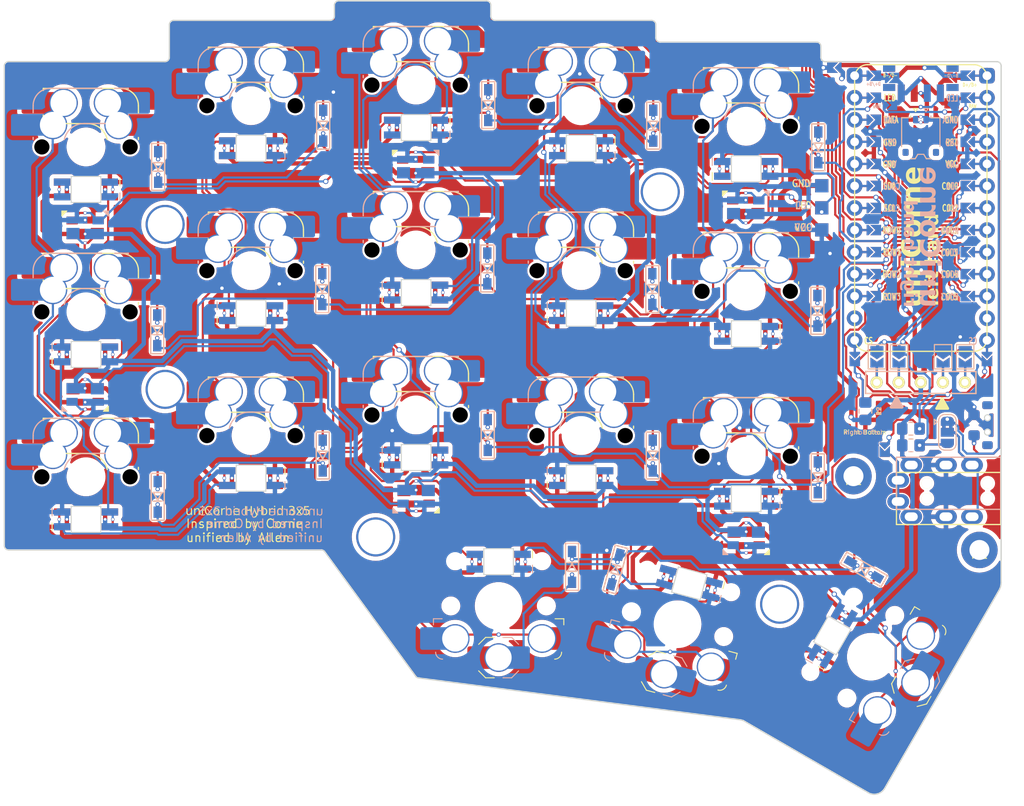
<source format=kicad_pcb>
(kicad_pcb (version 20221018) (generator pcbnew)
  (layers (0 "F.Cu" signal) (31 "B.Cu" signal) (34 "B.Paste" user) (35 "F.Paste" user) (36 "B.SilkS" user "B.Silkscreen") (37 "F.SilkS" user "F.Silkscreen") (38 "B.Mask" user) (39 "F.Mask" user) (44 "Edge.Cuts" user))
  (net 0 "")
  (net 1 "row0")
  (net 2 "Net-(D1-A)")
  (net 3 "Net-(JP9-C)")
  (net 4 "DATA")
  (net 5 "GND")
  (net 6 "VCC")
  (net 7 "CS")
  (net 8 "SCL")
  (net 9 "LED")
  (net 10 "Net-(L1-DIN)")
  (net 11 "Net-(L2-DIN)")
  (net 12 "Net-(L2-DOUT)")
  (net 13 "Net-(L3-DIN)")
  (net 14 "Net-(L10-DOUT)")
  (net 15 "Net-(L11-DIN)")
  (net 16 "Net-(L4-DOUT)")
  (net 17 "Net-(L4-DIN)")
  (net 18 "Net-(L13-DIN)")
  (net 19 "Net-(L14-DOUT)")
  (net 20 "Net-(L15-DIN)")
  (net 21 "Net-(L10-DIN)")
  (net 22 "Net-(L11-DOUT)")
  (net 23 "Net-(L12-DIN)")
  (net 24 "Net-(L13-DOUT)")
  (net 25 "Net-(L14-DIN)")
  (net 26 "Net-(L16-DIN)")
  (net 27 "Net-(L19-DOUT)")
  (net 28 "Net-(L18-DIN)")
  (net 29 "Net-(L19-DIN)")
  (net 30 "Net-(L20-DIN)")
  (net 31 "Net-(L22-DOUT)")
  (net 32 "Net-(L23-DOUT)")
  (net 33 "unconnected-(U1-B3-Pad15)")
  (net 34 "RESET")
  (net 35 "Net-(D2-A)")
  (net 36 "Net-(D3-A)")
  (net 37 "Net-(D4-A)")
  (net 38 "col4")
  (net 39 "Net-(D5-A)")
  (net 40 "Net-(D6-A)")
  (net 41 "Net-(D7-A)")
  (net 42 "Net-(D8-A)")
  (net 43 "Net-(D9-A)")
  (net 44 "Net-(D10-A)")
  (net 45 "Net-(D11-A)")
  (net 46 "Net-(D12-A)")
  (net 47 "Net-(D13-A)")
  (net 48 "Net-(D14-A)")
  (net 49 "Net-(D15-A)")
  (net 50 "Net-(D16-A)")
  (net 51 "Net-(D17-A)")
  (net 52 "Net-(D18-A)")
  (net 53 "BAT+")
  (net 54 "row1")
  (net 55 "row2")
  (net 56 "row3")
  (net 57 "IS_LEFT")
  (net 58 "unconnected-(PSW1-C-Pad3)")
  (net 59 "Net-(J2-Pin_1)")
  (net 60 "Net-(J2-Pin_4)")
  (net 61 "Net-(J2-Pin_2)")
  (net 62 "Net-(J3-Pin_2)")
  (net 63 "Net-(J2-Pin_5)")
  (net 64 "SDA")
  (net 65 "col0")
  (net 66 "col1")
  (net 67 "col2")
  (net 68 "col3")
  (net 70 "Net-(JP10-B)")
  (net 71 "B-{slash}D-")
  (net 72 "RAW")
  (net 73 "D+{slash}B+")
  (footprint "TB2086_SMD:R_0805_2012Metric_Pad1.20x1.40mm_HandSolder_rev" (layer "F.Cu") (at 184.31 110.385 180)
    (fp_text reference "R3" hide)
    (fp_text value "4.7k")
  )
  (footprint "TB2086_MISC:M2_Hole_TH_Outside" (layer "F.Cu") (at 98.46 105.85)
    (fp_text reference "H6" hide)
    (fp_text value "MountingHole" hide)
  )
  (footprint "TB2086_LED:LED_SK6812MINI-E_rev" (layer "F.Cu") (at 158.8 128.2 -15)
    (fp_text reference "L17")
    (fp_text value "SK6812MINI-E" hide)
    (fp_line (start -1.7 -1.5) (end 1.7 -1.5) (stroke (width 0.12)) (layer "Edge.Cuts"))
    (fp_line (start -1.7 1.5) (end -1.7 -1.5) (stroke (width 0.12)) (layer "Edge.Cuts"))
    (fp_line (start 1.7 -1.5) (end 1.7 1.5) (stroke (width 0.12)) (layer "Edge.Cuts"))
    (fp_line (start 1.7 1.5) (end -1.7 1.5) (stroke (width 0.12)) (layer "Edge.Cuts"))
  )
  (footprint "TB2086_LED:LED_SK6812MINI-E_rev" (layer "F.Cu") (at 136.85 125.7)
    (fp_text reference "L16")
    (fp_text value "SK6812MINI-E" hide)
    (fp_line (start -1.7 -1.5) (end 1.7 -1.5) (stroke (width 0.12)) (layer "Edge.Cuts"))
    (fp_line (start -1.7 1.5) (end -1.7 -1.5) (stroke (width 0.12)) (layer "Edge.Cuts"))
    (fp_line (start 1.7 -1.5) (end 1.7 1.5) (stroke (width 0.12)) (layer "Edge.Cuts"))
    (fp_line (start 1.7 1.5) (end -1.7 1.5) (stroke (width 0.12)) (layer "Edge.Cuts"))
  )
  (footprint "TB2086_LED:LED_SK6812MINI-E_rev" (layer "F.Cu") (at 165.35 99.4496)
    (fp_text reference "L10")
    (fp_text value "SK6812MINI-E" hide)
    (fp_line (start -1.7 -1.5) (end 1.7 -1.5) (stroke (width 0.12)) (layer "Edge.Cuts"))
    (fp_line (start -1.7 1.5) (end -1.7 -1.5) (stroke (width 0.12)) (layer "Edge.Cuts"))
    (fp_line (start 1.7 -1.5) (end 1.7 1.5) (stroke (width 0.12)) (layer "Edge.Cuts"))
    (fp_line (start 1.7 1.5) (end -1.7 1.5) (stroke (width 0.12)) (layer "Edge.Cuts"))
  )
  (footprint "TB2086_LED:LED_SK6812MINI-E_rev" (layer "F.Cu") (at 146.35 97.0746 180)
    (fp_text reference "L9")
    (fp_text value "SK6812MINI-E" hide)
    (fp_line (start -1.7 -1.5) (end 1.7 -1.5) (stroke (width 0.12)) (layer "Edge.Cuts"))
    (fp_line (start -1.7 1.5) (end -1.7 -1.5) (stroke (width 0.12)) (layer "Edge.Cuts"))
    (fp_line (start 1.7 -1.5) (end 1.7 1.5) (stroke (width 0.12)) (layer "Edge.Cuts"))
    (fp_line (start 1.7 1.5) (end -1.7 1.5) (stroke (width 0.12)) (layer "Edge.Cuts"))
  )
  (footprint "TB2086_MISC:M2_Hole_TH_Outside" (layer "F.Cu") (at 122.7 122.85)
    (fp_text reference "H4" hide)
    (fp_text value "MountingHole" hide)
  )
  (footprint "TB2086_LED:LED_SK6812MINI-E_rev" (layer "F.Cu") (at 89.35 120.8246 180)
    (fp_text reference "L11")
    (fp_text value "SK6812MINI-E" hide)
    (fp_line (start -1.7 -1.5) (end 1.7 -1.5) (stroke (width 0.12)) (layer "Edge.Cuts"))
    (fp_line (start -1.7 1.5) (end -1.7 -1.5) (stroke (width 0.12)) (layer "Edge.Cuts"))
    (fp_line (start 1.7 -1.5) (end 1.7 1.5) (stroke (width 0.12)) (layer "Edge.Cuts"))
    (fp_line (start 1.7 1.5) (end -1.7 1.5) (stroke (width 0.12)) (layer "Edge.Cuts"))
  )
  (footprint "Resistor_SMD:R_0805_2012Metric_Pad1.20x1.40mm_HandSolder" (layer "F.Cu") (at 179.07 108.36 90)
    (fp_text reference "R2")
    (fp_text value "10k")
  )
  (footprint "TB2086_MISC:M2_Hole_TH" (layer "F.Cu") (at 177.7 115.85)
    (fp_text reference "H2")
    (fp_text value "MountingHole")
  )
  (footprint "TB2086_MISC:SolderJumper-2_P1.3mm_Open_TrianglePad1.0x1.5mm" (layer "F.Cu") (at 180.4 102.1 -90)
    (fp_text reference "JP1" hide)
    (fp_text value " ")
  )
  (footprint "TB2086_LED:LED_SK6812MINI-E_rev" (layer "F.Cu") (at 165.35 118.4496)
    (fp_text reference "L15")
    (fp_text value "SK6812MINI-E" hide)
    (fp_line (start -1.7 -1.5) (end 1.7 -1.5) (stroke (width 0.12)) (layer "Edge.Cuts"))
    (fp_line (start -1.7 1.5) (end -1.7 -1.5) (stroke (width 0.12)) (layer "Edge.Cuts"))
    (fp_line (start 1.7 -1.5) (end 1.7 1.5) (stroke (width 0.12)) (layer "Edge.Cuts"))
    (fp_line (start 1.7 1.5) (end -1.7 1.5) (stroke (width 0.12)) (layer "Edge.Cuts"))
  )
  (footprint "TB2086_MISC:SolderJumper-2_P1.3mm_Open_TrianglePad1.0x1.2mm_rev" (layer "F.Cu") (at 175.5 68.8)
    (fp_text reference "JP11" hide)
    (fp_text value " ")
  )
  (footprint "TB2086_MISC:M2_Hole_TH_Outside" (layer "F.Cu") (at 98.46 86.85)
    (fp_text reference "H7" hide)
    (fp_text value "MountingHole" hide)
  )
  (footprint "TB2086_MISC:Nice!View" (layer "F.Cu") (at 185.45 105.05 180)
    (fp_text reference "J2" hide)
    (fp_text value "Nice!View" hide)
  )
  (footprint "TB2086_MISC:SolderJumper-3_P1.3mm_Bridged2Bar12_RoundedPad1.0x1.5mm_rev" (layer "F.Cu") (at 188.51 110.8 -90)
    (fp_text reference "JP9" hide)
    (fp_text value "Jumper_3_Bridged12")
  )
  (footprint "TB2086_MISC:SolderJumper-2_P1.3mm_Open_TrianglePad1.0x1.5mm" (layer "F.Cu") (at 190.56 102.1 -90)
    (fp_text reference "JP4" hide)
    (fp_text value " ")
  )
  (footprint "TB2086_MISC:SolderJumper-2_P1.3mm_Open_TrianglePad1.0x1.2mm_rev" (layer "F.Cu") (at 181.3 112.8 90)
    (fp_text reference "JP10" hide)
    (fp_text value " ")
  )
  (footprint "TB2086_LED:LED_SK6812MINI-E_rev" (layer "F.Cu") (at 175.259214 134.2 -120)
    (fp_text reference "L18")
    (fp_text value "SK6812MINI-E" hide)
    (fp_line (start -1.7 -1.5) (end 1.7 -1.5) (stroke (width 0.12)) (layer "Edge.Cuts"))
    (fp_line (start -1.7 1.5) (end -1.7 -1.5) (stroke (width 0.12)) (layer "Edge.Cuts"))
    (fp_line (start 1.7 -1.5) (end 1.7 1.5) (stroke (width 0.12)) (layer "Edge.Cuts"))
    (fp_line (start 1.7 1.5) (end -1.7 1.5) (stroke (width 0.12)) (layer "Edge.Cuts"))
  )
  (footprint "KBD_PARTS:Molex_Pico-EZmate_78171-0002_1x02-1MP_P1.20mm_Vertical_rev" (layer "F.Cu") (at 185.45 76.65)
    (fp_text reference "J3" hide)
    (fp_text value "Conn_01x02")
  )
  (footprint "TB2086_MISC:ProMicro-ish-dn-rev-unrouted_3x5" (layer "F.Cu") (at 185.3 86.28)
    (fp_text reference "U1" hide)
    (fp_text value "ProMicro-ish")
  )
  (footprint "TB2086_LED:LED_SK6812MINI-E_rev" (layer "F.Cu") (at 127.35 113.6996 180)
    (fp_text reference "L13")
    (fp_text value "SK6812MINI-E" hide)
    (fp_line (start -1.7 -1.5) (end 1.7 -1.5) (stroke (width 0.12)) (layer "Edge.Cuts"))
    (fp_line (start -1.7 1.5) (end -1.7 -1.5) (stroke (width 0.12)) (layer "Edge.Cuts"))
    (fp_line (start 1.7 -1.5) (end 1.7 1.5) (stroke (width 0.12)) (layer "Edge.Cuts"))
    (fp_line (start 1.7 1.5) (end -1.7 1.5) (stroke (width 0.12)) (layer "Edge.Cuts"))
  )
  (footprint "TB2086_LED:LED_SK6812MINI-E_rev" (layer "F.Cu") (at 108.35 116.0746)
    (fp_text reference "L12")
    (fp_text value "SK6812MINI-E" hide)
    (fp_line (start -1.7 -1.5) (end 1.7 -1.5) (stroke (width 0.12)) (layer "Edge.Cuts"))
    (fp_line (start -1.7 1.5) (end -1.7 -1.5) (stroke (width 0.12)) (layer "Edge.Cuts"))
    (fp_line (start 1.7 -1.5) (end 1.7 1.5) (stroke (width 0.12)) (layer "Edge.Cuts"))
    (fp_line (start 1.7 1.5) (end -1.7 1.5) (stroke (width 0.12)) (layer "Edge.Cuts"))
  )
  (footprint "TB2086_LED:LED_SK6812MINI-E_rev" (layer "F.Cu") (at 108.35 78.0746)
    (fp_text reference "L2")
    (fp_text value "SK6812MINI-E" hide)
    (fp_line (start -1.7 -1.5) (end 1.7 -1.5) (stroke (width 0.12)) (layer "Edge.Cuts"))
    (fp_line (start -1.7 1.5) (end -1.7 -1.5) (stroke (width 0.12)) (layer "Edge.Cuts"))
    (fp_line (start 1.7 -1.5) (end 1.7 1.5) (stroke (width 0.12)) (layer "Edge.Cuts"))
    (fp_line (start 1.7 1.5) (end -1.7 1.5) (stroke (width 0.12)) (layer "Edge.Cuts"))
  )
  (footprint "TB2086_MISC:M2_Hole_TH_Outside" (layer "F.Cu") (at 169.2 130.6)
    (fp_text reference "H3" hide)
    (fp_text value "MountingHole" hide)
  )
  (footprint "TB2086_LED:LED_SK6812MINI-E_rev" (layer "F.Cu") (at 146.35 78.0746)
    (fp_text reference "L4")
    (fp_text value "SK6812MINI-E" hide)
    (fp_line (start -1.7 -1.5) (end 1.7 -1.5) (stroke (width 0.12)) (layer "Edge.Cuts"))
    (fp_line (start -1.7 1.5) (end -1.7 -1.5) (stroke (width 0.12)) (layer "Edge.Cuts"))
    (fp_line (start 1.7 -1.5) (end 1.7 1.5) (stroke (width 0.12)) (layer "Edge.Cuts"))
    (fp_line (start 1.7 1.5) (end -1.7 1.5) (stroke (width 0.12)) (layer "Edge.Cuts"))
  )
  (footprint "TB2086_LED:LED_SK6812MINI-E_rev" (layer "F.Cu") (at 165.35 80.4496 180)
    (fp_text reference "L5")
    (fp_text value "SK6812MINI-E" hide)
    (fp_line (start -1.7 -1.5) (end 1.7 -1.5) (stroke (width 0.12)) (layer "Edge.Cuts"))
    (fp_line (start -1.7 1.5) (end -1.7 -1.5) (stroke (width 0.12)) (layer "Edge.Cuts"))
    (fp_line (start 1.7 -1.5) (end 1.7 1.5) (stroke (width 0.12)) (layer "Edge.Cuts"))
    (fp_line (start 1.7 1.5) (end -1.7 1.5) (stroke (width 0.12)) (layer "Edge.Cuts"))
  )
  (footprint "TB2086_LED:LED_SK6812MINI-E_rev" (layer "F.Cu") (at 127.35 94.6996 180)
    (fp_text reference "L8")
    (fp_text value "SK6812MINI-E" hide)
    (fp_line (start -1.7 -1.5) (end 1.7 -1.5) (stroke (width 0.12)) (layer "Edge.Cuts"))
    (fp_line (start -1.7 1.5) (end -1.7 -1.5) (stroke (width 0.12)) (layer "Edge.Cuts"))
    (fp_line (start 1.7 -1.5) (end 1.7 1.5) (stroke (width 0.12)) (layer "Edge.Cuts"))
    (fp_line (start 1.7 1.5) (end -1.7 1.5) (stroke (width 0.12)) (layer "Edge.Cuts"))
  )
  (footprint "TB2086_MISC:SolderJumper-2_P1.3mm_Open_TrianglePad1.0x1.2mm" (layer "F.Cu") (at 188.8 69.95)
    (fp_text reference "JP13" hide)
    (fp_text value " ")
  )
  (footprint "TB2086_LED:LED_SK6812MINI-E_rev" (layer "F.Cu") (at 108.35 97.0746 180)
    (fp_text reference "L7")
    (fp_text value "SK6812MINI-E" hide)
    (fp_line (start -1.7 -1.5) (end 1.7 -1.5) (stroke (width 0.12)) (layer "Edge.Cuts"))
    (fp_line (start -1.7 1.5) (end -1.7 -1.5) (stroke (width 0.12)) (layer "Edge.Cuts"))
    (fp_line (start 1.7 -1.5) (end 1.7 1.5) (stroke (width 0.12)) (layer "Edge.Cuts"))
    (fp_line (start 1.7 1.5) (end -1.7 1.5) (stroke (width 0.12)) (layer "Edge.Cuts"))
  )
  (footprint "TB2086_MISC:M2_Hole_TH" (layer "F.Cu") (at 192.2 124.35)
    (fp_text reference "H1")
    (fp_text value "MountingHole")
  )
  (footprint "TB2086_SMD:SW_SPDT_PCM12_reversible" (layer "F.Cu") (at 185.45 70.3 180)
    (fp_text reference "PSW1" hide)
    (fp_text value "SW_SPDT" hide)
  )
  (footprint "TB2086_MISC:StripLED_rev" (layer "F.Cu") (at 174.05 82.4)
    (fp_text reference "J4" hide)
    (fp_text value "Conn_01x03" hide)
  )
  (footprint "TB2086_LED:LED_SK6812MINI-E_rev" (layer "F.Cu") (at 146.35 116.0746 180)
    (fp_text reference "L14")
    (fp_text value "SK6812MINI-E" hide)
    (fp_line (start -1.7 -1.5) (end 1.7 -1.5) (stroke (width 0.12)) (layer "Edge.Cuts"))
    (fp_line (start -1.7 1.5) (end -1.7 -1.5) (stroke (width 0.12)) (layer "Edge.Cuts"))
    (fp_line (start 1.7 -1.5) (end 1.7 1.5) (stroke (width 0.12)) (layer "Edge.Cuts"))
    (fp_line (start 1.7 1.5) (end -1.7 1.5) (stroke (width 0.12)) (layer "Edge.Cuts"))
  )
  (footprint "TB2086_MISC:M2_Hole_TH_Outside" (layer "F.Cu") (at 155.46 83.1)
    (fp_text reference "H5" hide)
    (fp_text value "MountingHole" hide)
  )
  (footprint "TB2086_MISC:TRRS-PJ-320A-rev" (layer "F.Cu") (at 194.65 118.42 -90)
    (fp_text reference "J1" hide)
    (fp_text value "MJ-4PP-9" hide)
  )
  (footprint "TB2086_MISC:SolderJumper-2_P1.3mm_Open_TrianglePad1.0x1.5mm" (layer "F.Cu") (at 182.94 102.1 -90)
    (fp_text reference "JP2" hide)
    (fp_text value " ")
  )
  (footprint "TB2086_LED:LED_SK6812MINI-E_rev" (layer "F.Cu") (at 127.35 75.6996)
    (fp_text reference "L3")
    (fp_text value "SK6812MINI-E" hide)
    (fp_line (start -1.7 -1.5) (end 1.7 -1.5) (stroke (width 0.12)) (layer "Edge.Cuts"))
    (fp_line (start -1.7 1.5) (end -1.7 -1.5) (stroke (width 0.12)) (layer "Edge.Cuts"))
    (fp_line (start 1.7 -1.5) (end 1.7 1.5) (stroke (width 0.12)) (layer "Edge.Cuts"))
    (fp_line (start 1.7 1.5) (end -1.7 1.5) (stroke (width 0.12)) (layer "Edge.Cuts"))
  )
  (footprint "TB2086_SMD:R_0805_2012Metric_Pad1.20x1.40mm_HandSolder_rev" (layer "F.Cu") (at 184.315 112.3)
    (fp_text reference "R4" hide)
    (fp_text value "4.7k")
  )
  (footprint "TB2086_LED:LED_SK6812MINI-E_rev" (layer "F.Cu") (at 89.35 82.8246)
    (fp_text reference "L1")
    (fp_text value "SK6812MINI-E" hide)
    (fp_line (start -1.7 -1.5) (end 1.7 -1.5) (stroke (width 0.12)) (layer "Edge.Cuts"))
    (fp_line (start -1.7 1.5) (end -1.7 -1.5) (stroke (width 0.12)) (layer "Edge.Cuts"))
    (fp_line (start 1.7 -1.5) (end 1.7 1.5) (stroke (width 0.12)) (layer "Edge.Cuts"))
    (fp_line (start 1.7 1.5) (end -1.7 1.5) (stroke (width 0.12)) (layer "Edge.Cuts"))
  )
  (footprint "TB2086_MISC:SolderJumper-2_P1.3mm_Open_TrianglePad1.0x1.2mm" (layer "F.Cu") (at 189 72.9)
    (fp_text reference "JP14" hide)
    (fp_text value " ")
  )
  (footprint "TB2086_MISC:SolderJumper-2_P1.3mm_Open_TrianglePad1.0x1.5mm" (layer "F.Cu") (at 188.02 102.1 -90)
    (fp_text reference "JP3" hide)
    (fp_text value " ")
  )
  (footprint "TB2086_LED:LED_SK6812MINI-E_rev" (layer "F.Cu") (at 89.35 101.8246 180)
    (fp_text reference "L6")
    (fp_text value "SK6812MINI-E" hide)
    (fp_line (start -1.7 -1.5) (end 1.7 -1.5) (stroke (width 0.12)) (layer "Edge.Cuts"))
    (fp_line (start -1.7 1.5) (end -1.7 -1.5) (stroke (width 0.12)) (layer "Edge.Cuts"))
    (fp_line (start 1.7 -1.5) (end 1.7 1.5) (stroke (width 0.12)) (layer "Edge.Cuts"))
    (fp_line (start 1.7 1.5) (end -1.7 1.5) (stroke (width 0.12)) (layer "Edge.Cuts"))
  )
  (footprint "TB2086_SMD:D3_SMD_rev" (layer "B.Cu") (at 178.9 126.6 -30)
    (fp_text reference "D18" hide)
    (fp_text value "D" hide)
  )
  (footprint "TB2086_MISC:SolderJumper-2_P1.3mm_Open_TrianglePad1.0x1.5mm" (layer "B.Cu") (at 182.94 102.1 -90)
    (fp_text reference "JP6" hide)
    (fp_text value " ")
  )
  (footprint "TB2086_SMD:D3_SMD_rev" (layer "B.Cu") (at 97.6 118.225 90)
    (fp_text reference "D11" hide)
    (fp_text value "D" hide)
  )
  (footprint "TB2086_KEYSWITCH:SW_MX_HS_1u_reversible" (layer "B.Cu") (at 127.35 89.7996 180)
    (fp_text reference "SW8")
    (fp_text value "SW_MX_HS" hide)
  )
  (footprint "TB2086_KEYSWITCH:SW_MX_HS_1u_reversible" (layer "B.Cu") (at 89.35 77.9246 180)
    (fp_text reference "SW1")
    (fp_text value "SW_MX_HS" hide)
  )
  (footprint "TB2086_KEYSWITCH:SW_MX_HS_1u_reversible" (layer "B.Cu") (at 165.35 113.5496 180)
    (fp_text reference "SW15")
    (fp_text value "SW_MX_HS" hide)
  )
  (footprint "TB2086_SMD:D3_SMD_rev" (layer "B.Cu") (at 173.65 77.975 90)
    (fp_text reference "D5" hide)
    (fp_text value "D" hide)
  )
  (footprint "TB2086_KEYSWITCH:SW_MX_HS_1u_reversible" (layer "B.Cu") (at 89.35 115.9246 180)
    (fp_text reference "SW11")
    (fp_text value "SW_MX_HS" hide)
  )
  (footprint "TB2086_MISC:SolderJumper-2_P1.3mm_Open_TrianglePad1.0x1.5mm" (layer "B.Cu") (at 180.4 102.1 -90)
    (fp_text reference "JP5" hide)
    (fp_text value " ")
  )
  (footprint "TB2086_KEYSWITCH:SW_MX_HS_1u_reversible" (layer "B.Cu") (at 146.35 92.1746 180)
    (fp_text reference "SW9")
    (fp_text value "SW_MX_HS" hide)
  )
  (footprint "TB2086_SMD:D3_SMD_rev" (layer "B.Cu") (at 145.3 126.3 -90)
    (fp_text reference "D16" hide)
    (fp_text value "D" hide)
  )
  (footprint "TB2086_SMD:D3_SMD_rev" (layer "B.Cu") (at 135.6 111.1 90)
    (fp_text reference "D13" hide)
    (fp_text value "D" hide)
  )
  (footprint "TB2086_KEYSWITCH:SW_MX_HS_1u_reversible" (layer "B.Cu") (at 89.35 96.9246 180)
    (fp_text reference "SW6")
    (fp_text value "SW_MX_HS" hide)
  )
  (footprint "TB2086_SMD:D3_SMD_rev" (layer "B.Cu") (at 154.6 113.475 90)
    (fp_text reference "D14" hide)
    (fp_text value "D" hide)
  )
  (footprint "TB2086_SMD:SMT 2X4X3.5MM Tactile Tact Push Button rev" (layer "B.Cu") (at 193.13 109.975 90)
    (fp_text reference "RSW1" hide)
    (fp_text value "SW_PUSH")
    (fp_circle (center -0.8 0) (end -0.45 0) (stroke (width 0.12)) (fill none) (layer "Edge.Cuts"))
    (fp_circle (center 0.85 0) (end 1.2 0) (stroke (width 0.12)) (fill none) (layer "Edge.Cuts"))
  )
  (footprint "TB2086_LED:LED_SK6812MINI_PLCC4_3.5x3.5mm_P1.75mm_rev_all" (layer "B.Cu") (at 127.3 80.25)
    (fp_text reference "L20" hide)
    (fp_text value "SK6812MINI")
  )
  (footprint "TB2086_KEYSWITCH:SW_MX_HS_1u_reversible" (layer "B.Cu") (at 146.35 73.1746 180)
    (fp_text reference "SW4")
    (fp_text value "SW_MX_HS" hide)
  )
  (footprint "TB2086_MISC:SolderJumper-2_P1.3mm_Open_TrianglePad1.0x1.2mm" (layer "B.Cu") (at 181.9 73.1 180)
    (fp_text reference "JP15" hide)
    (fp_text value " ")
  )
  (footprint "TB2086_KEYSWITCH:SW_MX_HS_1u_reversible" (layer "B.Cu") (at 146.35 111.1746 180)
    (fp_text reference "SW14")
    (fp_text value "SW_MX_HS" hide)
  )
  (footprint "TB2086_SMD:D3_SMD_rev" (layer "B.Cu") (at 116.55 94.3 90)
    (fp_text reference "D7" hide)
    (fp_text value "D" hide)
  )
  (footprint "TB2086_MISC:SolderJumper-2_P1.3mm_Open_TrianglePad1.0x1.2mm" (layer "B.Cu") (at 182.15 69.9748 180)
    (fp_text reference "JP12" hide)
    (fp_text value " ")
  )
  (footprint "TB2086_SMD:D3_SMD_rev" (layer "B.Cu") (at 173.6 115.975 90)
    (fp_text reference "D15" hide)
    (fp_text value "D" hide)
  )
  (footprint "TB2086_SMD:D3_SMD_rev" (layer "B.Cu") (at 150.3 126.6 -105)
    (fp_text reference "D17" hide)
    (fp_text value "D" hide)
  )
  (footprint "TB2086_SMD:D3_SMD_rev" (layer "B.Cu") (at 135.65 73.1 90)
    (fp_text reference "D3" hide)
    (fp_text value "D" hide)
  )
  (footprint "TB2086_SMD:D3_SMD_rev" (layer "B.Cu") (at 116.6 113.475 90)
    (fp_text reference "D12" hide)
    (fp_text value "D" hide)
  )
  (footprint "TB2086_KEYSWITCH:SW_choc_v1_v2_HS_1u_reversible" (layer "B.Cu") (at 157.45 132.9 165)
    (fp_text reference "SW17" hide)
    (fp_text value "SW_CHOC_HS" hide)
  )
  (footprint "TB2086_KEYSWITCH:SW_choc_v1_v2_HS_1.5u_reversible" (layer "B.Cu") (at 179.7 136.65 -120)
    (fp_text reference "SW18" hide)
    (fp_text value "SW_CHOC_HS" hide)
  )
  (footprint "TB2086_KEYSWITCH:SW_MX_HS_1u_reversible" (layer "B.Cu") (at 108.35 73.1746 180)
    (fp_text reference "SW2")
    (fp_text value "SW_MX_HS" hide)
  )
  (footprint "TB2086_SMD:D3_SMD_rev" (layer "B.Cu") (at 154.55 94.3 90)
    (fp_text reference "D9" hide)
    (fp_text value "D" hide)
  )
  (footprint "TB2086_KEYSWITCH:SW_MX_HS_1u_reversible" (layer "B.Cu") (at 165.35 75.5496 180)
    (fp_text reference "SW5")
    (fp_text value "SW_MX_HS" hide)
  )
  (footprint "Resistor_SMD:R_0805_2012Metric_Pad1.20x1.40mm_HandSolder" (layer "B.Cu") (at 179.07 108.37 90)
    (fp_text reference "R1")
    (fp_text value "10k")
  )
  (footprint "TB2086_LED:LED_SK6812MINI_PLCC4_3.5x3.5mm_P1.75mm_rev_all" (layer "B.Cu") (at 165.3 84.95)
    (fp_text reference "L21" hide)
    (fp_text value "SK6812MINI")
  )
  (footprint "TB2086_LED:LED_SK6812MINI_PLCC4_3.5x3.5mm_P1.75mm_rev_all" (layer "B.Cu") (at 89.25 87.25)
    (fp_text reference "L19" hide)
    (fp_text value "SK6812MINI")
  )
  (footprint "TB2086_KEYSWITCH:SW_MX_HS_1u_reversible" (layer "B.Cu") (at 127.35 108.7996 180)
    (fp_text reference "SW13")
    (fp_text value "SW_MX_HS" hide)
  )
  (footprint "TB2086_SMD:D3_SMD_rev" (layer "B.Cu") (at 97.55 99.05 90)
    (fp_text reference "D6" hide)
    (fp_text value "D" hide)
  )
  (footprint "TB2086_SMD:D3_SMD_rev" (layer "B.Cu") (at 97.65 80.225 90)
    (fp_text reference "D1" hide)
    (fp_text value "D" hide)
  )
  (footprint "TB2086_SMD:D3_SMD_rev" (layer "B.Cu") (at 116.65 75.475 90)
    (fp_text reference "D2" hide)
    (fp_text value "D" hide)
  )
  (footprint "TB2086_SMD:D3_SMD_rev" (layer "B.Cu") (at 135.55 91.925 90)
    (fp_text reference "D8" hide)
    (fp_text value "D" hide)
  )
  (footprint "TB2086_LED:LED_SK6812MINI_PLCC4_3.5x3.5mm_P1.75mm_rev_all" (layer "B.Cu") (at 127.35 118.15 180)
    (fp_text reference "L23" hide)
    (fp_text value "SK6812MINI")
  )
  (footprint "TB2086_MISC:SolderJumper-2_P1.3mm_Open_TrianglePad1.0x1.5mm" (layer "B.Cu") (at 188.02 102.1 -90)
    (fp_text reference "JP7" hide)
    (fp_text value " ")
  )
  (footprint "TB2086_LED:LED_SK6812MINI_PLCC4_3.5x3.5mm_P1.75mm_rev_all" (layer "B.Cu") (at 89.25 106.43 180)
    (fp_text reference "L22" hide)
    (fp_text value "SK6812MINI")
  )
  (footprint "TB2086_LED:LED_SK6812MINI_PLCC4_3.5x3.5mm_P1.75mm_rev_all" (layer "B.Cu") (at 165.35 122.95 180)
    (fp_text reference "L24" hide)
    (fp_text value "SK6812MINI")
  )
  (footprint "TB2086_SMD:D3_SMD_rev" (layer "B.Cu") (at 154.65 75.475 90)
    (fp_text reference "D4" hide)
    (fp_text value "D" hide)
  )
  (footprint "TB2086_KEYSWITCH:SW_choc_v1_v2_HS_1u_reversible" (layer "B.Cu") (at 136.85 130.7996 180)
    (fp_text reference "SW16" hide)
    (fp_text value "SW_CHOC_HS" hide)
  )
  (footprint "TB2086_KEYSWITCH:SW_MX_HS_1u_reversible" (layer "B.Cu") (at 165.35 94.5496 180)
    (fp_text reference "SW10")
    (fp_text value "SW_MX_HS" hide)
  )
  (footprint "TB2086_KEYSWITCH:SW_MX_HS_1u_reversible" (layer "B.Cu") (at 127.35 70.7996 180)
    (fp_text reference "SW3")
    (fp_text value "SW_MX_HS" hide)
  )
  (footprint "TB2086_KEYSWITCH:SW_MX_HS_1u_reversible" (layer "B.Cu") (at 108.35 92.1746 180)
    (fp_text reference "SW7")
    (fp_text value "SW_MX_HS" hide)
  )
  (footprint "TB2086_MISC:SolderJumper-2_P1.3mm_Open_TrianglePad1.0x1.5mm" (layer "B.Cu") (at 190.56 102.1 -90)
    (fp_text reference "JP8" hide)
    (fp_text value " ")
  )
  (footprint "TB2086_KEYSWITCH:SW_MX_HS_1u_reversible" (layer "B.Cu") (at 108.35 111.1746 180)
    (fp_text reference "SW12")
    (fp_text value "SW_MX_HS" hide)
  )
  (footprint "TB2086_SMD:D3_SMD_rev" (layer "B.Cu") (at 173.55 96.8 90)
    (fp_text reference "D10" hide)
    (fp_text value "D" hide)
  )
  (gr_line (start 173.45 65.85) (end 155.45 65.85) (stroke (width 0.15)) (layer "Edge.Cuts"))
  (gr_line (start 154.95 65.35) (end 154.95 63.85) (stroke (width 0.15)) (layer "Edge.Cuts"))
  (gr_arc (start 127.7 139.1) (mid 127.508658 139.06194) (end 127.346447 138.953553) (stroke (width 0.15)) (layer "Edge.Cuts"))
  (gr_arc (start 194.7 128.075) (mid 194.645218 128.526668) (end 194.472764 128.947696) (stroke (width 0.15)) (layer "Edge.Cuts"))
  (gr_line (start 116.8 124.5) (end 127.35 138.95) (stroke (width 0.15)) (layer "Edge.Cuts"))
  (gr_arc (start 174.45 68.1) (mid 174.096447 67.953553) (end 173.95 67.6) (stroke (width 0.15)) (layer "Edge.Cuts"))
  (gr_line (start 127.7 139.1) (end 164.370556 143.870344) (stroke (width 0.15)) (layer "Edge.Cuts"))
  (gr_line (start 154.45 63.35) (end 136.45 63.35) (stroke (width 0.15)) (layer "Edge.Cuts"))
  (gr_arc (start 136.45 63.35) (mid 136.096447 63.203553) (end 135.95 62.85) (stroke (width 0.15)) (layer "Edge.Cuts"))
  (gr_line (start 165.025 144) (end 179.35 152.275) (stroke (width 0.15)) (layer "Edge.Cuts"))
  (gr_line (start 173.95 66.35) (end 173.95 67.6) (stroke (width 0.15)) (layer "Edge.Cuts"))
  (gr_arc (start 135.45 61.1) (mid 135.803553 61.246447) (end 135.95 61.6) (stroke (width 0.15)) (layer "Edge.Cuts"))
  (gr_line (start 135.95 62.85) (end 135.95 61.6) (stroke (width 0.15)) (layer "Edge.Cuts"))
  (gr_arc (start 98.95 67.6) (mid 98.803553 67.953553) (end 98.45 68.1) (stroke (width 0.15)) (layer "Edge.Cuts"))
  (gr_arc (start 164.370556 143.870344) (mid 164.700953 143.919147) (end 165.025 144) (stroke (width 0.15)) (layer "Edge.Cuts"))
  (gr_arc (start 117.95 62.85) (mid 117.803553 63.203553) (end 117.45 63.35) (stroke (width 0.15)) (layer "Edge.Cuts"))
  (gr_line (start 117.45 63.35) (end 99.45 63.35) (stroke (width 0.15)) (layer "Edge.Cuts"))
  (gr_arc (start 98.95 63.85) (mid 99.096447 63.496447) (end 99.45 63.35) (stroke (width 0.15)) (layer "Edge.Cuts"))
  (gr_arc (start 154.45 63.35) (mid 154.803553 63.496447) (end 154.95 63.85) (stroke (width 0.15)) (layer "Edge.Cuts"))
  (gr_arc (start 194.2 68.1) (mid 194.553553 68.246447) (end 194.7 68.6) (stroke (width 0.15)) (layer "Edge.Cuts"))
  (gr_line (start 135.45 61.1) (end 118.45 61.1) (stroke (width 0.15)) (layer "Edge.Cuts"))
  (gr_line (start 79.95 68.6) (end 79.95 123.85) (stroke (width 0.15)) (layer "Edge.Cuts"))
  (gr_line (start 116.45 124.35) (end 80.45 124.35) (stroke (width 0.15)) (layer "Edge.Cuts"))
  (gr_arc (start 117.95 61.6) (mid 118.096447 61.246447) (end 118.45 61.1) (stroke (width 0.15)) (layer "Edge.Cuts"))
  (gr_line (start 194.7 68.6) (end 194.7 128.075) (stroke (width 0.15)) (layer "Edge.Cuts"))
  (gr_arc (start 80.45 124.35) (mid 80.096447 124.203553) (end 79.95 123.85) (stroke (width 0.15)) (layer "Edge.Cuts"))
  (gr_line (start 98.45 68.1) (end 80.45 68.1) (stroke (width 0.15)) (layer "Edge.Cuts"))
  (gr_arc (start 79.95 68.6) (mid 80.096447 68.246447) (end 80.45 68.1) (stroke (width 0.15)) (layer "Edge.Cuts"))
  (gr_line (start 181.25 151.875) (end 194.475 128.95) (stroke (width 0.15)) (layer "Edge.Cuts"))
  (gr_line (start 194.2 68.1) (end 174.45 68.1) (stroke (width 0.15)) (layer "Edge.Cuts"))
  (gr_line (start 98.95 63.85) (end 98.95 67.6) (stroke (width 0.15)) (layer "Edge.Cuts"))
  (gr_line (start 117.95 61.6) (end 117.95 62.85) (stroke (width 0.15)) (layer "Edge.Cuts"))
  (gr_arc (start 116.45 124.35) (mid 116.641342 124.38806) (end 116.803553 124.496447) (stroke (width 0.15)) (layer "Edge.Cuts"))
  (gr_arc (start 173.45 65.85) (mid 173.803553 65.996447) (end 173.95 66.35) (stroke (width 0.15)) (layer "Edge.Cuts"))
  (gr_arc (start 181.242949 151.878583) (mid 180.377399 152.463216) (end 179.35 152.275) (stroke (width 0.15)) (layer "Edge.Cuts"))
  (gr_arc (start 155.45 65.85) (mid 155.096447 65.703553) (end 154.95 65.35) (stroke (width 0.15)) (layer "Edge.Cuts"))
  (gr_text "▲" (at 183.79 108.1) (layer "B.SilkS") (effects (font (size 1.5 1.5) (thickness 0.3) bold) (justify left bottom mirror)))
  (gr_text "uniCorne" (at 184.974482 96.45 -90) (layer "B.SilkS") (effects (font (size 2.3 2.3) (thickness 0.3) bold italic) (justify left bottom mirror)))
  (gr_text "Inspired by Corne\nunified by Allen" (at 116.73 122.125) (layer "B.SilkS") (effects (font (size 1 1) (thickness 0.125)) (justify left mirror)))
  (gr_text "Left Bottom" (at 178.8 110.79) (layer "B.SilkS") (effects (font (size 0.5 0.5) (thickness 0.075)) (justify mirror)))
  (gr_text "GND" (at 171.94 87.21) (layer "B.SilkS") (effects (font (size 0.8 0.7) (thickness 0.125)) (justify mirror)))
  (gr_text "VCC" (at 171.94 82.13) (layer "B.SilkS") (effects (font (size 0.8 0.7) (thickness 0.125)) (justify mirror)))
  (gr_text "uniCorne Hybrid 3x5" (at 116.68 119.95) (layer "B.SilkS") (effects (font (size 1 1) (thickness 0.125)) (justify left mirror)))
  (gr_text "right hand" (at 183.25 96.4 270) (layer "B.SilkS") (effects (font (size 1.5 1.5) (thickness 0.3) bold italic) (justify left bottom mirror)))
  (gr_text "LED" (at 171.94 84.67) (layer "B.SilkS") (effects (font (size 0.8 0.7) (thickness 0.125)) (justify mirror)))
  (gr_text "Right Bottom" (at 179 110.79) (layer "F.SilkS") (effects (font (size 0.5 0.5) (thickness 0.075))))
  (gr_text "VCC" (at 171.94 87.21) (layer "F.SilkS") (effects (font (size 0.8 0.7) (thickness 0.125))))
  (gr_text "left hand" (at 187.706 96.266 90) (layer "F.SilkS") (effects (font (size 1.5 1.5) (thickness 0.3) bold italic) (justify left bottom)))
  (gr_text "GND" (at 171.686 82.13) (layer "F.SilkS") (effects (font (size 0.8 0.7) (thickness 0.125))))
  (gr_text "LED" (at 171.94 84.67) (layer "F.SilkS") (effects (font (size 0.8 0.7) (thickness 0.125))))
  (gr_text "Inspired by Corne\nunified by Allen" (at 100.79 122.125) (layer "F.SilkS") (effects (font (size 1 1) (thickness 0.125)) (justify left)))
  (gr_text "▲" (at 189.04 108.25) (layer "F.SilkS") (effects (font (size 1.5 1.5) (thickness 0.3) bold) (justify left bottom mirror)))
  (gr_text "uniCorne" (at 185.928 96.45 90) (layer "F.SilkS") (effects (font (size 2.3 2.3) (thickness 0.3) bold italic) (justify left bottom)))
  (gr_text "uniCorne Hybrid 3x5" (at 100.79 119.9) (layer "F.SilkS") (effects (font (size 1 1) (thickness 0.125)) (justify left)))
  (segment (start 173.464 78.864) (end 173.65 78.864) (width 0.25) (layer "F.Cu") (net 1))
  (segment (start 164.282672 73.06) (end 166.210531 73.06) (width 0.25) (layer "F.Cu") (net 1))
  (segment (start 169.912233 76.7996) (end 171.3996 76.7996) (width 0.25) (layer "F.Cu") (net 1))
  (segment (start 171.3996 76.7996) (end 173.464 78.864) (width 0.25) (layer "F.Cu") (net 1))
  (segment (start 123.25 75.013604) (end 123.25 74.1896) (width 0.25) (layer "F.Cu") (net 1))
  (segment (start 116.65 76.364) (end 116.65 76.675) (width 0.25) (layer "F.Cu") (net 1))
  (segment (start 162.358072 74.9846) (end 164.282672 73.06) (width 0.25) (layer "F.Cu") (net 1))
  (segment (start 123.4506 73.989) (end 135.65 73.989) (width 0.25) (layer "F.Cu") (net 1))
  (segment (start 181.497242 87.917242) (end 181.0792 87.4992) (width 0.25) (layer "F.Cu") (net 1))
  (segment (start 162.285399 74.9846) (end 162.358072 74.9846) (width 0.25) (layer "F.Cu") (net 1))
  (segment (start 181.497242 88.26) (end 181.497242 87.917242) (width 0.25) (layer "F.Cu") (net 1))
  (segment (start 161.52 75.749999) (end 162.285399 74.9846) (width 0.25) (layer "F.Cu") (net 1))
  (segment (start 181.907242 87.85) (end 181.497242 88.26) (width 0.25) (layer "F.Cu") (net 1))
  (segment (start 122.76 77.040032) (end 122.76 75.503604) (width 0.25) (layer "F.Cu") (net 1))
  (segment (start 169.18 76.029469) (end 169.18 76.067367) (width 0.25) (layer "F.Cu") (net 1))
  (segment (start 116.65 76.675) (end 116.65 77.25) (width 0.25) (layer "F.Cu") (net 1))
  (segment (start 158.266237 75.95) (end 159.115837 76.7996) (width 0.25) (layer "F.Cu") (net 1))
  (segment (start 154.65 76.364) (end 155.064 75.95) (width 0.25) (layer "F.Cu") (net 1))
  (segment (start 166.210531 73.06) (end 169.18 76.029469) (width 0.25) (layer "F.Cu") (net 1))
  (segment (start 117.55 78.75) (end 122.013604 78.75) (width 0.25) (layer "F.Cu") (net 1))
  (segment (start 161.52 76.067367) (end 161.52 75.749999) (width 0.25) (layer "F.Cu") (net 1))
  (segment (start 160.787767 76.7996) (end 161.52 76.067367) (width 0.25) (layer "F.Cu") (net 1))
  (segment (start 188.82 87.85) (end 181.907242 87.85) (width 0.25) (layer "F.Cu") (net 1))
  (segment (start 116.65 77.25) (end 116.65 77.85) (width 0.25) (layer "F.Cu") (net 1))
  (segment (start 122.375 77.425032) (end 122.76 77.040032) (width 0.25) (layer "F.Cu") (net 1))
  (segment (start 181.0792 87.4992) (end 180.6264 87.4992) (width 0.25) (layer "F.Cu") (net 1))
  (segment (start 155.064 75.95) (end 158.266237 75.95) (width 0.25) (layer "F.Cu") (net 1))
  (segment (start 123.25 74.1896) (end 123.4506 73.989) (width 0.25) (layer "F.Cu") (net 1))
  (segment (start 122.013604 78.75) (end 122.375 78.388604) (width 0.25) (layer "F.Cu") (net 1))
  (segment (start 189.36 88.39) (end 188.82 87.85) (width 0.25) (layer "F.Cu") (net 1))
  (segment (start 122.76 75.503604) (end 123.25 75.013604) (width 0.25) (layer "F.Cu") (net 1))
  (segment (start 116.65 77.85) (end 117.55 78.75) (width 0.25) (layer "F.Cu") (net 1))
  (segment (start 159.115837 76.7996) (end 160.787767 76.7996) (width 0.25) (layer "F.Cu") (net 1))
  (segment (start 169.18 76.067367) (end 169.912233 76.7996) (width 0.25) (layer "F.Cu") (net 1))
  (segment (start 122.375 78.388604) (end 122.375 77.425032) (width 0.25) (layer "F.Cu") (net 1))
  (via (at 181.497242 88.26) (size 0.6) (drill 0.4) (layers "F.Cu" "B.Cu") (net 1))
  (via (at 189.36 88.39) (size 0.6) (drill 0.4) (layers "F.Cu" "B.Cu") (net 1))
  (segment (start 143.455 75.315) (end 143.9811 74.7889) (width 0.25) (layer "B.Cu") (net 1))
  (segment (start 181.497242 88.445838) (end 181.18308 88.76) (width 0.25) (layer "B.Cu") (net 1))
  (segment (start 105.213604 81.45) (end 112.45 81.45) (width 0.25) (layer "B.Cu") (net 1))
  (segment (start 176.4 80.5) (end 175.65 79.75) (width 0.25) (layer "B.Cu") (net 1))
  (segment (start 150.025 73.353068) (end 150.025 73.537367) (width 0.25) (layer "B.Cu") (net 1))
  (segment (start 176.4 83.963604) (end 176.4 80.5) (width 0.25) (layer "B.Cu") (net 1))
  (segment (start 104.413604 82.25) (end 105.213604 81.45) (width 0.25) (layer "B.Cu") (net 1))
  (segment (start 137.145 75.315) (end 143.455 75.315) (width 0.25) (layer "B.Cu") (net 1))
  (segment (start 150.912233 74.4246) (end 151.2546 74.4246) (width 0.25) (layer "B.Cu") (net 1))
  (segment (start 181.497242 88.26) (end 181.497242 88.445838) (width 0.25) (layer "B.Cu") (net 1))
  (segment (start 136.705 74.875) (end 137.145 75.315) (width 0.25) (layer "B.Cu") (net 1))
  (segment (start 190.2784 88.1516) (end 190.2784 87.4992) (width 0.25) (layer "B.Cu") (net 1))
  (segment (start 147.371932 70.7) (end 150.025 73.353068) (width 0.25) (layer "B.Cu") (net 1))
  (segment (start 145.474469 70.7) (end 147.371932 70.7) (width 0.25) (layer "B.Cu") (net 1))
  (segment (start 154.65 77.25) (end 154.65 76.364) (width 0.25) (layer "B.Cu") (net 1))
  (segment (start 154.65 76.364) (end 154.65 76.675) (width 0.25) (layer "B.Cu") (net 1))
  (segment (start 177.360788 88.76) (end 176.15 87.549212) (width 0.25) (layer "B.Cu") (net 1))
  (segment (start 150.025 73.537367) (end 150.912233 74.4246) (width 0.25) (layer "B.Cu") (net 1))
  (segment (start 151.2546 74.4246) (end 154.36 77.53) (width 0.25) (layer "B.Cu") (net 1))
  (segment (start 176.15 84.213604) (end 176.4 83.963604) (width 0.25) (layer "B.Cu") (net 1))
  (segment (start 143.9811 72.193369) (end 145.474469 70.7) (width 0.25) (layer "B.Cu") (net 1))
  (segment (start 173.65 78.864) (end 173.65 79.75) (width 0.25) (layer "B.Cu") (net 1))
  (segment (start 175.65 79.75) (end 173.65 79.75) (width 0.25) (layer "B.Cu") (net 1))
  (segment (start 190.04 88.39) (end 190.2784 88.1516) (width 0.25) (layer "B.Cu") (net 1))
  (segment (start 176.15 87.549212) (end 176.15 84.213604) (width 0.25) (layer "B.Cu") (net 1))
  (segment (start 143.9811 74.7889) (end 143.9811 72.193369) (width 0.25) (layer "B.Cu") (net 1))
  (segment (start 112.45 81.45) (end 116.65 77.25) (width 0.25) (layer "B.Cu") (net 1))
  (segment (start 181.18308 88.76) (end 177.360788 88.76) (width 0.25) (layer "B.Cu") (net 1))
  (segment (start 189.36 88.39) (end 190.04 88.39) (width 0.25) (layer "B.Cu") (net 1))
  (segment (start 97.9 82.25) (end 104.413604 82.25) (width 0.25) (layer "B.Cu") (net 1))
  (segment (start 135.65 74.875) (end 136.705 74.875) (width 0.25) (layer "B.Cu") (net 1))
  (segment (start 97.65 77.209996) (end 97.65 78.45) (width 0.25) (layer "F.Cu") (net 2))
  (segment (start 95.834824 75.39482) (end 97.65 77.209996) (width 0.25) (layer "F.Cu") (net 2))
  (segment (start 189.85 111.34) (end 189.85 113.07) (width 0.25) (layer "F.Cu") (net 3))
  (segment (start 188.51 110.68) (end 189.19 110.68) (width 0.25) (layer "F.Cu") (net 3))
  (segment (start 189.19 110.68) (end 189.85 111.34) (width 0.25) (layer "F.Cu") (net 3))
  (segment (start 189.85 113.07) (end 191.35 114.57) (width 0.25) (layer "F.Cu") (net 3))
  (segment (start 189.31 110.8) (end 189.85 111.34) (width 0.25) (layer "B.Cu") (net 3))
  (segment (start 188.63 110.8) (end 189.31 110.8) (width 0.25) (layer "B.Cu") (net 3))
  (segment (start 189.85 113.07) (end 191.35 114.57) (width 0.25) (layer "B.Cu") (net 3))
  (segment (start 192 119.87) (end 192 115.22) (width 0.25) (layer "B.Cu") (net 3))
  (segment (start 189.85 111.34) (end 189.85 113.07) (width 0.25) (layer "B.Cu") (net 3))
  (segment (start 180.6264 75.6864) (end 180.6264 74.7992) (width 0.25) (layer "F.Cu") (net 4))
  (segment (start 183.94 83.437268) (end 182.89 82.387268) (width 0.25) (layer "F.Cu") (net 4))
  (segment (start 188.575 80.133032) (end 188.575 81.838376) (width 0.25) (layer "F.Cu") (net 4))
  (segment (start 182.89 80.683604) (end 181.7 79.493604) (width 0.25) (layer "F.Cu") (net 4))
  (segment (start 183.94 84) (end 183.94 83.437268) (width 0.25) (layer "F.Cu") (net 4))
  (segment (start 181.29 78.176616) (end 181.29 76.35) (width 0.25) (layer "F.Cu") (net 4))
  (segment (start 189.3534 78.867804) (end 189.3534 79.354632) (width 0.25) (layer "F.Cu") (net 4))
  (segment (start 181.7 79.493604) (end 181.7 78.586616) (width 0.25) (layer "F.Cu") (net 4))
  (segment (start 181.29 76.35) (end 180.6264 75.6864) (width 0.25) (layer "F.Cu") (net 4))
  (segment (start 187.58 84) (end 183.94 84) (width 0.25) (layer "F.Cu") (net 4))
  (segment (start 189.56 78.661204) (end 189.3534 78.867804) (width 0.25) (layer "F.Cu") (net 4))
  (segment (start 189.91 76.17) (end 189.56 76.52) (width 0.25) (layer "F.Cu") (net 4))
  (segment (start 187.58 82.833376) (end 187.58 84) (width 0.25) (layer "F.Cu") (net 4))
  (segment (start 188.575 81.838376) (end 187.58 82.833376) (width 0.25) (layer "F.Cu") (net 4))
  (segment (start 181.7 78.586616) (end 181.29 78.176616) (width 0.25) (layer "F.Cu") (net 4))
  (segment (start 189.56 76.52) (end 189.56 78.661204) (width 0.25) (layer "F.Cu") (net 4))
  (segment (start 189.3534 79.354632) (end 188.575 80.133032) (width 0.25) (layer "F.Cu") (net 4))
  (segment (start 182.89 82.387268) (end 182.89 80.683604) (width 0.25) (layer "F.Cu") (net 4))
  (via (at 188.5 109.29) (size 0.6) (drill 0.4) (layers "F.Cu" "B.Cu") (net 4))
  (via (at 189.91 76.17) (size 0.6) (drill 0.4) (layers "F.Cu" "B.Cu") (net 4))
  (segment (start 193.83 113.25) (end 190.75 113.25) (width 0.25) (layer "B.Cu") (net 4))
  (segment (start 190.2784 74.7992) (end 191.5034 73.5742) (width 0.25) (layer "B.Cu") (net 4))
  (segment (start 190.3 112.8) (end 190.3 111.153604) (width 0.25) (layer "B.Cu") (net 4))
  (segment (start 189.78 110.17) (end 188.9 109.29) (width 0.25) (layer "B.Cu") (net 4))
  (segment (start 190.2784 75.8016) (end 190.2784 74.7992) (width 0.25) (layer "B.Cu") (net 4))
  (segment (start 191.5034 73.5742) (end 193.579812 73.5742) (width 0.25) (layer "B.Cu") (net 4))
  (segment (start 194.43 74.424388) (end 194.43 112.65) (width 0.25) (layer "B.Cu") (net 4))
  (segment (start 190.3 111.153604) (end 189.78 110.633604) (width 0.25) (layer "B.Cu") (net 4))
  (segment (start 189.78 110.633604) (end 189.78 110.17) (width 0.25) (layer "B.Cu") (net 4))
  (segment (start 189.91 76.17) (end 190.2784 75.8016) (width 0.25) (layer "B.Cu") (net 4))
  (segment (start 194.43 112.65) (end 193.83 113.25) (width 0.25) (layer "B.Cu") (net 4))
  (segment (start 193.579812 73.5742) (end 194.43 74.424388) (width 0.25) (layer "B.Cu") (net 4))
  (segment (start 190.75 113.25) (end 190.3 112.8) (width 0.25) (layer "B.Cu") (net 4))
  (segment (start 180.05 79.3028) (end 180.6264 79.8792) (width 0.5) (layer "F.Cu") (net 5))
  (segment (start 191.15 75.7) (end 190.2784 74.8284) (width 0.5) (layer "F.Cu") (net 5))
  (segment (start 180.6264 77.3392) (end 180.05 77.9156) (width 0.5) (layer "F.Cu") (net 5))
  (segment (start 179.62 76.14) (end 179.62 76.3328) (width 0.5) (layer "F.Cu") (net 5))
  (segment (start 180.05 77.9156) (end 180.05 79.3028) (width 0.5) (layer "F.Cu") (net 5))
  (segment (start 179.62 76.3328) (end 180.6264 77.3392) (width 0.5) (layer "F.Cu") (net 5))
  (segment (start 191.15 75.94) (end 191.15 75.7) (width 0.5) (layer "F.Cu") (net 5))
  (segment (start 174.225 68.8002) (end 174.9174 68.8002) (width 0.5) (layer "F.Cu") (net 5))
  (via (at 179.62 76.14) (size 0.6) (drill 0.4) (layers "F.Cu" "B.Cu") (net 5))
  (via (at 117.83 71.61) (size 0.6) (drill 0.4) (layers "F.Cu" "B.Cu") (net 5))
  (via (at 124.6 110.6) (size 0.6) (drill 0.4) (layers "F.Cu" "B.Cu") (net 5))
  (via (at 105 94.2) (size 0.6) (drill 0.4) (layers "F.Cu" "B.Cu") (net 5))
  (via (at 146.19 69.51) (size 0.6) (drill 0.4) (layers "F.Cu" "B.Cu") (net 5))
  (via (at 189.992 99.8095) (size 0.6) (drill 0.4) (layers "F.Cu" "B.Cu") (net 5))
  (via (at 111.6 93.7) (size 0.6) (drill 0.4) (layers "F.Cu" "B.Cu") (net 5))
  (via (at 164.6 110.3) (size 0.6) (drill 0.4) (layers "F.Cu" "B.Cu") (net 5))
  (via (at 185.5 92.1) (size 0.6) (drill 0.4) (layers "F.Cu" "B.Cu") (net 5))
  (via (at 174.225 68.8002) (size 0.6) (drill 0.4) (layers "F.Cu" "B.Cu") (net 5))
  (via (at 185.3 77.2) (size 0.6) (drill 0.4) (layers "F.Cu" "B.Cu") (net 5))
  (via (at 175 90.2) (size 0.6) (drill 0.4) (layers "F.Cu" "B.Cu") (net 5))
  (via (at 191.15 75.94) (size 0.6) (drill 0.4) (layers "F.Cu" "B.Cu") (net 5))
  (via (at 162.2 114.4) (size 0.6) (drill 0.4) (layers "F.Cu" "B.Cu") (net 5))
  (via (at 149.3 124.4) (size 0.6) (drill 0.4) (layers "F.Cu" "B.Cu") (net 5))
  (segment (start 190.8 79.3576) (end 190.2784 79.8792) (width 0.5) (layer "B.Cu") (net 5))
  (segment (start 179.62 75.8056) (end 180.6264 74.7992) (width 0.5) (layer "B.Cu") (net 5))
  (segment (start 191.15 75.94) (end 191.15 76.3) (width 0.5) (layer "B.Cu") (net 5))
  (segment (start 190.8 77.8608) (end 190.8 79.3576) (width 0.5) (layer "B.Cu") (net 5))
  (segment (start 189.29 102.058604) (end 189.29 106.5175) (width 0.5) (layer "B.Cu") (net 5))
  (segment (start 190.2784 77.3392) (end 190.8 77.8608) (width 0.5) (layer "B.Cu") (net 5))
  (segment (start 179.62 76.14) (end 179.62 75.8056) (width 0.5) (layer "B.Cu") (net 5))
  (segment (start 189.29 106.5175) (end 191.58 108.8075) (width 0.5) (layer "B.Cu") (net 5))
  (segment (start 174.225 68.8002) (end 174.9174 68.8002) (width 0.5) (layer "B.Cu") (net 5))
  (segment (start 191.15 76.3) (end 190.5 76.95) (width 0.5) (layer "B.Cu") (net 5))
  (segment (start 188.02 101.375) (end 188.606396 101.375) (width 0.5) (layer "B.Cu") (net 5))
  (segment (start 188.606396 101.375) (end 189.29 102.058604) (width 0.5) (layer "B.Cu") (net 5))
  (segment (start 190.5 76.95) (end 190.5 77.1176) (width 0.5) (layer "B.Cu") (net 5))
  (segment (start 177.46 109.0005) (end 177.46 105.353172) (width 0.5) (layer "F.Cu") (net 6))
  (segment (start 188.24 85.025) (end 188.24 84.911636) (width 0.5) (layer "F.Cu") (net 6))
  (segment (start 148.9 96.3246) (end 151.470343 96.3246) (width 0.5) (layer "F.Cu") (net 6))
  (segment (start 152.3 127.9) (end 153.4 129) (width 0.5) (layer "F.Cu") (net 6))
  (segment (start 104.6246 116.8246) (end 105.8 116.8246) (width 0.5) (layer "F.Cu") (net 6))
  (segment (start 155.407231 129) (end 156.142775 128.264456) (width 0.5) (layer "F.Cu") (net 6))
  (segment (start 175.925 103.818172) (end 177.46 105.353172) (width 0.5) (layer "F.Cu") (net 6))
  (segment (start 175.925 103.818172) (end 175.925 89.355) (width 0.5) (layer "F.Cu") (net 6))
  (segment (start 84.36 87.52) (end 84.79 87.95) (width 0.5) (layer "F.Cu") (net 6))
  (segment (start 181.825 82.771836) (end 182.915 83.861836) (width 0.5) (layer "F.Cu") (net 6))
  (segment (start 183.31 110.385) (end 183.31 111.77) (width 0.5) (layer "F.Cu") (net 6))
  (segment (start 128.4 117.45) (end 129.65 117.45) (width 0.5) (layer "F.Cu") (net 6))
  (segment (start 162.6 119.9) (end 162.6 119.3996) (width 0.5) (layer "F.Cu") (net 6))
  (segment (start 183.315 111.775) (end 183.315 113.535) (width 0.5) (layer "F.Cu") (net 6))
  (segment (start 175.925 89.355) (end 174.05 87.48) (width 0.5) (layer "F.Cu") (net 6))
  (segment (start 172.53 85.96) (end 174.05 87.48) (width 0.5) (layer "F.Cu") (net 6))
  (segment (start 130.3 125.938078) (end 131.311522 126.9496) (width 0.5) (layer "F.Cu") (net 6))
  (segment (start 169.825 124.775) (end 169.825 124.838172) (width 0.5) (layer "F.Cu") (net 6))
  (segment (start 183.74 96.69) (end 184.76 97.71) (width 0.5) (layer "F.Cu") (net 6))
  (segment (start 86.8 83.5746) (end 85.0454 83.5746) (width 0.5) (layer "F.Cu") (net 6))
  (segment (start 189.6 82.262944) (end 189.6 80.5576) (width 0.5) (layer "F.Cu") (net 6))
  (segment (start 123.9 79.8) (end 125.05 80.95) (width 0.5) (layer "F.Cu") (net 6))
  (segment (start 161.889975 87.37982) (end 162.52018 87.37982) (width 0.5) (layer "F.Cu") (net 6))
  (segment (start 151.470343 96.3246) (end 152.945744 97.8) (width 0.5) (layer "F.Cu") (net 6))
  (segment (start 166.9 121.4) (end 165.9 120.4) (width 0.5) (layer "F.Cu") (net 6))
  (segment (start 166.4 122.25) (end 167.3 122.25) (width 0.5) (layer "F.Cu") (net 6))
  (segment (start 105.8 78.8246) (end 105.8 79.1) (width 0.5) (layer "F.Cu") (net 6))
  (segment (start 154.613172 97.4) (end 155.9 97.4) (width 0.5) (layer "F.Cu") (net 6))
  (segment (start 133.8004 126.9496) (end 134.3 126.45) (width 0.5) (layer "F.Cu") (net 6))
  (segment (start 175.884695 130.897867) (end 175.884695 131.616635) (width 0.5) (layer "F.Cu") (net 6))
  (segment (start 85.0454 83.5746) (end 84.36 84.26) (width 0.5) (layer "F.Cu") (net 6))
  (segment (start 152.3 125.2) (end 152.3 127.9) (width 0.5) (layer "F.Cu") (net 6))
  (segment (start 90.3 105.73) (end 91.63 105.73) (width 0.5) (layer "F.Cu") (net 6))
  (segment (start 118.212227 79.8246) (end 118.236827 79.8) (width 0.5) (layer "F.Cu") (net 6))
  (segment (start 157.1 87.9) (end 157.6 87.4) (width 0.5) (layer "F.Cu") (net 6))
  (segment (start 118.236827 79.8) (end 123.9 79.8) (width 0.5) (layer "F.Cu") (net 6))
  (segment (start 84.36 84.26) (end 84.36 87.52) (width 0.5) (layer "F.Cu") (net 6))
  (segment (start 183.421244 85.025) (end 188.24 85.025) (width 0.5) (layer "F.Cu") (net 6))
  (segment (start 169.825 124.838172) (end 175.884695 130.897867) (width 0.5) (layer "F.Cu") (net 6))
  (segment (start 129.65 117.45) (end 130.3 118.1) (width 0.5) (layer "F.Cu") (net 6))
  (segment (start 105.8 79.1) (end 106.5246 79.8246) (width 0.5) (layer "F.Cu") (net 6))
  (segment (start 161.869795 87.4) (end 161.889975 87.37982) (width 0.5) (layer "F.Cu") (net 6))
  (segment (start 130.3 118.1) (end 130.3 125.938078) (width 0.5) (layer "F.Cu") (net 6))
  (segment (start 163.1 120.4) (end 162.6 119.9) (width 0.5) (layer "F.Cu") (net 6))
  (segment (start 152.945744 97.8) (end 154.213172 97.8) (width 0.5) (layer "F.Cu") (net 6))
  (segment (start 131.311522 126.9496) (end 133.8004 126.9496) (width 0.5) (layer "F.Cu") (net 6))
  (segment (start 188.605 84.546636) (end 188.605 83.257944) (width 0.5) (layer "F.Cu") (net 6))
  (segment (start 166.9 121.75) (end 166.9 121.4) (width 0.5) (layer "F.Cu") (net 6))
  (segment (start 189.6 80.5576) (end 190.2784 79.8792) (width 0.5) (layer "F.Cu") (net 6))
  (segment (start 125.05 80.95) (end 126.25 80.95) (width 0.5) (layer "F.Cu") (net 6))
  (segment (start 165.9 120.4) (end 163.1 120.4) (width 0.5) (layer "F.Cu") (net 6))
  (segment (start 184.76 104.36) (end 185.45 105.05) (width 0.5) (layer "F.Cu") (net 6))
  (segment (start 153.4 129) (end 155.407231 129) (width 0.5) (layer "F.Cu") (net 6))
  (segment (start 157.6 87.4) (end 161.869795 87.4) (width 0.5) (layer "F.Cu") (net 6))
  (segment (start 188.24 84.911636) (end 188.605 84.546636) (width 0.5) (layer "F.Cu") (net 6))
  (segment (start 184.76 97.71) (end 184.76 104.36) (width 0.5) (layer "F.Cu") (net 6))
  (segment (start 95.4 109.5) (end 97.3 109.5) (width 0.5) (layer "F.Cu") (net 6))
  (segment (start 155.9 97.4) (end 157.1 96.2) (width 0.5) (layer "F.Cu") (net 6))
  (segment (start 181.32 80.87) (end 181.825 81.375) (width 0.5) (layer "F.Cu") (net 6))
  (segment (start 166.4 122.25) (end 166.9 121.75) (width 0.5) (layer "F.Cu") (net 6))
  (segment (start 123.4 77.8496) (end 123.4 79.3) (width 0.5) (layer "F.Cu") (net 6))
  (segment (start 123.4 79.3) (end 125.05 80.95) (width 0.5) (layer "F.Cu") (net 6))
  (segment (start 188.605 83.257944) (end 189.6 82.262944) (width 0.5) (layer "F.Cu") (net 6))
  (segment (start 182.915 83.861836) (end 182.915 84.518756) (width 0.5) (layer "F.Cu") (net 6))
  (segment (start 97.3 109.5) (end 104.6246 116.8246) (width 0.5) (layer "F.Cu") (net 6))
  (segment (start 158.3004 119.1996) (end 152.3 125.2) (width 0.5) (layer "F.Cu") (net 6))
  (segment (start 182.915 84.518756) (end 183.421244 85.025) (width 0.5) (layer "F.Cu") (net 6))
  (segment (start 91.63 105.73) (end 95.4 109.5) (width 0.5) (layer "F.Cu") (net 6))
  (segment (start 162.52018 87.37982) (end 164.25 85.65) (width 0.5) (layer "F.Cu") (net 6))
  (segment (start 177.4205 109.04) (end 177.46 109.0005) (width 0.5) (layer "F.Cu") (net 6))
  (segment (start 162.8 119.1996) (end 158.3004 119.1996) (width 0.5) (layer "F.Cu") (net 6))
  (segment (start 183.315 113.535) (end 184.35 114.57) (width 0.5) (layer "F.Cu") (net 6))
  (segment (start 157.1 96.2) (end 157.1 87.9) (width 0.5) (layer "F.Cu") (net 6))
  (segment (start 167.3 122.25) (end 169.825 124.775) (width 0.5) (layer "F.Cu") (net 6))
  (segment (start 172.53 84.8) (end 172.53 85.96) (width 0.5) (layer "F.Cu") (net 6))
  (segment (start 124.8 76.4496) (end 123.4 77.8496) (width 0.5) (layer "F.Cu") (net 6))
  (segment (start 181.825 81.375) (end 181.825 82.771836) (width 0.5) (layer "F.Cu") (net 6))
  (segment (start 106.5246 79.8246) (end 118.212227 79.8246) (width 0.5) (layer "F.Cu") (net 6))
  (segment (start 84.79 87.95) (end 88.2 87.95) (width 0.5) (layer "F.Cu") (net 6))
  (segment (start 154.213172 97.8) (end 154.613172 97.4) (width 0.5) (layer "F.Cu") (net 6))
  (via (at 183.74 96.69) (size 0.6) (drill 0.4) (layers "F.Cu" "B.Cu") (net 6))
  (via (at 172.53 84.8) (size 0.6) (drill 0.4) (layers "F.Cu" "B.Cu") (net 6))
  (via (at 177.4205 109.04) (size 0.6) (drill 0.4) (layers "F.Cu" "B.Cu") (net 6))
  (via (at 181.32 80.87) (size 0.6) (drill 0.4) (layers "F.Cu" "B.Cu") (net 6))
  (segment (start 152.805 92.295) (end 152.805 94.695) (width 0.5) (layer "B.Cu") (net 6))
  (segment (start 143.6 76.4) (end 143.82 76.18) (width 0.5) (layer "B.Cu") (net 6))
  (segment (start 154.165 90.935) (end 152.805 92.295) (width 0.5) (layer "B.Cu") (net 6))
  (segment (start 164.125 122.075) (end 162.175 122.075) (width 0.5) (layer "B.Cu") (net 6))
  (segment (start 185.056828 107.1) (end 185.45 106.706828) (width 0.5) (layer "B.Cu") (net 6))
  (segment (start 88.2 104.6) (end 89.1 103.7) (width 0.5) (layer "B.Cu") (net 6))
  (segment (start 126.95 115.65) (end 129.05 115.65) (width 0.5) (layer "B.Cu") (net 6))
  (segment (start 117.8 107.8) (end 120.4 110.4) (width 0.5) (layer "B.Cu") (net 6))
  (segment (start 102.975 118.738172) (end 102.975 116.838172) (width 0.5) (layer "B.Cu") (net 6))
  (segment (start 183.31 109.86) (end 183.31 111.77) (width 0.5) (layer "B.Cu") (net 6))
  (segment (start 166.35 85.65) (end 171.68 85.65) (width 0.5) (layer "B.Cu") (net 6))
  (segment (start 185.45 106.706828) (end 185.45 105.05) (width 0.5) (layer "B.Cu") (net 6))
  (segment (start 102.975 116.838172) (end 104.488572 115.3246) (width 0.5) (layer "B.Cu") (net 6))
  (segment (start 96 100.6) (end 94.0254 102.5746) (width 0.5) (layer "B.Cu") (net 6))
  (segment (start 142.204739 77.3246) (end 143.6 77.3246) (width 0.5) (layer "B.Cu") (net 6))
  (segment (start 91.9 103.3) (end 91.9 102.5746) (width 0.5) (layer "B.Cu") (net 6))
  (segment (start 171.125001 81.155) (end 172.165 82.195) (width 0.5) (layer "B.Cu") (net 6))
  (segment (start 184.735 107.421828) (end 185.46 106.696828) (width 0.5) (layer "B.Cu") (net 6))
  (segment (start 89.1 103.7) (end 91.5 103.7) (width 0.5) (layer "B.Cu") (net 6))
  (segment (start 140.862772 116.9496) (end 142.163172 118.25) (width 0.5) (layer "B.Cu") (net 6))
  (segment (start 123.663172 117.45) (end 126.3 117.45) (width 0.5) (layer "B.Cu") (net 6))
  (segment (start 149.6754 97.8246) (end 161.925 97.8246) (width 0.5) (layer "B.Cu") (net 6))
  (segment (start 134 80.95) (end 138.579339 80.95) (width 0.5) (layer "B.Cu") (net 6))
  (segment (start 97.761427 121.8746) (end 97.911827 122.025) (width 0.5) (layer "B.Cu") (net 6))
  (segment (start 98.1254 102.5746) (end 100.4 100.3) (width 0.5) (layer "B.Cu") (net 6))
  (segment (start 161.925 97.8246) (end 162.8 98.6996) (width 0.5) (layer "B.Cu") (net 6))
  (segment (start 134.325 116.9496) (end 140.862772 116.9496) (width 0.5) (layer "B.Cu") (net 6))
  (segment (start 181.34 107.1) (end 185.056828 107.1) (width 0.5) (layer "B.Cu") (net 6))
  (segment (start 129.9 95.4496) (end 131.25 95.4496) (width 0.5) (layer "B.Cu") (net 6))
  (segment (start 97.165 93.335) (end 96 94.5) (width 0.5) (layer "B.Cu") (net 6))
  (segment (start 184.735 108.435) (end 184.735 107.421828) (width 0.5) (layer "B.Cu") (net 6))
  (segment (start 171.68 85.65) (end 172.53 84.8) (width 0.5) (layer "B.Cu") (net 6))
  (segment (start 136.7 82.4) (end 135.25 80.95) (width 0.5) (layer "B.Cu") (net 6))
  (segment (start 149.7246 116.8246) (end 150.5996 117.6996) (width 0.5) (layer "B.Cu") (net 6))
  (segment (start 150.5996 117.6996) (end 162.8 117.6996) (width 0.5) (layer "B.Cu") (net 6))
  (segment (start 172.165 82.195) (end 172.29 82.32) (width 0.5) (layer "B.Cu") (net 6))
  (segment (start 138.579339 80.95) (end 142.204739 77.3246) (width 0.5) (layer "B.Cu") (net 6))
  (segment (start 91.5 103.7) (end 91.9 103.3) (width 0.5) (layer "B.Cu") (net 6))
  (segment (start 128.35 80.95) (end 134 80.95) (width 0.5) (layer "B.Cu") (net 6))
  (segment (start 183.47 96.42) (end 183.47 83.02) (width 0.5) (layer "B.Cu") (net 6))
  (segment (start 126.3 116.3) (end 126.95 115.65) (width 0.5) (layer "B.Cu") (net 6))
  (segment (start 183.31 109.86) (end 184.735 108.435) (width 0.5) (layer "B.Cu") (net 6))
  (segment (start 150.58 76.4446) (end 150.58 77.58) (width 0.5) (layer "B.Cu") (net 6))
  (segment (start 150.3154 76.18) (end 150.58 76.4446) (width 0.5) (layer "B.Cu") (net 6))
  (segment (start 136.7 86.25) (end 136.7 82.4) (width 0.5) (layer "B.Cu") (net 6))
  (segment (start 172.53 82.56) (end 172.165 82.195) (width 0.5) (layer "B.Cu") (net 6))
  (segment (start 183.315 113.535) (end 184.35 114.57) (width 0.5) (layer "B.Cu") (net 6))
  (segment (start 177.4205 109.04) (end 177.7505 109.37) (width 0.5) (layer "B.Cu") (net 6))
  (segment (start 134.4 92.2996) (end 134.4 88.55) (width 0.5) (layer "B.Cu") (net 6))
  (segment (start 152.805 94.695) (end 149.6754 97.8246) (width 0.5) (layer "B.Cu") (net 6))
  (segment (start 91.9 102.5746) (end 98.1254 102.5746) (width 0.5) (layer "B.Cu") (net 6))
  (segment (start 126.3 117.45) (end 126.3 116.3) (width 0.5) (layer "B.Cu") (net 6))
  (segment (start 135.25 80.95) (end 134 80.95) (width 0.5) (layer "B.Cu") (net 6))
  (segment (start 183.315 111.775) (end 183.315 113.535) (width 0.5) (layer "B.Cu") (net 6))
  (segment (start 91.9 121.5746) (end 92.2 121.8746) (width 0.5) (layer "B.Cu") (net 6))
  (segment (start 142.163172 118.25) (end 148.11 118.25) (width 0.5) (layer "B.Cu") (net 6))
  (segment (start 100.4 100.3) (end 109.5 100.3) (width 0.5) (layer "B.Cu") (net 6))
  (segment (start 152.76 79.76) (end 152.76 84.36) (width 0.5) (layer "B.Cu") (net 6))
  (segment (start 129.9 114.8) (end 129.9 114.4496) (width 0.5) (layer "B.Cu") (net 6))
  (segment (start 90.3 87.95) (end 94.560349 87.95) (width 0.5) (layer "B.Cu") (net 6))
  (segment (start 180.6264 80.1764) (end 181.32 80.87) (width 0.5) (layer "B.Cu") (net 6))
  (segment (start 179.07 109.37) (end 181.34 107.1) (width 0.5) (layer "B.Cu") (net 6))
  (segment (start 148.11 118.25) (end 148.9 117.46) (width 0.5) (layer "B.Cu") (net 6))
  (segment (start 184.35 120.52) (end 184.35 126.65) (width 0.5) (layer "B.Cu") (net 6))
  (segment (start 110.9 99) (end 113.3 101.4) (width 0.5) (layer "B.Cu") (net 6))
  (segment (start 113.3 101.4) (end 115.5 101.4) (width 0.5) (layer "B.Cu") (net 6))
  (segment (start 162.175 122.075) (end 160.9 120.8) (width 0.5) (layer "B.Cu") (net 6))
  (segment (start 96 94.5) (end 96 100.6) (width 0.5) (layer "B.Cu") (net 6))
  (segment (start 154.165 85.765) (end 154.165 90.935) (width 0.5) (layer "B.Cu") (net 6))
  (segment (start 131.25 95.4496) (end 134.4 92.2996) (width 0.5) (layer "B.Cu") (net 6))
  (segment (start 183.74 96.69) (end 183.47 96.42) (width 0.5) (layer "B.Cu") (net 6))
  (segment (start 184.35 126.65) (end 178.633365 132.366635) (width 0.5) (layer "B.Cu") (net 6))
  (segment (start 97.165 90.554651) (end 97.165 93.335) (width 0.5) (layer "B.Cu") (net 6))
  (segment (start 129.05 115.65) (end 129.9 114.8) (width 0.5) (layer "B.Cu") (net 6))
  (segment (start 129.9 114.4496) (end 131.825 114.4496) (width 0.5) (layer "B.Cu") (net 6))
  (segment (start 143.6 77.3246) (end 143.6 76.4) (width 0.5) (layer "B.Cu") (net 6))
  (segment (start 94.0254 102.5746) (end 91.9 102.5746) (width 0.5) (layer "B.Cu") (net 6))
  (segment (start 99.688173 122.025) (end 102.975 118.738172) (width 0.5) (layer "B.Cu") (net 6))
  (segment (start 109.5 100.3) (end 110.9 98.9) (width 0.5) (layer "B.Cu") (net 6))
  (segment (start 172.29 82.32) (end 174.05 82.32) (width 0.5) (layer "B.Cu") (net 6))
  (segment (start 115.5 101.4) (end 117.8 103.7) (width 0.5) (layer "B.Cu") (net 6))
  (segment (start 120.4 110.4) (end 120.4 114.186828) (width 0.5) (layer "B.Cu") (net 6))
  (segment (start 97.911827 122.025) (end 99.688173 122.025) (width 0.5) (layer "B.Cu") (net 6))
  (segment (start 120.4 114.186828) (end 123.663172 117.45) (width 0.5) (layer "B.Cu") (net 6))
  (segment (start 177.7505 109.37) (end 179.07 109.37) (width 0.5) (layer "B.Cu") (net 6))
  (segment (start 160.9 120.8) (end 160.9 118.5996) (width 0.5) (layer "B.Cu") (net 6))
  (segment (start 88.2 105.73) (end 88.2 104.6) (width 0.5) (layer "B.Cu") (net 6))
  (segment (start 183.47 83.02) (end 181.32 80.87) (width 0.5) (layer "B.Cu") (net 6))
  (segment (start 150.58 77.58) (end 152.76 79.76) (width 0.5) (layer "B.Cu") (net 6))
  (segment (start 161.8 117.6996) (end 162.8 117.6996) (width 0.5) (layer "B.Cu") (net 6))
  (segment (start 104.488572 115.3246) (end 105.8 115.3246) (width 0.5) (layer "B.Cu") (net 6))
  (segment (start 94.560349 87.95) (end 97.165 90.554651) (width 0.5) (layer "B.Cu") (net 6))
  (segment (start 131.825 114.4496) (end 134.325 116.9496) (width 0.5) (layer "B.Cu") (net 6))
  (segment (start 185.46 106.696828) (end 185.46 105.06) (width 0.5) (layer "B.Cu") (net 6))
  (segment (start 178.633365 132.366635) (end 177.183733 132.366635) (width 0.5) (layer "B.Cu") (net 6))
  (segment (start 167.9446 81.155) (end 171.125001 81.155) (width 0.5) (layer "B.Cu") (net 6))
  (segment (start 110.9 98.9) (end 110.9 97.8246) (width 0.5) (layer "B.Cu") (net 6))
  (segment (start 152.76 84.36) (end 154.165 85.765) (width 0.5) (layer "B.Cu") (net 6))
  (segment (start 184.5 120.37) (end 184.5 114.72) (width 0.5) (layer "B.Cu") (net 6))
  (segment (start 143.82 76.18) (end 150.3154 76.18) (width 0.5) (layer "B.Cu") (net 6))
  (segment (start 172.53 84.8) (end 172.53 82.56) (width 0.5) (layer "B.Cu") (net 6))
  (segment (start 148.9 117.46) (end 148.9 116.8246) (width 0.5) (layer "B.Cu") (net 6))
  (segment (start 160.9 118.5996) (end 161.8 117.6996) (width 0.5) (layer "B.Cu") (net 6))
  (segment (start 92.2 121.8746) (end 97.761427 121.8746) (width 0.5) (layer "B.Cu") (net 6))
  (segment (start 134.4 88.55) (end 136.7 86.25) (width 0.5) (layer "B.Cu") (net 6))
  (segment (start 110.9 97.8246) (end 110.9 99) (width 0.5) (layer "B.Cu") (net 6))
  (segment (start 117.8 103.7) (end 117.8 107.8) (width 0.5) (layer "B.Cu") (net 6))
  (segment (start 179.4252 101.375) (end 177.8578 102.9424) (width 0.25) (layer "F.Cu") (net 7))
  (segment (start 180.4 101.375) (end 179.4252 101.375) (width 0.25) (layer "F.Cu") (net 7))
  (segment (start 192.8 104.227448) (end 192.8 103.8) (width 0.25) (layer "F.Cu") (net 7))
  (segment (start 184.467708 107.0705) (end 188.788884 107.0705) (width 0.25) (layer "F.Cu") (net 7))
  (segment (start 179.946052 106.0735) (end 181.849656 106.0735) (width 0.25) (layer "F.Cu") (net 7))
  (segment (start 182.406156 106.63) (end 184.027208 106.63) (width 0.25) (layer "F.Cu") (net 7))
  (segment (start 179.22 104.3046) (end 179.22 105.347448) (width 0.25) (layer "F.Cu") (net 7))
  (segment (start 190.757448 106.27) (end 192.8 104.227448) (width 0.25) (layer "F.Cu") (net 7))
  (segment (start 181.849656 106.0735) (end 182.406156 106.63) (width 0.25) (layer "F.Cu") (net 7))
  (segment (start 179.22 105.347448) (end 179.946052 106.0735) (width 0.25) (layer "F.Cu") (net 7))
  (segment (start 188.788884 107.0705) (end 189.589384 106.27) (width 0.25) (layer "F.Cu") (net 7))
  (segment (start 177.8578 102.9424) (end 179.22 104.3046) (width 0.25) (layer "F.Cu") (net 7))
  (segment (start 184.027208 106.63) (end 184.467708 107.0705) (width 0.25) (layer "F.Cu") (net 7))
  (segment (start 189.589384 106.27) (end 190.757448 106.27) (width 0.25) (layer "F.Cu") (net 7))
  (via (at 192.8 103.8) (size 0.6) (drill 0.4) (layers "F.Cu" "B.Cu") (net 7))
  (segment (start 192.9424 102.9424) (end 191.375 101.375) (width 0.25) (layer "B.Cu") (net 7))
  (segment (start 192.8 103.2148) (end 193.0724 102.9424) (width 0.25) (layer "B.Cu") (net 7))
  (segment (start 192.8 103.8) (end 192.8 103.2148) (width 0.25) (layer "B.Cu") (net 7))
  (segment (start 191.375 101.375) (end 190.96962 101.375) (width 0.25) (layer "B.Cu") (net 7))
  (segment (start 183.64462 100.37) (end 184.13 100.85538) (width 0.25) (layer "F.Cu") (net 8))
  (segment (start 189.8034 86.6742) (end 189.5276 86.95) (width 0.25) (layer "F.Cu") (net 8))
  (segment (start 185.31 110.166827) (end 184.503173 109.36) (width 0.25) (layer "F.Cu") (net 8))
  (segment (start 181.728884 86.055) (end 181.481396 86.055) (width 0.25) (layer "F.Cu") (net 8))
  (segment (start 186.79 102.19538) (end 187.61038 101.375) (width 0.25) (layer "F.Cu") (net 8))
  (segment (start 182.095 86.421116) (end 181.728884 86.055) (width 0.25) (layer "F.Cu") (net 8))
  (segment (start 186.79 105.55) (end 186.79 102.19538) (width 0.25) (layer "F.Cu") (net 8))
  (segment (start 181.8 111.8668) (end 181.3002 112.3666) (width 0.25) (layer "F.Cu") (net 8))
  (segment (start 184.13 100.85538) (end 184.13 105.46) (width 0.25) (layer "F.Cu") (net 8))
  (segment (start 182.376396 86.95) (end 182.095 86.668604) (width 0.25) (layer "F.Cu") (net 8))
  (segment (start 182.3 109.7749) (end 182.3 110.9) (width 0.25) (layer "F.Cu") (net 8))
  (segment (start 184.7435 106.0735) (end 186.2665 106.0735) (width 0.25) (layer "F.Cu") (net 8))
  (segment (start 181.8 111.4) (end 181.8 111.8668) (width 0.25) (layer "F.Cu") (net 8))
  (segment (start 181.481396 86.055) (end 180.6264 85.200004) (width 0.25) (layer "F.Cu") (net 8))
  (segment (start 182.3 110.9) (end 181.8 111.4) (width 0.25) (layer "F.Cu") (net 8))
  (segment (start 184.503173 109.36) (end 182.7149 109.36) (width 0.25) (layer "F.Cu") (net 8))
  (segment (start 189.8058 86.6742) (end 189.8034 86.6742) (width 0.25) (layer "F.Cu") (net 8))
  (segment (start 186.2665 106.0735) (end 186.79 105.55) (width 0.25) (layer "F.Cu") (net 8))
  (segment (start 183.4 100.37) (end 183.64462 100.37) (width 0.25) (layer "F.Cu") (net 8))
  (segment (start 182.7149 109.36) (end 182.3 109.7749) (width 0.25) (layer "F.Cu") (net 8))
  (segment (start 184.13 105.46) (end 184.7435 106.0735) (width 0.25) (layer "F.Cu") (net 8))
  (segment (start 182.095 86.668604) (end 182.095 86.421116) (width 0.25) (layer "F.Cu") (net 8))
  (segment (start 190.34 86.14) (end 189.8058 86.6742) (width 0.25) (layer "F.Cu") (net 8))
  (segment (start 189.5276 86.95) (end 182.376396 86.95) (width 0.25) (layer "F.Cu") (net 8))
  (via (at 190.34 86.14) (size 0.6) (drill 0.4) (layers "F.Cu" "B.Cu") (net 8))
  (via (at 181.8 111.4) (size 0.6) (drill 0.4) (layers "F.Cu" "B.Cu") (net 8))
  (via (at 185.31 110.385) (size 0.6) (drill 0.4) (layers "F.Cu" "B.Cu") (net 8))
  (via (at 183.4 100.37) (size 0.6) (drill 0.4) (layers "F.Cu" "B.Cu") (net 8))
  (segment (start 186.4735 104.626052) (end 185.873948 104.0265) (width 0.25) (layer "B.Cu") (net 8))
  (segment (start 190.076396 86.14) (end 187.32 88.896396) (width 0.25) (layer "B.Cu") (net 8))
  (segment (start 187.32 96.202512) (end 183.4 100.122512) (width 0.25) (layer "B.Cu") (net 8))
  (segment (start 184.015 103.145) (end 184.015 102.04038) (width 0.25) (layer "B.Cu") (net 8))
  (segment (start 181.8 111.4) (end 181.8 111.8668) (width 0.25) (layer "B.Cu") (net 8))
  (segment (start 185.31 110.385) (end 185.31 107.66) (width 0.25) (layer "B.Cu") (net 8))
  (segment (start 184.015 102.04038) (end 183.82462 101.85) (width 0.25) (layer "B.Cu") (net 8))
  (segment (start 185.31 107.66) (end 186.4735 106.4965) (width 0.25) (layer "B.Cu") (net 8))
  (segment (start 185.873948 104.0265) (end 184.8965 104.0265) (width 0.25) (layer "B.Cu") (net 8))
  (segment (start 183.82462 101.85) (end 183.415 101.85) (width 0.25) (layer "B.Cu") (net 8))
  (segment (start 182.94 101.375) (end 182.94 100.83) (width 0.25) (layer "B.Cu") (net 8))
  (segment (start 181.8 111.8668) (end 181.3002 112.3666) (width 0.25) (layer "B.Cu") (net 8))
  (segment (start 190.34 86.14) (end 190.076396 86.14) (width 0.25) (layer "B.Cu") (net 8))
  (segment (start 186.4735 106.4965) (end 186.4735 104.626052) (width 0.25) (layer "B.Cu") (net 8))
  (segment (start 190.34 86.14) (end 190.34 85.0208) (width 0.25) (layer "B.Cu") (net 8))
  (segment (start 184.8965 104.0265) (end 184.015 103.145) (width 0.25) (layer "B.Cu") (net 8))
  (segment (start 183.4 100.122512) (end 183.4 100.37) (width 0.25) (layer "B.Cu") (net 8))
  (segment (start 187.32 88.896396) (end 187.32 96.202512) (width 0.25) (layer "B.Cu") (net 8))
  (segment (start 182.94 100.83) (end 183.4 100.37) (width 0.25) (layer "B.Cu") (net 8))
  (segment (start 181.74 76.163604) (end 181.74 77.99022) (width 0.25) (layer "F.Cu") (net 9))
  (segment (start 183.34 80.497208) (end 183.34 82.16) (width 0.25) (layer "F.Cu") (net 9))
  (segment (start 172.788884 84.175) (end 173.553884 84.94) (width 0.25) (layer "F.Cu") (net 9))
  (segment (start 188.125 81.65198) (end 188.125 79.946636) (width 0.25) (layer "F.Cu") (net 9))
  (segment (start 188.125 79.946636) (end 188.9034 79.168236) (width 0.25) (layer "F.Cu") (net 9))
  (segment (start 179.32 73.5656) (end 180.6264 72.2592) (width 0.25) (layer "F.Cu") (net 9))
  (segment (start 182.15 79.307208) (end 183.34 80.497208) (width 0.25) (layer "F.Cu") (net 9))
  (segment (start 188.9034 78.681408) (end 189.11 78.474808) (width 0.25) (layer "F.Cu") (net 9))
  (segment (start 189.63 74.1476) (end 190.2876 73.49) (width 0.25) (layer "F.Cu") (net 9))
  (segment (start 164.675 83.225) (end 163.8 84.1) (width 0.25) (layer "F.Cu") (net 9))
  (segment (start 189.11 76.086116) (end 189.63 75.566116) (width 0.25) (layer "F.Cu") (net 9))
  (segment (start 189.11 78.474808) (end 189.11 76.086116) (width 0.25) (layer "F.Cu") (net 9))
  (segment (start 180.39 73.2628) (end 181.1014 73.9742) (width 0.25) (layer "F.Cu") (net 9))
  (segment (start 181.1014 75.525004) (end 181.74 76.163604) (width 0.25) (layer "F.Cu") (net 9))
  (segment (start 189.63 75.566116) (end 189.63 74.1476) (width 0.25) (layer "F.Cu") (net 9))
  (segment (start 181.1014 73.9742) (end 181.1014 75.525004) (width 0.25) (layer "F.Cu") (net 9))
  (segment (start 188.9034 79.168236) (end 188.9034 78.681408) (width 0.25) (layer "F.Cu") (net 9))
  (segment (start 165.3 83.225) (end 164.675 83.225) (width 0.25) (layer "F.Cu") (net 9))
  (segment (start 187.02 83.55) (end 187.13 83.44) (width 0.25) (layer "F.Cu") (net 9))
  (segment (start 187.13 83.44) (end 187.13 82.64698) (width 0.25) (layer "F.Cu") (net 9))
  (segment (start 180.39 72.5) (end 180.39 73.2628) (width 0.25) (layer "F.Cu") (net 9))
  (segment (start 190.2876 73.49) (end 190.61 73.49) (width 0.25) (layer "F.Cu") (net 9))
  (segment (start 184.73 83.55) (end 187.02 83.55) (width 0.25) (layer "F.Cu") (net 9))
  (segment (start 171.025 84.175) (end 172.788884 84.175) (width 0.25) (layer "F.Cu") (net 9))
  (segment (start 179.32 73.57) (end 179.32 73.5656) (width 0.25) (layer "F.Cu") (net 9))
  (segment (start 183.34 82.16) (end 184.73 83.55) (width 0.25) (layer "F.Cu") (net 9))
  (segment (start 187.13 82.64698) (end 188.125 81.65198) (width 0.25) (layer "F.Cu") (net 9))
  (segment (start 170.57 83.72) (end 171.025 84.175) (width 0.25) (layer "F.Cu") (net 9))
  (segment (start 182.15 78.40022) (end 182.15 79.307208) (width 0.25) (layer "F.Cu") (net 9))
  (segment (start 181.74 77.99022) (end 182.15 78.40022) (width 0.25) (layer "F.Cu") (net 9))
  (via (at 170.57 83.72) (size 0.6) (drill 0.4) (layers "F.Cu" "B.Cu") (net 9))
  (via (at 174.04 85.42) (size 0.6) (drill 0.4) (layers "F.Cu" "B.Cu") (net 9))
  (via (at 179.32 73.57) (size 0.6) (drill 0.4) (layers "F.Cu" "B.Cu") (net 9))
  (via (at 190.61 73.49) (size 0.6) (drill 0.4) (layers "F.Cu" "B.Cu") (net 9))
  (segment (start 179.3114 73.5742) (end 179.3158 73.5742) (width 0.25) (layer "B.Cu") (net 9))
  (segment (start 165.925 83.225) (end 165.3 83.225) (width 0.25) (layer "B.Cu") (net 9))
  (segment (start 175.4 81.576) (end 175.4 83.59) (width 0.25) (layer "B.Cu") (net 9))
  (segment (start 166.8 84.1) (end 165.925 83.225) (width 0.25) (layer "B.Cu") (net 9))
  (segment (start 170.25 83.4) (end 167.5 83.4) (width 0.25) (layer "B.Cu") (net 9))
  (segment (start 173.336 78.289) (end 172.85 78.775) (width 0.25) (layer "B.Cu") (net 9))
  (segment (start 179.3114 73.5742) (end 177.324988 73.5742) (width 0.25) (layer "B.Cu") (net 9))
  (segment (start 174.814 80.99) (end 175.4 81.576) (width 0.25) (layer "B.Cu") (net 9))
  (segment (start 173.115 80.99) (end 174.814 80.99) (width 0.25) (layer "B.Cu") (net 9))
  (segment (start 176.6074 74.291788) (end 176.6074 77.0926) (width 0.25) (layer "B.Cu") (net 9))
  (segment (start 179.3158 73.5742) (end 179.32 73.57) (width 0.25) (layer "B.Cu") (net 9))
  (segment (start 176.6074 77.0926) (end 175.411 78.289) (width 0.25) (layer "B.Cu") (net 9))
  (segment (start 170.57 83.72) (end 170.25 83.4) (width 0.25) (layer "B.Cu") (net 9))
  (segment (start 175.411 78.289) (end 173.336 78.289) (width 0.25) (layer "B.Cu") (net 9))
  (segment (start 175.4 83.59) (end 174.05 84.94) (width 0.25) (layer "B.Cu") (net 9))
  (segment (start 172.85 78.775) (end 172.85 80.725) (width 0.25) (layer "B.Cu") (net 9))
  (segment (start 167.5 83.4) (end 166.8 84.1) (width 0.25) (layer "B.Cu") (net 9))
  (segment (start 172.85 80.725) (end 173.115 80.99) (width 0.25) (layer "B.Cu") (net 9))
  (segment (start 177.324988 73.5742) (end 176.6074 74.291788) (width 0.25) (layer "B.Cu") (net 9))
  (segment (start 190.61 73.49) (end 190.61 72.5908) (width 0.25) (layer "B.Cu") (net 9))
  (segment (start 90.293333 94.5557) (end 90.331231 94.5557) (width 0.25) (layer "F.Cu") (net 10))
  (segment (start 89.915 90.685) (end 89.915 94.177367) (width 0.25) (layer "F.Cu") (net 10))
  (segment (start 93.5 98) (end 93.5 101.7) (width 0.25) (layer "F.Cu") (net 10))
  (segment (start 93.5 101.7) (end 92.6254 102.5746) (width 0.25) (layer "F.Cu") (net 10))
  (segment (start 91.7189 96.2189) (end 93.5 98) (width 0.25) (layer "F.Cu") (net 10))
  (segment (start 90.331231 94.5557) (end 91.7189 95.943369) (width 0.25) (layer "F.Cu") (net 10))
  (segment (start 91.9 83.5746) (end 91.9 88.7) (width 0.25) (layer "F.Cu") (net 10))
  (segment (start 91.7189 95.943369) (end 91.7189 96.2189) (width 0.25) (layer "F.Cu") (net 10))
  (segment (start 89.915 94.177367) (end 90.293333 94.5557) (width 0.25) (layer "F.Cu") (net 10))
  (segment (start 91.9 88.7) (end 89.915 90.685) (width 0.25) (layer "F.Cu") (net 10))
  (segment (start 122.825 78.575) (end 122.175 79.225) (width 0.25) (layer "F.Cu") (net 11))
  (segment (start 123.9377 74.9623) (end 123.21 75.69) (width 0.25) (layer "F.Cu") (net 11))
  (segment (start 122.175 79.225) (end 111.3004 79.225) (width 0.25) (layer "F.Cu") (net 11))
  (segment (start 123.21 77.226428) (end 122.825 77.611428) (width 0.25) (layer "F.Cu") (net 11))
  (segment (start 111.3004 79.225) (end 110.9 78.8246) (width 0.25) (layer "F.Cu") (net 11))
  (segment (start 123.21 75.69) (end 123.21 77.226428) (width 0.25) (layer "F.Cu") (net 11))
  (segment (start 122.825 77.611428) (end 122.825 78.575) (width 0.25) (layer "F.Cu") (net 11))
  (segment (start 106.577896 85.12982) (end 107.734824 86.286748) (width 0.25) (layer "F.Cu") (net 12))
  (segment (start 105.8 91.167672) (end 105.8 96.3246) (width 0.25) (layer "F.Cu") (net 12))
  (segment (start 103.2 82.9) (end 104.713604 84.413604) (width 0.25) (layer "F.Cu") (net 12))
  (segment (start 103.2 78.4) (end 103.2 82.9) (width 0.25) (layer "F.Cu") (net 12))
  (segment (start 105.8 77.3246) (end 104.2754 77.3246) (width 0.25) (layer "F.Cu") (net 12))
  (segment (start 107.734824 88.165176) (end 106.515 89.385) (width 0.25) (layer "F.Cu") (net 12))
  (segment (start 104.92982 85.12982) (end 106.577896 85.12982) (width 0.25) (layer "F.Cu") (net 12))
  (segment (start 104.2754 77.3246) (end 103.2 78.4) (width 0.25) (layer "F.Cu") (net 12))
  (segment (start 107.734824 86.286748) (end 107.734824 88.165176) (width 0.25) (layer "F.Cu") (net 12))
  (segment (start 104.713604 84.413604) (end 104.713604 84.913604) (width 0.25) (layer "F.Cu") (net 12))
  (segment (start 106.515 90.452672) (end 105.8 91.167672) (width 0.25) (layer "F.Cu") (net 12))
  (segment (start 104.713604 84.913604) (end 104.92982 85.12982) (width 0.25) (layer "F.Cu") (net 12))
  (segment (start 106.515 89.385) (end 106.515 90.452672) (width 0.25) (layer "F.Cu") (net 12))
  (segment (start 128.331231 68.4307) (end 130.9 70.999469) (width 0.25) (layer "B.Cu") (net 13))
  (segment (start 130.9 73.9496) (end 129.9 74.9496) (width 0.25) (layer "B.Cu") (net 13))
  (segment (start 126.368769 68.4307) (end 128.331231 68.4307) (width 0.25) (layer "B.Cu") (net 13))
  (segment (start 133.8 92.086428) (end 133.8 88.336828) (width 0.25) (layer "B.Cu") (net 13))
  (segment (start 130.9 70.999469) (end 130.9 73.9496) (width 0.25) (layer "B.Cu") (net 13))
  (segment (start 128.017463 82) (end 127.517463 82.5) (width 0.25) (layer "B.Cu") (net 13))
  (segment (start 127.517463 82.5) (end 123.523224 82.5) (width 0.25) (layer "B.Cu") (net 13))
  (segment (start 123.523224 82.5) (end 121.265 80.241776) (width 0.25) (layer "B.Cu") (net 13))
  (segment (start 122.787767 72.0496) (end 124.9811 69.856267) (width 0.25) (layer "B.Cu") (net 13))
  (segment (start 135.011828 81.525) (end 130.291528 81.525) (width 0.25) (layer "B.Cu") (net 13))
  (segment (start 136.125 86.011828) (end 136.125 82.638172) (width 0.25) (layer "B.Cu") (net 13))
  (segment (start 121.7504 72.0496) (end 122.787767 72.0496) (width 0.25) (layer "B.Cu") (net 13))
  (segment (start 130.291528 81.525) (end 129.816528 82) (width 0.25) (layer "B.Cu") (net 13))
  (segment (start 124.9811 69.818369) (end 126.368769 68.4307) (width 0.25) (layer "B.Cu") (net 13))
  (segment (start 136.125 82.638172) (end 135.011828 81.525) (width 0.25) (layer "B.Cu") (net 13))
  (segment (start 124.9811 69.856267) (end 124.9811 69.818369) (width 0.25) (layer "B.Cu") (net 13))
  (segment (start 121.265 80.241776) (end 121.265 72.535) (width 0.25) (layer "B.Cu") (net 13))
  (segment (start 121.265 72.535) (end 121.7504 72.0496) (width 0.25) (layer "B.Cu") (net 13))
  (segment (start 133.8 88.336828) (end 136.125 86.011828) (width 0.25) (layer "B.Cu") (net 13))
  (segment (start 129.816528 82) (end 128.017463 82) (width 0.25) (layer "B.Cu") (net 13))
  (segment (start 131.936828 93.9496) (end 133.8 92.086428) (width 0.25) (layer "B.Cu") (net 13))
  (segment (start 129.9 93.9496) (end 131.936828 93.9496) (width 0.25) (layer "B.Cu") (net 13))
  (segment (start 168.38 85.82) (end 168.38 83.09) (width 0.25) (layer "F.Cu") (net 14))
  (segment (start 163.1396 78.7) (end 162.8 79.0396) (width 0.25) (layer "F.Cu") (net 14))
  (segment (start 162.8 98.6996) (end 162.8 93.749469) (width 0.25) (layer "F.Cu") (net 14))
  (segment (start 169.54 79.15) (end 169.09 78.7) (width 0.25) (layer "F.Cu") (net 14))
  (segment (start 169.54 81.93) (end 169.54 79.15) (width 0.25) (layer "F.Cu") (net 14))
  (segment (start 168.38 83.09) (end 169.54 81.93) (width 0.25) (layer "F.Cu") (net 14))
  (segment (start 169.09 78.7) (end 163.1396 78.7) (width 0.25) (layer "F.Cu") (net 14))
  (segment (start 162.8 79.0396) (end 162.8 79.6996) (width 0.25) (layer "F.Cu") (net 14))
  (segment (start 165.915 90.634469) (end 165.915 88.285) (width 0.25) (layer "F.Cu") (net 14))
  (segment (start 162.8 93.749469) (end 165.915 90.634469) (width 0.25) (layer "F.Cu") (net 14))
  (segment (start 165.915 88.285) (end 168.38 85.82) (width 0.25) (layer "F.Cu") (net 14))
  (segment (start 104.1954 116.8246) (end 105.8 116.8246) (width 0.25) (layer "B.Cu") (net 15))
  (segment (start 87.015 122.4496) (end 97.523254 122.4496) (width 0.25) (layer "B.Cu") (net 15))
  (segment (start 97.523254 122.4496) (end 97.673654 122.6) (width 0.25) (layer "B.Cu") (net 15))
  (segment (start 99.926345 122.6) (end 103.55 118.976344) (width 0.25) (layer "B.Cu") (net 15))
  (segment (start 97.673654 122.6) (end 99.926345 122.6) (width 0.25) (layer "B.Cu") (net 15))
  (segment (start 103.55 117.47) (end 104.1954 116.8246) (width 0.25) (layer "B.Cu") (net 15))
  (segment (start 86.8 121.5746) (end 86.8 122.2346) (width 0.25) (layer "B.Cu") (net 15))
  (segment (start 86.8 122.2346) (end 87.015 122.4496) (width 0.25) (layer "B.Cu") (net 15))
  (segment (start 103.55 118.976344) (end 103.55 117.47) (width 0.25) (layer "B.Cu") (net 15))
  (segment (start 143.8 78.8246) (end 142.675 79.9496) (width 0.25) (layer "B.Cu") (net 16))
  (segment (start 141.09 96.81) (end 142.1046 97.8246) (width 0.25) (layer "B.Cu") (net 16))
  (segment (start 142.675 79.9496) (end 142.675 83.226924) (width 0.25) (layer "B.Cu") (net 16))
  (segment (start 142.97 91.997672) (end 142.97 92.878763) (width 0.25) (layer "B.Cu") (net 16))
  (segment (start 142.97 92.878763) (end 141.09 94.758763) (width 0.25) (layer "B.Cu") (net 16))
  (segment (start 145.734824 89.232848) (end 142.97 91.997672) (width 0.25) (layer "B.Cu") (net 16))
  (segment (start 141.09 94.758763) (end 141.09 96.81) (width 0.25) (layer "B.Cu") (net 16))
  (segment (start 145.734824 86.286748) (end 145.734824 89.232848) (width 0.25) (layer "B.Cu") (net 16))
  (segment (start 142.1046 97.8246) (end 143.8 97.8246) (width 0.25) (layer "B.Cu") (net 16))
  (segment (start 142.675 83.226924) (end 145.734824 86.286748) (width 0.25) (layer "B.Cu") (net 16))
  (segment (start 149.8754 79.8) (end 148.9 78.8246) (width 0.25) (layer "F.Cu") (net 17))
  (segment (start 167.9 81.1996) (end 167.9 81.8596) (width 0.25) (layer "F.Cu") (net 17))
  (segment (start 167.5596 82.2) (end 161 82.2) (width 0.25) (layer "F.Cu") (net 17))
  (segment (start 159.4 80.6) (end 158.8 80.6) (width 0.25) (layer "F.Cu") (net 17))
  (segment (start 152.232004 79.45) (end 151.882004 79.8) (width 0.25) (layer "F.Cu") (net 17))
  (segment (start 151.882004 79.8) (end 149.8754 79.8) (width 0.25) (layer "F.Cu") (net 17))
  (segment (start 161 82.2) (end 159.4 80.6) (width 0.25) (layer "F.Cu") (net 17))
  (segment (start 158.8 80.6) (end 157.65 79.45) (width 0.25) (layer "F.Cu") (net 17))
  (segment (start 157.65 79.45) (end 152.232004 79.45) (width 0.25) (layer "F.Cu") (net 17))
  (segment (start 167.9 81.8596) (end 167.5596 82.2) (width 0.25) (layer "F.Cu") (net 17))
  (segment (start 123.4 116.4) (end 122.14 115.14) (width 0.25) (layer "F.Cu") (net 18))
  (segment (start 124.275 113.2996) (end 124.275 113.6996) (width 0.25) (layer "F.Cu") (net 18))
  (segment (start 130.875 117.575) (end 129.7 116.4) (width 0.25) (layer "F.Cu") (net 18))
  (segment (start 130.875 123.775) (end 130.875 117.575) (width 0.25) (layer "F.Cu") (net 18))
  (segment (start 124.0654 113.09) (end 124.275 113.2996) (width 0.25) (layer "F.Cu") (net 18))
  (segment (start 134.3 124.95) (end 133.15 124.95) (width 0.25) (layer "F.Cu") (net 18))
  (segment (start 128.067463 116.4) (end 127.567463 115.9) (width 0.25) (layer "F.Cu") (net 18))
  (segment (start 129.7 116.4) (end 128.067463 116.4) (width 0.25) (layer "F.Cu") (net 18))
  (segment (start 132.5 124.3) (end 131.4 124.3) (width 0.25) (layer "F.Cu") (net 18))
  (segment (start 122.14 113.49) (end 122.54 113.09) (width 0.25) (layer "F.Cu") (net 18))
  (segment (start 133.15 124.95) (end 132.5 124.3) (width 0.25) (layer "F.Cu") (net 18))
  (segment (start 131.4 124.3) (end 130.875 123.775) (width 0.25) (layer "F.Cu") (net 18))
  (segment (start 126.413604 116.4) (end 123.4 116.4) (width 0.25) (layer "F.Cu") (net 18))
  (segment (start 122.14 115.14) (end 122.14 113.49) (width 0.25) (layer "F.Cu") (net 18))
  (segment (start 122.54 113.09) (end 124.0654 113.09) (width 0.25) (layer "F.Cu") (net 18))
  (segment (start 127.567463 115.9) (end 126.913604 115.9) (width 0.25) (layer "F.Cu") (net 18))
  (segment (start 126.913604 115.9) (end 126.413604 116.4) (width 0.25) (layer "F.Cu") (net 18))
  (segment (start 153.481009 132.803127) (end 156.259136 130.025) (width 0.25) (layer "F.Cu") (net 19))
  (segment (start 148.9 120.3) (end 152.08 123.48) (width 0.25) (layer "F.Cu") (net 19))
  (segment (start 150.792643 129.13541) (end 149.8 130.128053) (width 0.25) (layer "F.Cu") (net 19))
  (segment (start 159.127571 130.025) (end 159.402571 130.3) (width 0.25) (layer "F.Cu") (net 19))
  (segment (start 149.8 130.128053) (end 149.8 131.327208) (width 0.25) (layer "F.Cu") (net 19))
  (segment (start 152.08 124.606828) (end 151.725 124.961828) (width 0.25) (layer "F.Cu") (net 19))
  (segment (start 152.08 123.48) (end 152.08 124.606828) (width 0.25) (layer "F.Cu") (net 19))
  (segment (start 159.402571 130.3) (end 160.669089 130.3) (width 0.25) (layer "F.Cu") (net 19))
  (segment (start 148.9 116.8246) (end 148.9 120.3) (width 0.25) (layer "F.Cu") (net 19))
  (segment (start 151.725 127.475) (end 150.792643 128.407357) (width 0.25) (layer "F.Cu") (net 19))
  (segment (start 160.669089 130.3) (end 161.068997 129.900092) (width 0.25) (layer "F.Cu") (net 19))
  (segment (start 161.068997 129.900092) (end 161.068997 129.584433) (width 0.25) (layer "F.Cu") (net 19))
  (segment (start 151.725 124.961828) (end 151.725 127.475) (width 0.25) (layer "F.Cu") (net 19))
  (segment (start 151.275919 132.803127) (end 153.481009 132.803127) (width 0.25) (layer "F.Cu") (net 19))
  (segment (start 156.259136 130.025) (end 159.127571 130.025) (width 0.25) (layer "F.Cu") (net 19))
  (segment (start 150.792643 128.407357) (end 150.792643 129.13541) (width 0.25) (layer "F.Cu") (net 19))
  (segment (start 149.8 131.327208) (end 151.275919 132.803127) (width 0.25) (layer "F.Cu") (net 19))
  (segment (start 168.1 119.2996) (end 168.1 122.053218) (width 0.25) (layer "F.Cu") (net 20))
  (segment (start 168.1 122.053218) (end 175.488391 129.441609) (width 0.25) (layer "F.Cu") (net 20))
  (via (at 175.488391 129.441609) (size 0.6) (drill 0.4) (layers "F.Cu" "B.Cu") (net 20))
  (segment (start 175.488391 129.441609) (end 176.18 130.133218) (width 0.25) (layer "B.Cu") (net 20))
  (segment (start 176.18 130.133218) (end 176.18 131.111522) (width 0.25) (layer "B.Cu") (net 20))
  (segment (start 167.7189 112.568369) (end 167.7189 114.5811) (width 0.25) (layer "F.Cu") (net 21))
  (segment (start 165.915 110.764469) (end 167.7189 112.568369) (width 0.25) (layer "F.Cu") (net 21))
  (segment (start 167.7189 114.5811) (end 165.8 116.5) (width 0.25) (layer "F.Cu") (net 21))
  (segment (start 167.9 100.8596) (end 165.915 102.8446) (width 0.25) (layer "F.Cu") (net 21))
  (segment (start 165.8 116.5) (end 163.3396 116.5) (width 0.25) (layer "F.Cu") (net 21))
  (segment (start 167.9 100.1996) (end 167.9 100.8596) (width 0.25) (layer "F.Cu") (net 21))
  (segment (start 165.915 102.8446) (end 165.915 110.764469) (width 0.25) (layer "F.Cu") (net 21))
  (segment (start 163.3396 116.5) (end 162.8 117.0396) (width 0.25) (layer "F.Cu") (net 21))
  (segment (start 162.8 117.0396) (end 162.8 117.6996) (width 0.25) (layer "F.Cu") (net 21))
  (segment (start 87.27982 108.87982) (end 87.577896 108.87982) (width 0.25) (layer "B.Cu") (net 22))
  (segment (start 89.1 112.324469) (end 91.9 115.124469) (width 0.25) (layer "B.Cu") (net 22))
  (segment (start 86.46 102.9146) (end 86.46 108.06) (width 0.25) (layer "B.Cu") (net 22))
  (segment (start 91.9 115.124469) (end 91.9 120.0746) (width 0.25) (layer "B.Cu") (net 22))
  (segment (start 89.1 110.401924) (end 89.1 112.324469) (width 0.25) (layer "B.Cu") (net 22))
  (segment (start 86.46 108.06) (end 87.27982 108.87982) (width 0.25) (layer "B.Cu") (net 22))
  (segment (start 87.577896 108.87982) (end 89.1 110.401924) (width 0.25) (layer "B.Cu") (net 22))
  (segment (start 110.9 97.8246) (end 113.4246 97.8246) (width 0.25) (layer "F.Cu") (net 23))
  (segment (start 117.8 102.2) (end 117.8 112.9) (width 0.25) (layer "F.Cu") (net 23))
  (segment (start 115.25 114.264431) (end 115.25 115.35) (width 0.25) (layer "F.Cu") (net 23))
  (segment (start 113.4246 97.8246) (end 117.8 102.2) (width 0.25) (layer "F.Cu") (net 23))
  (segment (start 117.361 113.339) (end 116.175431 113.339) (width 0.25) (layer "F.Cu") (net 23))
  (segment (start 116.175431 113.339) (end 115.25 114.264431) (width 0.25) (layer "F.Cu") (net 23))
  (segment (start 117.8 112.9) (end 117.361 113.339) (width 0.25) (layer "F.Cu") (net 23))
  (segment (start 113.7754 116.8246) (end 110.9 116.8246) (width 0.25) (layer "F.Cu") (net 23))
  (segment (start 115.25 115.35) (end 113.7754 116.8246) (width 0.25) (layer "F.Cu") (net 23))
  (segment (start 122.1 95.036396) (end 123.186796 93.9496) (width 0.25) (layer "F.Cu") (net 24))
  (segment (start 122.1 98) (end 122.1 95.036396) (width 0.25) (layer "F.Cu") (net 24))
  (segment (start 123.186796 93.9496) (end 124.8 93.9496) (width 0.25) (layer "F.Cu") (net 24))
  (segment (start 125.4 101.3) (end 122.1 98) (width 0.25) (layer "F.Cu") (net 24))
  (via (at 125.4 101.3) (size 0.6) (drill 0.4) (layers "F.Cu" "B.Cu") (net 24))
  (segment (start 125.4 101.3) (end 126.734824 102.634824) (width 0.25) (layer "B.Cu") (net 24))
  (segment (start 126.734824 104.687892) (end 129.9 107.853068) (width 0.25) (layer "B.Cu") (net 24))
  (segment (start 129.9 107.853068) (end 129.9 112.9496) (width 0.25) (layer "B.Cu") (net 24))
  (segment (start 126.734824 102.634824) (end 126.734824 104.687892) (width 0.25) (layer "B.Cu") (net 24))
  (segment (start 142.6746 115.3246) (end 143.8 115.3246) (width 0.25) (layer "F.Cu") (net 25))
  (segment (start 144.515 109.452672) (end 143.15 110.817672) (width 0.25) (layer "F.Cu") (net 25))
  (segment (start 143.15 110.817672) (end 143.15 113.442998) (width 0.25) (layer "F.Cu") (net 25))
  (segment (start 148.9 97.8246) (end 148.9 103.291528) (width 0.25) (layer "F.Cu") (net 25))
  (segment (start 148.9 103.291528) (end 145.734824 106.456704) (width 0.25) (layer "F.Cu") (net 25))
  (segment (start 142.38 115.03) (end 142.6746 115.3246) (width 0.25) (layer "F.Cu") (net 25))
  (segment (start 143.15 113.442998) (end 142.38 114.212998) (width 0.25) (layer "F.Cu") (net 25))
  (segment (start 144.515 108.372235) (end 144.515 109.452672) (width 0.25) (layer "F.Cu") (net 25))
  (segment (start 145.734824 106.456704) (end 145.734824 107.152411) (width 0.25) (layer "F.Cu") (net 25))
  (segment (start 145.734824 107.152411) (end 144.515 108.372235) (width 0.25) (layer "F.Cu") (net 25))
  (segment (start 142.38 114.212998) (end 142.38 115.03) (width 0.25) (layer "F.Cu") (net 25))
  (segment (start 149.825 125.986) (end 143.886 125.986) (width 0.25) (layer "B.Cu") (net 26))
  (segment (start 140.25 124.1) (end 139.4 124.95) (width 0.25) (layer "B.Cu") (net 26))
  (segment (start 142 124.1) (end 140.25 124.1) (width 0.25) (layer "B.Cu") (net 26))
  (segment (start 152.103456 128.264456) (end 149.825 125.986) (width 0.25) (layer "B.Cu") (net 26))
  (segment (start 156.142775 128.264456) (end 152.103456 128.264456) (width 0.25) (layer "B.Cu") (net 26))
  (segment (start 143.886 125.986) (end 142 124.1) (width 0.25) (layer "B.Cu") (net 26))
  (segment (start 89.2 93.724469) (end 86.611927 96.312542) (width 0.25) (layer "F.Cu") (net 27))
  (segment (start 89.2 89.025) (end 89.2 93.724469) (width 0.25) (layer "F.Cu") (net 27))
  (segment (start 90.65 87.9) (end 89.575 88.975) (width 0.25) (layer "F.Cu") (net 27))
  (segment (start 90.75 107.28) (end 89.875 108.155) (width 0.25) (layer "F.Cu") (net 27))
  (segment (start 86.07982 108.87982) (end 88.52518 108.87982) (width 0.25) (layer "F.Cu") (net 27))
  (segment (start 83.8 106.6) (end 86.07982 108.87982) (width 0.25) (layer "F.Cu") (net 27))
  (segment (start 83.8 99.7) (end 83.8 106.6) (width 0.25) (layer "F.Cu") (net 27))
  (segment (start 86.611927 96.888073) (end 83.8 99.7) (width 0.25) (layer "F.Cu") (net 27))
  (segment (start 89.875 108.155) (end 89.25 108.155) (width 0.25) (layer "F.Cu") (net 27))
  (segment (start 86.611927 96.312542) (end 86.611927 96.888073) (width 0.25) (layer "F.Cu") (net 27))
  (segment (start 88.52518 108.87982) (end 89.35 108.055) (width 0.25) (layer "F.Cu") (net 27))
  (segment (start 89.575 88.975) (end 89.25 88.975) (width 0.25) (layer "F.Cu") (net 27))
  (segment (start 90.425 88.125) (end 89.575 88.975) (width 0.25) (layer "F.Cu") (net 27))
  (segment (start 87.85 87.9) (end 88.925 88.975) (width 0.25) (layer "B.Cu") (net 27))
  (segment (start 88.755 108.155) (end 89.25 108.155) (width 0.25) (layer "B.Cu") (net 27))
  (segment (start 88.925 88.975) (end 89.25 88.975) (width 0.25) (layer "B.Cu") (net 27))
  (segment (start 87.88 107.28) (end 88.755 108.155) (width 0.25) (layer "B.Cu") (net 27))
  (segment (start 173.334695 136.033365) (end 169.433365 136.033365) (width 0.25) (layer "F.Cu") (net 28))
  (segment (start 161.6 123.3) (end 162.6 122.3) (width 0.25) (layer "F.Cu") (net 28))
  (segment (start 161.6 124.7) (end 161.6 123.3) (width 0.25) (layer "F.Cu") (net 28))
  (segment (start 166.1 129.2) (end 161.6 124.7) (width 0.25) (layer "F.Cu") (net 28))
  (segment (start 166.1 132.7) (end 166.1 129.2) (width 0.25) (layer "F.Cu") (net 28))
  (segment (start 165.025 121.225) (end 165.35 121.225) (width 0.25) (layer "F.Cu") (net 28))
  (segment (start 162.6 122.3) (end 163.85 122.3) (width 0.25) (layer "F.Cu") (net 28))
  (segment (start 163.95 122.3) (end 165.025 121.225) (width 0.25) (layer "F.Cu") (net 28))
  (segment (start 169.433365 136.033365) (end 166.1 132.7) (width 0.25) (layer "F.Cu") (net 28))
  (segment (start 165.675 121.225) (end 166.75 122.3) (width 0.25) (layer "B.Cu") (net 28))
  (segment (start 165.35 121.225) (end 165.675 121.225) (width 0.25) (layer "B.Cu") (net 28))
  (segment (start 116.95 81.9) (end 118.475 80.375) (width 0.25) (layer "F.Cu") (net 29))
  (segment (start 88.625 85.525) (end 89.25 85.525) (width 0.25) (layer "F.Cu") (net 29))
  (segment (start 127.75 81.95) (end 128.35 81.35) (width 0.25) (layer "F.Cu") (net 29))
  (segment (start 118.475 80.375) (end 123.415 80.375) (width 0.25) (layer "F.Cu") (net 29))
  (segment (start 87.75 86.4) (end 88.625 85.525) (width 0.25) (layer "F.Cu") (net 29))
  (segment (start 123.415 80.375) (end 124.99 81.95) (width 0.25) (layer "F.Cu") (net 29))
  (segment (start 124.99 81.95) (end 127.75 81.95) (width 0.25) (layer "F.Cu") (net 29))
  (via (at 116.95 81.9) (size 0.6) (drill 0.4) (layers "F.Cu" "B.Cu") (net 29))
  (segment (start 105.4 81.9) (end 104.6 82.7) (width 0.25) (layer "B.Cu") (net 29))
  (segment (start 116.95 81.9) (end 105.4 81.9) (width 0.25) (layer "B.Cu") (net 29))
  (segment (start 98.725 82.7) (end 98.225 83.2) (width 0.25) (layer "B.Cu") (net 29))
  (segment (start 125.9 80.9) (end 126.975 81.975) (width 0.25) (layer "B.Cu") (net 29))
  (segment (start 89.25 85.525) (end 89.875 85.525) (width 0.25) (layer "B.Cu") (net 29))
  (segment (start 126.975 81.975) (end 127.3 81.975) (width 0.25) (layer "B.Cu") (net 29))
  (segment (start 94.3 83.2) (end 91.15 86.35) (width 0.25) (layer "B.Cu") (net 29))
  (segment (start 104.6 82.7) (end 98.725 82.7) (width 0.25) (layer "B.Cu") (net 29))
  (segment (start 89.875 85.525) (end 90.75 86.4) (width 0.25) (layer "B.Cu") (net 29))
  (segment (start 98.225 83.2) (end 94.3 83.2) (width 0.25) (layer "B.Cu") (net 29))
  (segment (start 167.33 82.65) (end 167.93 83.25) (width 0.25) (layer "F.Cu") (net 30))
  (segment (start 167.93 83.25) (end 167.93 85.476802) (width 0.25) (layer "F.Cu") (net 30))
  (segment (start 160.813604 82.65) (end 167.33 82.65) (width 0.25) (layer "F.Cu") (net 30))
  (segment (start 125.8 79.4) (end 126.675 78.525) (width 0.25) (layer "F.Cu") (net 30))
  (segment (start 152.4184 79.9) (end 157.463604 79.9) (width 0.25) (layer "F.Cu") (net 30))
  (segment (start 165.625 86.675) (end 166.7 85.6) (width 0.25) (layer "F.Cu") (net 30))
  (segment (start 165.3 86.675) (end 165.625 86.675) (width 0.25) (layer "F.Cu") (net 30))
  (segment (start 126.675 78.525) (end 127.3 78.525) (width 0.25) (layer "F.Cu") (net 30))
  (segment (start 158.613604 81.05) (end 159.213604 81.05) (width 0.25) (layer "F.Cu") (net 30))
  (segment (start 133 81.8) (end 150.5184 81.8) (width 0.25) (layer "F.Cu") (net 30))
  (segment (start 127.3 78.525) (end 129.725 78.525) (width 0.25) (layer "F.Cu") (net 30))
  (segment (start 159.213604 81.05) (end 160.813604 82.65) (width 0.25) (layer "F.Cu") (net 30))
  (segment (start 167.806802 85.6) (end 166.7 85.6) (width 0.25) (layer "F.Cu") (net 30))
  (segment (start 157.463604 79.9) (end 158.613604 81.05) (width 0.25) (layer "F.Cu") (net 30))
  (segment (start 129.725 78.525) (end 133 81.8) (width 0.25) (layer "F.Cu") (net 30))
  (segment (start 150.5184 81.8) (end 152.4184 79.9) (width 0.25) (layer "F.Cu") (net 30))
  (segment (start 167.93 85.476802) (end 167.806802 85.6) (width 0.25) (layer "F.Cu") (net 30))
  (segment (start 127.925 78.525) (end 128.8 79.4) (width 0.25) (layer "B.Cu") (net 30))
  (segment (start 127.3 78.525) (end 127.925 78.525) (width 0.25) (layer "B.Cu") (net 30))
  (segment (start 163.9 85.6) (end 164.975 86.675) (width 0.25) (layer "B.Cu") (net 30))
  (segment (start 164.975 86.675) (end 165.3 86.675) (width 0.25) (layer "B.Cu") (net 30))
  (segment (start 127.975 119.875) (end 128.85 119) (width 0.25) (layer "F.Cu") (net 31))
  (segment (start 127.35 119.875) (end 127.975 119.875) (width 0.25) (layer "F.Cu") (net 31))
  (segment (start 87.85 105.78) (end 88.925 104.705) (width 0.25) (layer "F.Cu") (net 31))
  (segment (start 88.925 104.705) (end 89.25 104.705) (width 0.25) (layer "F.Cu") (net 31))
  (segment (start 110.513172 100.1) (end 111.186828 100.1) (width 0.25) (layer "B.Cu") (net 31))
  (segment (start 119.825 114.425) (end 124.425 119.025) (width 0.25) (layer "B.Cu") (net 31))
  (segment (start 93.3046 103.48) (end 93.635 103.1496) (width 0.25) (layer "B.Cu") (net 31))
  (segment (start 124.425 119.025) (end 125.6 119.025) (width 0.25) (layer "B.Cu") (net 31))
  (segment (start 93.635 103.1496) (end 98.363573 103.1496) (width 0.25) (layer "B.Cu") (net 31))
  (segment (start 91.738172 104.275) (end 92.533172 103.48) (width 0.25) (layer "B.Cu") (net 31))
  (segment (start 117.225 103.938172) (end 117.225 108.038173) (width 0.25) (layer "B.Cu") (net 31))
  (segment (start 113.061827 101.975) (end 115.261828 101.975) (width 0.25) (layer "B.Cu") (net 31))
  (segment (start 115.261828 101.975) (end 117.225 103.938172) (width 0.25) (layer "B.Cu") (net 31))
  (segment (start 117.225 108.038173) (end 119.825 110.638172) (width 0.25) (layer "B.Cu") (net 31))
  (segment (start 92.533172 103.48) (end 93.3046 103.48) (width 0.25) (layer "B.Cu") (net 31))
  (segment (start 119.825 110.638172) (end 119.825 114.425) (width 0.25) (layer "B.Cu") (net 31))
  (segment (start 126.725 119.875) (end 127.35 119.875) (width 0.25) (layer "B.Cu") (net 31))
  (segment (start 91 105.555) (end 91 105) (width 0.25) (layer "B.Cu") (net 31))
  (segment (start 100.638172 100.875) (end 109.738172 100.875) (width 0.25) (layer "B.Cu") (net 31))
  (segment (start 90.65 105.78) (end 89.575 104.705) (width 0.25) (layer "B.Cu") (net 31))
  (segment (start 109.738172 100.875) (end 110.513172 100.1) (width 0.25) (layer "B.Cu") (net 31))
  (segment (start 91.725 104.275) (end 91.738172 104.275) (width 0.25) (layer "B.Cu") (net 31))
  (segment (start 98.363573 103.1496) (end 100.638172 100.875) (width 0.25) (layer "B.Cu") (net 31))
  (segment (start 111.186828 100.1) (end 113.061827 101.975) (width 0.25) (layer "B.Cu") (net 31))
  (segment (start 91 105) (end 91.725 104.275) (width 0.25) (layer "B.Cu") (net 31))
  (segment (start 125.85 119) (end 126.725 119.875) (width 0.25) (layer "B.Cu") (net 31))
  (segment (start 89.575 104.705) (end 89.25 104.705) (width 0.25) (layer "B.Cu") (net 31))
  (segment (start 125.95 117.5) (end 127.025 116.425) (width 0.25) (layer "F.Cu") (net 32))
  (segment (start 127.025 116.425) (end 127.35 116.425) (width 0.25) (layer "F.Cu") (net 32))
  (segment (start 166.85 123.8) (end 165.975 124.675) (width 0.25) (layer "F.Cu") (net 32))
  (segment (start 165.975 124.675) (end 165.35 124.675) (width 0.25) (layer "F.Cu") (net 32))
  (segment (start 159.4746 118.2746) (end 160.325 119.125) (width 0.25) (layer "B.Cu") (net 32))
  (segment (start 162.425 122.65) (end 163.6 123.825) (width 0.25) (layer "B.Cu") (net 32))
  (segment (start 164.725 124.675) (end 163.85 123.8) (width 0.25) (layer "B.Cu") (net 32))
  (segment (start 148.688172 118.825) (end 149.238572 118.2746) (width 0.25) (layer "B.Cu") (net 32))
  (segment (start 129.163173 116.35) (end 130.113173 115.4) (width 0.25) (layer "B.Cu") (net 32))
  (segment (start 127.35 116.425) (end 127.675 116.425) (width 0.25) (layer "B.Cu") (net 32))
  (segment (start 131.962228 115.4) (end 134.086828 117.5246) (width 0.25) (layer "B.Cu") (net 32))
  (segment (start 127.35 116.425) (end 127.625 116.425) (width 0.25) (layer "B.Cu") (net 32))
  (segment (start 161.936828 122.65) (end 162.425 122.65) (width 0.25) (layer "B.Cu") (net 32))
  (segment (start 141.925 118.825) (end 148.688172 118.825) (width 0.25) (layer "B.Cu") (net 32))
  (segment (start 130.113173 115.4) (end 131.962228 115.4) (width 0.25) (layer "B.Cu") (net 32))
  (segment (start 140.6246 117.5246) (end 141.925 118.825) (width 0.25) (layer "B.Cu") (net 32))
  (segment (start 160.325 121.038173) (end 161.936828 122.65) (width 0.25) (layer "B.Cu") (net 32))
  (segment (start 127.675 116.425) (end 128.75 117.5) (width 0.25) (layer "B.Cu") (net 32))
  (segment (start 134.086828 117.5246) (end 140.6246 117.5246) (width 0.25) (layer "B.Cu") (net 32))
  (segment (start 149.238572 118.2746) (end 159.4746 118.2746) (width 0.25) (layer "B.Cu") (net 32))
  (segment (start 160.325 119.125) (end 160.325 121.038173) (width 0.25) (layer "B.Cu") (net 32))
  (segment (start 127.425 116.35) (end 129.163173 116.35) (width 0.25) (layer "B.Cu") (net 32))
  (segment (start 127.35 116.425) (end 127.425 116.35) (width 0.25) (layer "B.Cu") (net 32))
  (segment (start 165.35 124.675) (end 164.725 124.675) (width 0.25) (layer "B.Cu") (net 32))
  (segment (start 189.15 92.416676) (end 189.15 93.296396) (width 0.25) (layer "F.Cu") (net 33))
  (segment (start 181.846635 92.887821) (end 183.0022 91.732256) (width 0.25) (layer "F.Cu") (net 33))
  (segment (start 183.0022 91.732256) (end 183.0022 90.573389) (width 0.25) (layer "F.Cu") (net 33))
  (segment (start 180.72 93.94) (end 181.772179 92.887821) (width 0.25) (layer "F.Cu") (net 33))
  (segment (start 189.705 93.851396) (end 189.705 94.098884) (width 0.25) (layer "F.Cu") (net 33))
  (segment (start 188.4534 91.720076) (end 189.15 92.416676) (width 0.25) (layer "F.Cu") (net 33))
  (segment (start 189.705 94.098884) (end 190.2784 94.672284) (width 0.25) (layer "F.Cu") (net 33))
  (segment (start 187.660532 90.12) (end 188.4534 90.912868) (width 0.25) (layer "F.Cu") (net 33))
  (segment (start 183.455589 90.12) (end 187.660532 90.12) (width 0.25) (layer "F.Cu") (net 33))
  (segment (start 188.4534 90.912868) (end 188.4534 91.720076) (width 0.25) (layer "F.Cu") (net 33))
  (segment (start 183.0022 90.573389) (end 183.455589 90.12) (width 0.25) (layer "F.Cu") (net 33))
  (segment (start 189.15 93.296396) (end 189.705 93.851396) (width 0.25) (layer "F.Cu") (net 33))
  (segment (start 181.772179 92.887821) (end 181.846635 92.887821) (width 0.25) (layer "F.Cu") (net 33))
  (via (at 180.72 93.94) (size 0.6) (drill 0.4) (layers "F.Cu" "B.Cu") (net 33))
  (segment (start 180.6264 94.0336) (end 180.72 93.94) (width 0.25) (layer "B.Cu") (net 33))
  (segment (start 180.6264 95.1192) (end 180.6264 94.0336) (width 0.25) (layer "B.Cu") (net 33))
  (segment (start 183.49 84.280584) (end 183.659416 84.45) (width 0.25) (layer "F.Cu") (net 34))
  (segment (start 190.2784 77.3392) (end 191.5034 78.5642) (width 0.25) (layer "F.Cu") (net 34))
  (segment (start 191.58 112.75) (end 191.58 112.075) (width 0.25) (layer "F.Cu") (net 34))
  (segment (start 191.5034 78.5642) (end 193.489812 78.5642) (width 0.25) (layer "F.Cu") (net 34))
  (segment (start 189.8034 79.541028) (end 189.8034 79.0542) (width 0.25) (layer "F.Cu") (net 34))
  (segment (start 188.03 84.308463) (end 188.03 83.019772) (width 0.25) (layer "F.Cu") (net 34))
  (segment (start 180.7995 78.57) (end 181.25 79.0205) (width 0.25) (layer "F.Cu") (net 34))
  (segment (start 189.025 82.024772) (end 189.025 80.319428) (width 0.25) (layer "F.Cu") (net 34))
  (segment (start 193.489812 78.5642) (end 194.46 79.534388) (width 0.25) (layer "F.Cu") (net 34))
  (segment (start 187.888463 84.45) (end 188.03 84.308463) (width 0.25) (layer "F.Cu") (net 34))
  (segment (start 188.03 83.019772) (end 189.025 82.024772) (width 0.25) (layer "F.Cu") (net 34))
  (segment (start 192.1 113.27) (end 191.58 112.75) (width 0.25) (layer "F.Cu") (net 34))
  (segment (start 183.49 83.623664) (end 183.49 84.280584) (width 0.25) (layer "F.Cu") (net 34))
  (segment (start 193.81 113.27) (end 192.1 113.27) (width 0.25) (layer "F.Cu") (net 34))
  (segment (start 189.025 80.319428) (end 189.8034 79.541028) (width 0.25) (layer "F.Cu") (net 34))
  (segment (start 181.25 79.0205) (end 181.25 79.68) (width 0.25) (layer "F.Cu") (net 34))
  (segment (start 189.8034 79.0542) (end 190.3 78.5576) (width 0.25) (layer "F.Cu") (net 34))
  (segment (start 190.3 78.5576) (end 190.3 77.3608) (width 0.25) (layer "F.Cu") (net 34))
  (segment (start 194.46 79.534388) (end 194.46 112.62) (width 0.25) (layer "F.Cu") (net 34))
  (segment (start 181.25 79.68) (end 182.44 80.87) (width 0.25) (layer "F.Cu") (net 34))
  (segment (start 182.44 82.573664) (end 183.49 83.623664) (width 0.25) (layer "F.Cu") (net 34))
  (segment (start 182.44 80.87) (end 182.44 82.573664) (width 0.25) (layer "F.Cu") (net 34))
  (segment (start 183.659416 84.45) (end 187.888463 84.45) (width 0.25) (layer "F.Cu") (net 34))
  (segment (start 194.46 112.62) (end 193.81 113.27) (width 0.25) (layer "F.Cu") (net 34))
  (via (at 180.7995 78.57) (size 0.6) (drill 0.4) (layers "F.Cu" "B.Cu") (net 34))
  (segment (start 180.6264 78.3969) (end 180.7995 78.57) (width 0.25) (layer "B.Cu") (net 34))
  (segment (start 180.6264 77.3392) (end 180.6264 78.3969) (width 0.25) (layer "B.Cu") (net 34))
  (segment (start 114.834824 70.64482) (end 116.65 72.459996) (width 0.25) (layer "F.Cu") (net 35))
  (segment (start 116.65 72.459996) (end 116.65 73.7) (width 0.25) (layer "F.Cu") (net 35))
  (segment (start 135.65 70.084996) (end 135.65 71.325) (width 0.25) (layer "F.Cu") (net 36))
  (segment (start 133.834824 68.26982) (end 135.65 70.084996) (width 0.25) (layer "F.Cu") (net 36))
  (segment (start 154.65 72.459996) (end 154.65 73.7) (width 0.25) (layer "F.Cu") (net 37))
  (segment (start 152.834824 70.64482) (end 154.65 72.459996) (width 0.25) (layer "F.Cu") (net 37))
  (segment (start 159.4 98.073604) (end 159.4 105.119996) (width 0.25) (layer "F.Cu") (net 38))
  (segment (start 173.929924 71.44482) (end 174.78 72.294896) (width 0.25) (layer "F.Cu") (net 38))
  (segment (start 189.068604 89.915) (end 189.3534 90.199796) (width 0.25) (layer "F.Cu") (net 38))
  (segment (start 177.414988 91.3542) (end 180.942734 91.3542) (width 0.25) (layer "F.Cu") (net 38))
  (segment (start 159.4 105.119996) (end 162.759824 108.47982) (width 0.25) (layer "F.Cu") (net 38))
  (segment (start 169.2 115.8755) (end 169.2 115.9) (width 0.25) (layer "F.Cu") (net 38))
  (segment (start 171.56 67.86) (end 171.8 68.1) (width 0.25) (layer "F.Cu") (net 38))
  (segment (start 175.6 83.9184) (end 175.6 85.732004) (width 0.25) (layer "F.Cu") (net 38))
  (segment (start 172.26 119.66) (end 172.26 124.88) (width 0.25) (layer "F.Cu") (net 38))
  (segment (start 169.2 115.9) (end 170.538204 117.238204) (width 0.25) (layer "F.Cu") (net 38))
  (segment (start 176.1 88.136396) (end 176.5 88.536396) (width 0.25) (layer "F.Cu") (net 38))
  (segment (start 171.8 70.4) (end 172.84482 71.44482) (width 0.25) (layer "F.Cu") (net 38))
  (segment (start 182.1 90.628916) (end 182.1 90.202797) (width 0.25) (layer "F.Cu") (net 38))
  (segment (start 172.26 124.88) (end 175.87 128.49) (width 0.25) (layer "F.Cu") (net 38))
  (segment (start 182.1 90.202797) (end 182.540551 89.762246) (width 0.25) (layer "F.Cu") (net 38))
  (segment (start 175.2574 83.5758) (end 175.6 83.9184) (width 0.25) (layer "F.Cu") (net 38))
  (segment (start 161.26 67.86) (end 171.56 67.86) (width 0.25) (layer "F.Cu") (net 38))
  (segment (start 172.84482 71.44482) (end 173.929924 71.44482) (width 0.25) (layer "F.Cu") (net 38))
  (segment (start 188.033324 89.22) (end 188.728324 89.915) (width 0.25) (layer "F.Cu") (net 38))
  (segment (start 182.1022 90.631116) (end 182.1 90.628916) (width 0.25) (layer "F.Cu") (net 38))
  (segment (start 182.835309 89.22) (end 188.033324 89.22) (width 0.25) (layer "F.Cu") (net 38))
  (segment (start 160.034824 70.47982) (end 160.034824 69.085176) (width 0.25) (layer "F.Cu") (net 38))
  (segment (start 185.447595 134.194873) (end 183.905127 134.194873) (width 0.25) (layer "F.Cu") (net 38))
  (segment (start 182.557884 139.642116) (end 182.557884 138.3) (width 0.25) (layer "F.Cu") (net 38))
  (segment (start 176.5 88.536396) (end 176.5 90.439212) (width 0.25) (layer "F.Cu") (net 38))
  (segment (start 189.3534 90.199796) (end 189.3534 91.347284) (width 0.25) (layer "F.Cu") (net 38))
  (segment (start 161.54 95.933604) (end 159.4 98.073604) (width 0.25) (layer "F.Cu") (net 38))
  (segment (start 178.146797 128.49) (end 178.914969 129.258172) (width 0.25) (layer "F.Cu") (net 38))
  (segment (start 182.557884 137.85798) (end 182.557884 138.3) (width 0.25) (layer "F.Cu") (net 38))
  (segment (start 160.034824 69.085176) (end 161.26 67.86) (width 0.25) (layer "F.Cu") (net 38))
  (segment (start 171.8 68.1) (end 171.8 70.4) (width 0.25) (layer "F.Cu") (net 38))
  (segment (start 182.540551 89.762246) (end 182.540551 89.514758) (width 0.25) (layer "F.Cu") (net 38))
  (segment (start 182.575 135.525) (end 182.575 137.840864) (width 0.25) (layer "F.Cu") (net 38))
  (segment (start 182.575 135.459136) (end 182.575 138.282884) (width 0.25) (layer "F.Cu") (net 38))
  (segment (start 161.54 92.0096) (end 161.54 95.933604) (width 0.25) (layer "F.Cu") (net 38))
  (segment (start 189.3534 91.347284) (end 190.2784 92.272284) (width 0.25) (layer "F.Cu") (net 38))
  (segment (start 175.6 85.732004) (end 176.1 86.232004) (width 0.25) (layer "F.Cu") (net 38))
  (segment (start 180.447595 141.752405) (end 182.557884 139.642116) (width 0.25) (layer "F.Cu") (net 38))
  (segment (start 176.1 86.232004) (end 176.1 88.136396) (width 0.25) (layer "F.Cu") (net 38))
  (segment (start 170.538204 117.238204) (end 170.538204 117.938204) (width 0.25) (layer "F.Cu") (net 38))
  (segment (start 182.540551 89.514758) (end 182.835309 89.22) (width 0.25) (layer "F.Cu") (net 38))
  (segment (start 174.78 81.104796) (end 175.2574 81.582196) (width 0.25) (layer "F.Cu") (net 38))
  (segment (start 176.5 90.439212) (end 177.414988 91.3542) (width 0.25) (layer "F.Cu") (net 38))
  (segment (start 175.87 128.49) (end 178.146797 128.49) (width 0.25) (layer "F.Cu") (net 38))
  (segment (start 170.538204 117.938204) (end 172.26 119.66) (width 0.25) (layer "F.Cu") (net 38))
  (segment (start 181.401355 91.812821) (end 181.438263 91.812821) (width 0.25) (layer "F.Cu") (net 38))
  (segment (start 188.728324 89.915) (end 189.068604 89.915) (width 0.25) (layer "F.Cu") (net 38))
  (segment (start 175.2574 81.582196) (end 175.2574 83.5758) (width 0.25) (layer "F.Cu") (net 38))
  (segment (start 174.78 72.294896) (end 174.78 81.104796) (width 0.25) (layer "F.Cu") (net 38))
  (segment (start 182.575 137.840864) (end 182.557884 137.85798) (width 0.25) (layer "F.Cu") (net 38))
  (segment (start 183.905127 134.194873) (end 182.575 135.525) (width 0.25) (layer "F.Cu") (net 38))
  (segment (start 178.914969 129.258172) (end 178.914969 131.799105) (width 0.25) (layer "F.Cu") (net 38))
  (segment (start 178.914969 131.799105) (end 182.575 135.459136) (width 0.25) (layer "F.Cu") (net 38))
  (segment (start 181.438263 91.812821) (end 182.1022 91.148884) (width 0.25) (layer "F.Cu") (net 38))
  (segment (start 180.942734 91.3542) (end 181.401355 91.812821) (width 0.25) (layer "F.Cu") (net 38))
  (segment (start 182.1022 91.148884) (end 182.1022 90.631116) (width 0.25) (layer "F.Cu") (net 38))
  (via (at 181.401355 91.812821) (size 0.6) (drill 0.4) (layers "F.Cu" "B.Cu") (net 38))
  (via (at 169.2 115.8755) (size 0.6) (drill 0.4) (layers "F.Cu" "B.Cu") (net 38))
  (segment (start 160.4 87.119996) (end 162.759824 89.47982) (width 0.25) (layer "B.Cu") (net 38))
  (segment (start 181.401355 91.812821) (end 181.401355 92.138645) (width 0.25) (layer "B.Cu") (net 38))
  (segment (start 180.9608 92.5792) (end 180.6264 92.5792) (width 0.25) (layer "B.Cu") (net 38))
  (segment (start 161.52 76.067367) (end 160.4 77.187367) (width 0.25) (layer "B.Cu") (net 38))
  (segment (start 158.81 73.0146) (end 161.52 73.0146) (width 0.25) (layer "B.Cu") (net 38))
  (segment (start 160.4 77.187367) (end 160.4 87.119996) (width 0.25) (layer "B.Cu") (net 38))
  (segment (start 169.2 115.8755) (end 169.2 114.049469) (width 0.25) (layer "B.Cu") (net 38))
  (segment (start 166.160131 111.0096) (end 161.54 111.0096) (width 0.25) (layer "B.Cu") (net 38))
  (segment (start 161.52 73.0146) (end 161.52 76.067367) (width 0.25) (layer "B.Cu") (net 38))
  (segment (start 162.759824 89.47982) (end 160.235044 92.0046) (width 0.25) (layer "B.Cu") (net 38))
  (segment (start 181.401355 92.138645) (end 180.9608 92.5792) (width 0.25) (layer "B.Cu") (net 38))
  (segment (start 169.2 114.049469) (end 166.160131 111.0096) (width 0.25) (layer "B.Cu") (net 38))
  (segment (start 173.65 74.834996) (end 173.65 76.2) (width 0.25) (layer "F.Cu") (net 39))
  (segment (start 171.834824 73.01982) (end 173.65 74.834996) (width 0.25) (layer "F.Cu") (net 39))
  (segment (start 95.834824 94.39482) (end 97.55 96.109996) (width 0.25) (layer "F.Cu") (net 40))
  (segment (start 97.55 96.109996) (end 97.55 97.275) (width 0.25) (layer "F.Cu") (net 40))
  (segment (start 114.834824 89.64482) (end 116.55 91.359996) (width 0.25) (layer "F.Cu") (net 41))
  (segment (start 116.55 91.359996) (end 116.55 92.525) (width 0.25) (layer "F.Cu") (net 41))
  (segment (start 135.55 88.984996) (end 135.55 90.15) (width 0.25) (layer "F.Cu") (net 42))
  (segment (start 133.834824 87.26982) (end 135.55 88.984996) (width 0.25) (layer "F.Cu") (net 42))
  (segment (start 152.834824 89.64482) (end 154.55 91.359996) (width 0.25) (layer "F.Cu") (net 43))
  (segment (start 154.55 91.359996) (end 154.55 92.525) (width 0.25) (layer "F.Cu") (net 43))
  (segment (start 173.55 93.734996) (end 173.55 95.025) (width 0.25) (layer "F.Cu") (net 44))
  (segment (start 171.834824 92.01982) (end 173.55 93.734996) (width 0.25) (layer "F.Cu") (net 44))
  (segment (start 95.834824 113.39482) (end 97.6 115.159996) (width 0.25) (layer "F.Cu") (net 45))
  (segment (start 97.6 115.159996) (end 97.6 116.45) (width 0.25) (layer "F.Cu") (net 45))
  (segment (start 116.6 110.409996) (end 116.6 111.7) (width 0.25) (layer "F.Cu") (net 46))
  (segment (start 114.834824 108.64482) (end 116.6 110.409996) (width 0.25) (layer "F.Cu") (net 46))
  (segment (start 135.6 108.034996) (end 135.6 109.325) (width 0.25) (layer "F.Cu") (net 47))
  (segment (start 133.834824 106.26982) (end 135.6 108.034996) (width 0.25) (layer "F.Cu") (net 47))
  (segment (start 152.834824 108.64482) (end 154.6 110.409996) (width 0.25) (layer "F.Cu") (net 48))
  (segment (start 154.6 110.409996) (end 154.6 111.7) (width 0.25) (layer "F.Cu") (net 48))
  (segment (start 171.834824 111.01982) (end 173.6 112.784996) (width 0.25) (layer "F.Cu") (net 49))
  (segment (start 173.6 112.784996) (end 173.6 115.086) (width 0.25) (layer "F.Cu") (net 49))
  (segment (start 144.075 129.3) (end 142.117188 129.3) (width 0.25) (layer "B.Cu") (net 50))
  (segment (start 142.117188 129.3) (end 139.725 131.692188) (width 0.25) (layer "B.Cu") (net 50))
  (segment (start 139.725 131.692188) (end 139.725 135.9196) (width 0.25) (layer "B.Cu") (net 50))
  (segment (start 145.3 128.075) (end 144.075 129.3) (width 0.25) (layer "B.Cu") (net 50))
  (segment (start 153.5 136.237232) (end 155.910027 138.647259) (width 0.25) (layer "F.Cu") (net 51))
  (segment (start 149.35 128.805114) (end 149.35 131.513604) (width 0.25) (layer "F.Cu") (net 51))
  (segment (start 151.089523 133.253127) (end 152.467871 133.253127) (width 0.25) (layer "F.Cu") (net 51))
  (segment (start 152.467871 133.253127) (end 153.624799 134.410055) (width 0.25) (layer "F.Cu") (net 51))
  (segment (start 153.5 136.170998) (end 153.5 136.237232) (width 0.25) (layer "F.Cu") (net 51))
  (segment (start 149.35 131.513604) (end 151.089523 133.253127) (width 0.25) (layer "F.Cu") (net 51))
  (segment (start 153.624799 136.046199) (end 153.5 136.170998) (width 0.25) (layer "F.Cu") (net 51))
  (segment (start 149.840596 128.314518) (end 149.35 128.805114) (width 0.25) (layer "F.Cu") (net 51))
  (segment (start 153.624799 134.410055) (end 153.624799 136.046199) (width 0.25) (layer "F.Cu") (net 51))
  (segment (start 181.349521 133.350479) (end 179.4 131.400958) (width 0.25) (layer "F.Cu") (net 52))
  (segment (start 179.4 131.400958) (end 179.4 128.524695) (width 0.25) (layer "F.Cu") (net 52))
  (segment (start 179.4 128.524695) (end 180.437195 127.4875) (width 0.25) (layer "F.Cu") (net 52))
  (via (at 181.349521 133.350479) (size 0.6) (drill 0.4) (layers "F.Cu" "B.Cu") (net 52))
  (segment (start 182.575 136.975) (end 184.852851 139.252851) (width 0.25) (layer "B.Cu") (net 52))
  (segment (start 182.575 135.459136) (end 182.575 136.975) (width 0.25) (layer "B.Cu") (net 52))
  (segment (start 181.349521 133.350479) (end 181.349521 134.233657) (width 0.25) (layer "B.Cu") (net 52))
  (segment (start 181.349521 134.233657) (end 182.575 135.459136) (width 0.25) (layer "B.Cu") (net 52))
  (segment (start 188.3924 69.9502) (end 187.7 70.6426) (width 0.5) (layer "F.Cu") (net 53))
  (segment (start 188.0002 72.9002) (end 187.7 72.6) (width 0.5) (layer "F.Cu") (net 53))
  (segment (start 187.7 72.6) (end 187.7 71.73) (width 0.5) (layer "F.Cu") (net 53))
  (segment (start 187.7 71.73) (end 187.18 71.73) (width 0.5) (layer "F.Cu") (net 53))
  (segment (start 187.7 70.6426) (end 187.7 71.73) (width 0.5) (layer "F.Cu") (net 53))
  (segment (start 187.18 71.73) (end 185.45 70) (width 0.5) (layer "F.Cu") (net 53))
  (segment (start 188.4174 72.9002) (end 188.0002 72.9002) (width 0.5) (layer "F.Cu") (net 53))
  (segment (start 183.2 72.5) (end 183.2 71.73) (width 0.5) (layer "B.Cu") (net 53))
  (segment (start 182.4826 72.9002) (end 182.7998 72.9002) (width 0.5) (layer "B.Cu") (net 53))
  (segment (start 183.2 70.6924) (end 183.2 71.73) (width 0.5) (layer "B.Cu") (net 53))
  (segment (start 182.4826 69.975) (end 183.2 70.6924) (width 0.5) (layer "B.Cu") (net 53))
  (segment (start 183.2 71.73) (end 183.72 71.73) (width 0.5) (layer "B.Cu") (net 53))
  (segment (start 183.72 71.73) (end 185.45 70) (width 0.5) (layer "B.Cu") (net 53))
  (segment (start 182.7998 72.9002) (end 183.2 72.5) (width 0.5) (layer "B.Cu") (net 53))
  (segment (start 182.090551 89.57585) (end 182.090551 89.328362) (width 0.25) (layer "F.Cu") (net 54))
  (segment (start 188.21972 88.77) (end 188.91472 89.465) (width 0.25) (layer "F.Cu") (net 54))
  (segment (start 189.8034 90.9134) (end 190 91.11) (width 0.25) (layer "F.Cu") (net 54))
  (segment (start 137.2996 95.4496) (end 151.408516 95.4496) (width 0.25) (layer "F.Cu") (net 54))
  (segment (start 151.408516 95.4496) (end 153.183916 97.225) (width 0.25) (layer "F.Cu") (net 54))
  (segment (start 181.49 90.8772) (end 181.49 90.176401) (width 0.25) (layer "F.Cu") (net 54))
  (segment (start 181.4772 90.89) (end 181.49 90.8772) (width 0.25) (layer "F.Cu") (net 54))
  (segment (start 153.975 97.225) (end 154.55 96.65) (width 0.25) (layer "F.Cu") (net 54))
  (segment (start 188.91472 89.465) (end 189.255 89.465) (width 0.25) (layer "F.Cu") (net 54))
  (segment (start 180.9692 90.0392) (end 180.6264 90.0392) (width 0.25) (layer "F.Cu") (net 54))
  (segment (start 189.255 89.465) (end 189.8034 90.0134) (width 0.25) (layer "F.Cu") (net 54))
  (segment (start 181.4772 90.89) (end 181.4772 90.5472) (width 0.25) (layer "F.Cu") (net 54))
  (segment (start 181.4772 90.5472) (end 180.9692 90.0392) (width 0.25) (layer "F.Cu") (net 54))
  (segment (start 182.090551 89.328362) (end 182.648913 88.77) (width 0.25) (layer "F.Cu") (net 54))
  (segment (start 154.55 96.65) (end 154.55 96.075) (width 0.25) (layer "F.Cu") (net 54))
  (segment (start 182.648913 88.77) (end 188.21972 88.77) (width 0.25) (layer "F.Cu") (net 54))
  (segment (start 135.55 93.7) (end 137.2996 95.4496) (width 0.25) (layer "F.Cu") (net 54))
  (segment (start 153.183916 97.225) (end 153.975 97.225) (width 0.25) (layer "F.Cu") (net 54))
  (segment (start 189.8034 90.0134) (end 189.8034 90.9134) (width 0.25) (layer "F.Cu") (net 54))
  (segment (start 181.49 90.176401) (end 182.090551 89.57585) (width 0.25) (layer "F.Cu") (net 54))
  (via (at 190 91.11) (size 0.6) (drill 0.4) (layers "F.Cu" "B.Cu") (net 54))
  (via (at 181.4772 90.89) (size 0.6) (drill 0.4) (layers "F.Cu" "B.Cu") (net 54))
  (segment (start 176.05 94.532792) (end 176.05 96.49) (width 0.25) (layer "B.Cu") (net 54))
  (segment (start 166.331231 92.1807) (end 169.18 95.029469) (width 0.25) (layer "B.Cu") (net 54))
  (segment (start 177.414988 91.2642) (end 176.6 92.079188) (width 0.25) (layer "B.Cu") (net 54))
  (segment (start 169.18 95.07) (end 172.685 98.575) (width 0.25) (layer "B.Cu") (net 54))
  (segment (start 103.05 95.4) (end 116.339 95.4) (width 0.25) (layer "B.Cu") (net 54))
  (segment (start 118.525 96.075) (end 119.11 96.66) (width 0.25) (layer "B.Cu") (net 54))
  (segment (start 116.55 95.189) (end 116.55 96.075) (width 0.25) (layer "B.Cu") (net 54))
  (segment (start 102.21 99.59) (end 102.21 96.24) (width 0.25) (layer "B.Cu") (net 54))
  (segment (start 161.262331 97.2496) (end 162.9811 95.530831) (width 0.25) (layer "B.Cu") (net 54))
  (segment (start 102.075 99.725) (end 102.21 99.59) (width 0.25) (layer "B.Cu") (net 54))
  (segment (start 100.161827 99.725) (end 102.075 99.725) (width 0.25) (layer "B.Cu") (net 54))
  (segment (start 102.21 96.24) (end 103.05 95.4) (width 0.25) (layer "B.Cu") (net 54))
  (segment (start 169.18 95.029469) (end 169.18 95.07) (width 0.25) (layer "B.Cu") (net 54))
  (segment (start 97.55 100.825) (end 97.55 99.939) (width 0.25) (layer "B.Cu") (net 54))
  (segment (start 181.103 91.2642) (end 177.414988 91.2642) (width 0.25) (layer "B.Cu") (net 54))
  (segment (start 190.4 91.11) (end 190.72 90.79) (width 0.25) (layer "B.Cu") (net 54))
  (segment (start 131.04 96.66) (end 133.85 93.85) (width 0.25) (layer "B.Cu") (net 54))
  (segment (start 162.9811 95.530831) (end 162.9811 93.568369) (width 0.25) (layer "B.Cu") (net 54))
  (segment (start 116.339 95.4) (end 116.55 95.189) (width 0.25) (layer "B.Cu") (net 54))
  (segment (start 154.9 96.425) (end 155.7246 97.2496) (width 0.25) (layer "B.Cu") (net 54))
  (segment (start 98.786827 101.1) (end 100.161827 99.725) (width 0.25) (layer "B.Cu") (net 54))
  (segment (start 190 91.11) (end 190.4 91.11) (width 0.25) (layer "B.Cu") (net 54))
  (segment (start 190.72 90.79) (end 190.72 90.4808) (width 0.25) (layer "B.Cu") (net 54))
  (segment (start 162.9811 93.568369) (end 164.368769 92.1807) (width 0.25) (layer "B.Cu") (net 54))
  (segment (start 116.55 96.075) (end 118.525 96.075) (width 0.25) (layer "B.Cu") (net 54))
  (segment (start 181.4772 90.89) (end 181.103 91.2642) (width 0.25) (layer "B.Cu") (net 54))
  (segment (start 164.368769 92.1807) (end 166.331231 92.1807) (width 0.25) (layer "B.Cu") (net 54))
  (segment (start 155.7246 97.2496) (end 161.262331 97.2496) (width 0.25) (layer "B.Cu") (net 54))
  (segment (start 173.965 98.575) (end 173.55 98.575) (width 0.25) (layer "B.Cu") (net 54))
  (segment (start 133.85 93.85) (end 135.4 93.85) (width 0.25) (layer "B.Cu") (net 54))
  (segment (start 97.55 99.939) (end 97.55 101.1) (width 0.25) (layer "B.Cu") (net 54))
  (segment (start 97.55 101.1) (end 98.786827 101.1) (width 0.25) (layer "B.Cu") (net 54))
  (segment (start 176.6 93.982792) (end 176.05 94.532792) (width 0.25) (layer "B.Cu") (net 54))
  (segment (start 176.05 96.49) (end 173.965 98.575) (width 0.25) (layer "B.Cu") (net 54))
  (segment (start 172.685 98.575) (end 173.55 98.575) (width 0.25) (layer "B.Cu") (net 54))
  (segment (start 176.6 92.079188) (end 176.6 93.982792) (width 0.25) (layer "B.Cu") (net 54))
  (segment (start 119.11 96.66) (end 131.04 96.66) (width 0.25) (layer "B.Cu") (net 54))
  (segment (start 189.6 93.11) (end 190.33 93.84) (width 0.25) (layer "F.Cu") (net 55))
  (segment (start 122.923763 110.55) (end 123.573763 109.9) (width 0.25) (layer "F.Cu") (net 55))
  (segment (start 181.660239 92.437821) (end 182.5522 91.54586) (width 0.25) (layer "F.Cu") (net 55))
  (segment (start 125.100269 109.9) (end 126.368769 111.1685) (width 0.25) (layer "F.Cu") (net 55))
  (segment (start 134.1106 110.4996) (end 135.6 111.989) (width 0.25) (layer "F.Cu") (net 55))
  (segment (start 128.331231 111.1685) (end 129.399731 110.1) (width 0.25) (layer "F.Cu") (net 55))
  (segment (start 189.6 92.23028) (end 189.6 93.11) (width 0.25) (layer "F.Cu") (net 55))
  (segment (start 118.922792 113.05) (end 120.33 113.05) (width 0.25) (layer "F.Cu") (net 55))
  (segment (start 188.882208 90.365) (end 188.9034 90.386192) (width 0.25) (layer "F.Cu") (net 55))
  (segment (start 122.83 110.55) (end 122.923763 110.55) (width 0.25) (layer "F.Cu") (net 55))
  (segment (start 130.832504 110.1) (end 131.232104 110.4996) (width 0.25) (layer "F.Cu") (net 55))
  (segment (start 116.6 115.25) (end 117.611 114.239) (width 0.25) (layer "F.Cu") (net 55))
  (segment (start 181.142471 92.437821) (end 181.660239 92.437821) (width 0.25) (layer "F.Cu") (net 55))
  (segment (start 179.67 93.81) (end 179.85 93.81) (width 0.25) (layer "F.Cu") (net 55))
  (segment (start 117.733792 114.239) (end 118.922792 113.05) (width 0.25) (layer "F.Cu") (net 55))
  (segment (start 179.85 93.81) (end 180.6264 93.0336) (width 0.25) (layer "F.Cu") (net 55))
  (segment (start 123.573763 109.9) (end 125.100269 109.9) (width 0.25) (layer "F.Cu") (net 55))
  (segment (start 188.541928 90.365) (end 188.882208 90.365) (width 0.25) (layer "F.Cu") (net 55))
  (segment (start 188.9034 91.53368) (end 189.6 92.23028) (width 0.25) (layer "F.Cu") (net 55))
  (segment (start 188.9034 90.386192) (end 188.9034 91.53368) (width 0.25) (layer "F.Cu") (net 55))
  (segment (start 117.611 114.239) (end 117.733792 114.239) (width 0.25) (layer "F.Cu") (net 55))
  (segment (start 182.5522 91.54586) (end 182.5522 90.386993) (width 0.25) (layer "F.Cu") (net 55))
  (segment (start 182.5522 90.386993) (end 183.269193 89.67) (width 0.25) (layer "F.Cu") (net 55))
  (segment (start 187.846928 89.67) (end 188.541928 90.365) (width 0.25) (layer "F.Cu") (net 55))
  (segment (start 120.33 113.05) (end 122.83 110.55) (width 0.25) (layer "F.Cu") (net 55))
  (segment (start 180.6264 92.5792) (end 180.955125 92.250475) (width 0.25) (layer "F.Cu") (net 55))
  (segment (start 183.269193 89.67) (end 187.846928 89.67) (width 0.25) (layer "F.Cu") (net 55))
  (segment (start 126.368769 111.1685) (end 128.331231 111.1685) (width 0.25) (layer "F.Cu") (net 55))
  (segment (start 129.399731 110.1) (end 130.832504 110.1) (width 0.25) (layer "F.Cu") (net 55))
  (segment (start 131.232104 110.4996) (end 134.1106 110.4996) (width 0.25) (layer "F.Cu") (net 55))
  (segment (start 180.955125 92.250475) (end 181.142471 92.437821) (width 0.25) (layer "F.Cu") (net 55))
  (via (at 190.33 93.84) (size 0.6) (drill 0.4) (layers "F.Cu" "B.Cu") (net 55))
  (via (at 179.67 93.81) (size 0.6) (drill 0.4) (layers "F.Cu" "B.Cu") (net 55))
  (segment (start 161.365 116.8246) (end 173.5606 116.8246) (width 0.25) (layer "B.Cu") (net 55))
  (segment (start 156.4746 117.1246) (end 161.065 117.1246) (width 0.25) (layer "B.Cu") (net 55))
  (segment (start 173.5606 116.8246) (end 173.6 116.864) (width 0.25) (layer "B.Cu") (net 55))
  (segment (start 176.5 106.247773) (end 176.5 94.719188) (width 0.25) (layer "B.Cu") (net 55))
  (segment (start 174.8 107.947773) (end 176.5 106.247773) (width 0.25) (layer "B.Cu") (net 55))
  (segment (start 102.4 116.6) (end 104.7 114.3) (width 0.25) (layer "B.Cu") (net 55))
  (segment (start 98.15 121.45) (end 99.45 121.45) (width 0.25) (layer "B.Cu") (net 55))
  (segment (start 161.065 117.1246) (end 161.365 116.8246) (width 0.25) (layer "B.Cu") (net 55))
  (segment (start 144.325269 112.5) (end 145.368769 113.5435) (width 0.25) (layer "B.Cu") (net 55))
  (segment (start 154.6 115.25) (end 156.4746 117.1246) (width 0.25) (layer "B.Cu") (net 55))
  (segment (start 99.45 121.45) (end 102.4 118.5) (width 0.25) (layer "B.Cu") (net 55))
  (segment (start 176.5 94.719188) (end 177.414988 93.8042) (width 0.25) (layer "B.Cu") (net 55))
  (segment (start 135.6 112.875) (end 135.975 112.5) (width 0.25) (layer "B.Cu") (net 55))
  (segment (start 174.8 115.664) (end 174.8 107.947773) (width 0.25) (layer "B.Cu") (net 55))
  (segment (start 116.6 114.364) (end 116.6 115.25) (width 0.25) (layer "B.Cu") (net 55))
  (segment (start 135.975 112.5) (end 140.191237 112.5) (width 0.25) (layer "B.Cu") (net 55))
  (segment (start 179.4014 93.8042) (end 179.6642 93.8042) (width 0.25) (layer "B.Cu") (net 55))
  (segment (start 190.33 93.84) (end 190.81 93.36) (width 0.25) (layer "B.Cu") (net 55))
  (segment (start 97.6 120.9) (end 98.15 121.45) (width 0.25) (layer "B.Cu") (net 55))
  (segment (start 147.624731 113.25) (end 152.6 113.25) (width 0.25) (layer "B.Cu") (net 55))
  (segment (start 177.414988 93.8042) (end 179.4014 93.8042) (width 0.25) (layer "B.Cu") (net 55))
  (segment (start 190.81 93.1108) (end 190.2784 92.5792) (width 0.25) (layer "B.Cu") (net 55))
  (segment (start 147.331231 113.5435) (end 147.624731 113.25) (width 0.25) (layer "B.Cu") (net 55))
  (segment (start 190.81 93.36) (end 190.81 93.1108) (width 0.25) (layer "B.Cu") (net 55))
  (segment (start 173.6 116.864) (end 174.8 115.664) (width 0.25) (layer "B.Cu") (net 55))
  (segment (start 141.974163 112.8746) (end 142.348763 112.5) (width 0.25) (layer "B.Cu") (net 55))
  (segment (start 97.6 120) (end 97.6 120.9) (width 0.25) (layer "B.Cu") (net 55))
  (segment (start 145.368769 113.5435) (end 147.331231 113.5435) (width 0.25) (layer "B.Cu") (net 55))
  (segment (start 152.6 113.25) (end 154.6 115.25) (width 0.25) (layer "B.Cu") (net 55))
  (segment (start 102.4 118.5) (end 102.4 116.6) (width 0.25) (layer "B.Cu") (net 55))
  (segment (start 173.6 116.864) (end 173.6 117.75) (width 0.25) (layer "B.Cu") (net 55))
  (segment (start 140.191237 112.5) (end 140.565837 112.8746) (width 0.25) (layer "B.Cu") (net 55))
  (segment (start 142.348763 112.5) (end 144.325269 112.5) (width 0.25) (layer "B.Cu") (net 55))
  (segment (start 140.565837 112.8746) (end 141.974163 112.8746) (width 0.25) (layer "B.Cu") (net 55))
  (segment (start 104.7 114.3) (end 116.536 114.3) (width 0.25) (layer "B.Cu") (net 55))
  (segment (start 179.6642 93.8042) (end 179.67 93.81) (width 0.25) (layer "B.Cu") (net 55))
  (segment (start 188.7 92.603072) (end 188.7 93.746048) (width 0.25) (layer "F.Cu") (net 56))
  (segment (start 176.86 103.39) (end 177.39 103.92) (width 0.25) (layer "F.Cu") (net 56))
  (segment (start 180.6264 95.1192) (end 179.0574 96.6882) (width 0.25) (layer "F.Cu") (net 56))
  (segment (start 181.345 94.198884) (end 181.345 93.951396) (width 0.25) (layer "F.Cu") (net 56))
  (segment (start 176.6074 100.706612) (end 176.86 100.959212) (width 0.25) (layer "F.Cu") (net 56))
  (segment (start 179.0574 98.166612) (end 178.249812 98.9742) (width 0.25) (layer "F.Cu") (net 56))
  (segment (start 177.324988 98.9742) (end 176.6074 99.691788) (width 0.25) (layer "F.Cu") (net 56))
  (segment (start 182.033031 93.337821) (end 183.4522 91.918652) (width 0.25) (layer "F.Cu") (net 56))
  (segment (start 177.39 104.47) (end 178.04 105.12) (width 0.25) (layer "F.Cu") (net 56))
  (segment (start 177.39 103.92) (end 177.39 104.47) (width 0.25) (layer "F.Cu") (net 56))
  (segment (start 176.86 100.959212) (end 176.86 103.39) (width 0.25) (layer "F.Cu") (net 56))
  (segment (start 180.6264 94.565) (end 180.978884 94.565) (width 0.25) (layer "F.Cu") (net 56))
  (segment (start 178.04 105.55) (end 178.32 105.83) (width 0.25) (layer "F.Cu") (net 56))
  (segment (start 176.6074 99.691788) (end 176.6074 100.706612) (width 0.25) (layer "F.Cu") (net 56))
  (segment (start 188.0034 91.906472) (end 188.7 92.603072) (width 0.25) (layer "F.Cu") (net 56))
  (segment (start 177.8 119.379468) (end 177.8 125.275305) (width 0.25) (layer "F.Cu") (net 56))
  (segment (start 175.275 116.854468) (end 177.8 119.379468) (width 0.25) (layer "F.Cu") (net 56))
  (segment (start 183.4522 91.918652) (end 183.4522 90.759785) (width 0.25) (layer "F.Cu") (net 56))
  (segment (start 180.978884 94.565) (end 181.345 94.198884) (width 0.25) (layer "F.Cu") (net 56))
  (segment (start 181.958575 93.337821) (end 182.033031 93.337821) (width 0.25) (layer "F.Cu") (net 56))
  (segment (start 178.045 112.075532) (end 175.275 114.845532) (width 0.25) (layer "F.Cu") (net 56))
  (segment (start 183.641985 90.57) (end 187.474136 90.57) (width 0.25) (layer "F.Cu") (net 56))
  (segment (start 178.249812 98.9742) (end 177.324988 98.9742) (width 0.25) (layer "F.Cu") (net 56))
  (segment (start 177.8 125.275305) (end 177.362805 125.7125) (width 0.25) (layer "F.Cu") (net 56))
  (segment (start 188.7 93.746048) (end 189.081141 94.127189) (width 0.25) (layer "F.Cu") (net 56))
  (segment (start 178.04 105.12) (end 178.04 105.55) (width 0.25) (layer "F.Cu") (net 56))
  (segment (start 178.32 106.4899) (end 178.045 106.7649) (width 0.25) (layer "F.Cu") (net 56))
  (segment (start 183.4522 90.759785) (end 183.641985 90.57) (width 0.25) (layer "F.Cu") (net 56))
  (segment (start 188.0034 91.099264) (end 188.0034 91.906472) (width 0.25) (layer "F.Cu") (net 56))
  (segment (start 175.275 114.845532) (end 175.275 116.854468) (width 0.25) (layer "F.Cu") (net 56))
  (segment (start 180.6264 95.1192) (end 180.6264 94.565) (width 0.25) (layer "F.Cu") (net 56))
  (segment (start 187.474136 90.57) (end 188.0034 91.099264) (width 0.25) (layer "F.Cu") (net 56))
  (segment (start 178.32 105.83) (end 178.32 106.4899) (width 0.25) (layer "F.Cu") (net 56))
  (segment (start 178.045 106.7649) (end 178.045 112.075532) (width 0.25) (layer "F.Cu") (net 56))
  (segment (start 179.0574 96.6882) (end 179.0574 98.166612) (width 0.25) (layer "F.Cu") (net 56))
  (segment (start 181.345 93.951396) (end 181.958575 93.337821) (width 0.25) (layer "F.Cu") (net 56))
  (via (at 189.081141 94.127189) (size 0.6) (drill 0.4) (layers "F.Cu" "B.Cu") (net 56))
  (segment (start 154.4 124.5) (end 151.771382 124.5) (width 0.25) (layer "B.Cu") (net 56))
  (segment (start 150.199798 125.411) (end 150.53009 125.741292) (width 0.25) (layer "B.Cu") (net 56))
  (segment (start 158.926851 125.6) (end 155.5 125.6) (width 0.25) (layer "B.Cu") (net 56))
  (segment (start 190.073152 95.1192) (end 190.2784 95.1192) (width 0.25) (layer "B.Cu") (net 56))
  (segment (start 145.3 125.411) (end 150.199798 125.411) (width 0.25) (layer "B.Cu") (net 56))
  (segment (start 178.130103 126.1555) (end 177.685603 126.6) (width 0.25) (layer "B.Cu") (net 56))
  (segment (start 151.771382 124.5) (end 150.53009 125.741292) (width 0.25) (layer "B.Cu") (net 56))
  (segment (start 159.926851 126.6) (end 158.926851 125.6) (width 0.25) (layer "B.Cu") (net 56))
  (segment (start 177.685603 126.6) (end 159.926851 126.6) (width 0.25) (layer "B.Cu") (net 56))
  (segment (start 155.5 125.6) (end 154.4 124.5) (width 0.25) (layer "B.Cu") (net 56))
  (segment (start 189.081141 94.127189) (end 190.073152 95.1192) (width 0.25) (layer "B.Cu") (net 56))
  (segment (start 184.281312 107.5205) (end 183.840812 107.08) (width 0.25) (layer "F.Cu") (net 57))
  (segment (start 178.77 104.778389) (end 178.77 107.06) (width 0.25) (layer "F.Cu") (net 57))
  (segment (start 179.9065 106.5235) (end 179.4565 106.9735) (width 0.25) (layer "F.Cu") (net 57))
  (segment (start 183.840812 107.08) (end 182.21976 107.08) (width 0.25) (layer "F.Cu") (net 57))
  (segment (start 182.21976 107.08) (end 181.66326 106.5235) (width 0.25) (layer "F.Cu") (net 57))
  (segment (start 189.77578 106.72) (end 188.97528 107.5205) (width 0.25) (layer "F.Cu") (net 57))
  (segment (start 193.425 103.295) (end 193.425 104.238844) (width 0.25) (layer "F.Cu") (net 57))
  (segment (start 188.97528 107.5205) (end 184.281312 107.5205) (width 0.25) (layer "F.Cu") (net 57))
  (segment (start 193.0724 102.9424) (end 193.425 103.295) (width 0.25) (layer "F.Cu") (net 57))
  (segment (start 181.66326 106.5235) (end 179.9065 106.5235) (width 0.25) (layer "F.Cu") (net 57))
  (segment (start 178.2755 104.283889) (end 178.77 104.778389) (width 0.25) (layer "F.Cu") (net 57))
  (segment (start 193.425 104.238844) (end 190.943844 106.72) (width 0.25) (layer "F.Cu") (net 57))
  (segment (start 190.943844 106.72) (end 189.77578 106.72) (width 0.25) (layer "F.Cu") (net 57))
  (via (at 178.2755 104.283889) (size 0.6) (drill 0.4) (layers "F.Cu" "B.Cu") (net 57))
  (segment (start 177.8578 103.866189) (end 177.8578 102.9424) (width 0.25) (layer "B.Cu") (net 57))
  (segment (start 178.2755 104.283889) (end 178.77 104.778389) (width 0.25) (layer "B.Cu") (net 57))
  (segment (start 178.77 104.778389) (end 178.77 107.07) (width 0.25) (layer "B.Cu") (net 57))
  (segment (start 178.2755 104.283889) (end 177.8578 103.866189) (width 0.25) (layer "B.Cu") (net 57))
  (segment (start 183.2 72.33) (end 184.195 73.325) (width 0.25) (layer "F.Cu") (net 58))
  (segment (start 184.195 73.325) (end 185.45 73.325) (width 0.25) (layer "F.Cu") (net 58))
  (segment (start 186.705 73.325) (end 187.7 72.33) (width 0.25) (layer "B.Cu") (net 58))
  (segment (start 185.45 73.325) (end 186.705 73.325) (width 0.25) (layer "B.Cu") (net 58))
  (segment (start 190.56 102.825) (end 190.56 105.02) (width 0.25) (layer "F.Cu") (net 59))
  (segment (start 190.56 102.825) (end 190.56 105.02) (width 0.25) (layer "B.Cu") (net 59))
  (segment (start 182.91 105.05) (end 182.91 102.855) (width 0.25) (layer "F.Cu") (net 60))
  (segment (start 182.94 102.825) (end 182.94 105.02) (width 0.25) (layer "B.Cu") (net 60))
  (segment (start 187.99 105.05) (end 187.99 102.855) (width 0.25) (layer "F.Cu") (net 61))
  (segment (start 188.02 102.825) (end 188.02 105.02) (width 0.25) (layer "B.Cu") (net 61))
  (segment (start 185.45 71.73) (end 186.15 72.43) (width 0.5) (layer "F.Cu") (net 62))
  (segment (start 186.15 74.675) (end 186.05 74.775) (width 0.5) (layer "F.Cu") (net 62))
  (segment (start 186.15 72.43) (end 186.15 74.675) (width 0.5) (layer "F.Cu") (net 62))
  (segment (start 180.37 105.05) (end 180.37 102.855) (width 0.25) (layer "F.Cu") (net 63))
  (segment (start 180.4 102.825) (end 180.4 105.02) (width 0.25) (layer "B.Cu") (net 63))
  (segment (start 185.415 112.2) (end 187.88 112.2) (width 0.25) (layer "F.Cu") (net 64))
  (segment (start 182.996676 86.05) (end 189.154808 86.05) (width 0.25) (layer "F.Cu") (net 64))
  (segment (start 189.154808 86.05) (end 189.265 85.939808) (width 0.25) (layer "F.Cu") (net 64))
  (segment (start 181.89 84.286404) (end 181.89 84.943324) (width 0.25) (layer "F.Cu") (net 64))
  (segment (start 180.6264 82.4192) (end 180.6264 83.022804) (width 0.25) (layer "F.Cu") (net 64))
  (segment (start 181.89 84.943324) (end 182.996676 86.05) (width 0.25) (layer "F.Cu") (net 64))
  (segment (start 189.76038 101.375) (end 190.56 101.375) (width 0.25) (layer "F.Cu") (net 64))
  (segment (start 188.355 106.6205) (end 188.53 106.4455) (width 0.25) (layer "F.Cu") (net 64))
  (segment (start 189.265 85.336204) (end 189.63 84.971204) (width 0.25) (layer "F.Cu") (net 64))
  (segment (start 181.58 100.7078) (end 181.58 105.167448) (width 0.25) (layer "F.Cu") (net 64))
  (segment (start 189.27 105.7055) (end 189.27 101.86538) (width 0.25) (layer "F.Cu") (net 64))
  (segment (start 182.592552 106.18) (end 184.213604 106.18) (width 0.25) (layer "F.Cu") (net 64))
  (segment (start 181.25995 100.38775) (end 181.58 100.7078) (width 0.25) (layer "F.Cu") (net 64))
  (segment (start 180.6264 83.022804) (end 181.89 84.286404) (width 0.25) (layer "F.Cu") (net 64))
  (segment (start 187.88 112.2) (end 188.305 111.775) (width 0.25) (layer "F.Cu") (net 64))
  (segment (start 188.53 106.4455) (end 189.27 105.7055) (width 0.25) (layer "F.Cu") (net 64))
  (segment (start 184.654104 106.6205) (end 188.355 106.6205) (width 0.25) (layer "F.Cu") (net 64))
  (segment (start 184.213604 106.18) (end 184.654104 106.6205) (width 0.25) (layer "F.Cu") (net 64))
  (segment (start 189.265 85.939808) (end 189.265 85.336204) (width 0.25) (layer "F.Cu") (net 64))
  (segment (start 189.63 84.971204) (end 189.63 83.93) (width 0.25) (layer "F.Cu") (net 64))
  (segment (start 189.27 101.86538) (end 189.76038 101.375) (width 0.25) (layer "F.Cu") (net 64))
  (segment (start 189.63 83.93) (end 189.87 83.69) (width 0.25) (layer "F.Cu") (net 64))
  (segment (start 185.315 112.3) (end 185.415 112.2) (width 0.25) (layer "F.Cu") (net 64))
  (segment (start 181.58 105.167448) (end 182.592552 106.18) (width 0.25) (layer "F.Cu") (net 64))
  (via (at 189.87 83.69) (size 0.6) (drill 0.4) (layers "F.Cu" "B.Cu") (net 64))
  (via (at 185.315 112.3) (size 0.6) (drill 0.4) (layers "F.Cu" "B.Cu") (net 64))
  (via (at 188.53 106.4455) (size 0.6) (drill 0.4) (layers "F.Cu" "B.Cu") (net 64))
  (via (at 181.25995 100.38775) (size 0.6) (drill 0.4) (layers "F.Cu" "B.Cu") (net 64))
  (segment (start 180.4 100.91) (end 180.4 101.07321) (width 0.25) (layer "B.Cu") (net 64))
  (segment (start 185.76 108.696827) (end 185.76 107.94) (width 0.25) (layer "B.Cu") (net 64))
  (segment (start 185.415 112.2) (end 187.88 112.2) (width 0.25) (layer "B.Cu") (net 64))
  (segment (start 185.315 112.3) (end 185.415 112.2) (width 0.25) (layer "B.Cu") (net 64))
  (segment (start 189.64 85.94) (end 186.87 88.71) (width 0.25) (layer "B.Cu") (net 64))
  (segment (start 189.87 83.69) (end 190.2784 83.2816) (width 0.25) (layer "B.Cu") (net 64))
  (segment (start 186.87 96.016116) (end 182.775 100.111116) (width 0.25) (layer "B.Cu") (net 64))
  (segment (start 186.235 111.38) (end 186.235 109.171827) (width 0.25) (layer "B.Cu") (net 64))
  (segment (start 182.55225 100.38775) (end 181.25995 100.38775) (width 0.25) (layer "B.Cu") (net 64))
  (segment (start 189.64 83.92) (end 189.64 85.94) (width 0.25) (layer "B.Cu") (net 64))
  (segment (start 180.92225 100.38775) (end 180.4 100.91) (width 0.25) (layer "B.Cu") (net 64))
  (segment (start 187.88 112.2) (end 188.305 111.775) (width 0.25) (layer "B.Cu") (net 64))
  (segment (start 186.235 109.171827) (end 185.76 108.696827) (width 0.25) (layer "B.Cu") (net 64))
  (segment (start 190.2784 83.2816) (end 190.2784 82.4192) (width 0.25) (layer "B.Cu") (net 64))
  (segment (start 185.315 112.3) (end 186.235 111.38) (width 0.25) (layer "B.Cu") (net 64))
  (segment (start 185.76 107.94) (end 187.2545 106.4455) (width 0.25) (layer "B.Cu") (net 64))
  (segment (start 187.2545 106.4455) (end 188.53 106.4455) (width 0.25) (layer "B.Cu") (net 64))
  (segment (start 181.25995 100.38775) (end 180.92225 100.38775) (width 0.25) (layer "B.Cu") (net 64))
  (segment (start 186.87 88.71) (end 186.87 96.016116) (width 0.25) (layer "B.Cu") (net 64))
  (segment (start 182.775 100.111116) (end 182.775 100.165) (width 0.25) (layer "B.Cu") (net 64))
  (segment (start 182.775 100.165) (end 182.55225 100.38775) (width 0.25) (layer "B.Cu") (net 64))
  (segment (start 189.87 83.69) (end 189.64 83.92) (width 0.25) (layer "B.Cu") (net 64))
  (segment (start 173.06 66.06) (end 155.27207 66.06) (width 0.25) (layer "F.Cu") (net 65))
  (segment (start 188.815 85.149808) (end 189.18 84.784808) (width 0.25) (layer "F.Cu") (net 65))
  (segment (start 135.822696 61.702696) (end 135.46 61.34) (width 0.25) (layer "F.Cu") (net 65))
  (segment (start 154.44 63.57) (end 136.28207 63.57) (width 0.25) (layer "F.Cu") (net 65))
  (segment (start 188.65 85.6) (end 188.815 85.435) (width 0.25) (layer "F.Cu") (net 65))
  (segment (start 99.081687 64.078313) (end 99.081687 67.856243) (width 0.25) (layer "F.Cu") (net 65))
  (segment (start 154.822696 63.952696) (end 154.44 63.57) (width 0.25) (layer "F.Cu") (net 65))
  (segment (start 189.18 83.496116) (end 190.256916 82.4192) (width 0.25) (layer "F.Cu") (net 65))
  (segment (start 173.84482 69.64482) (end 173.6 69.4) (width 0.25) (layer "F.Cu") (net 65))
  (segment (start 181.25 81.7428) (end 181.25 83.010008) (width 0.25) (layer "F.Cu") (net 65))
  (segment (start 98.44793 68.49) (end 85.97 68.49) (width 0.25) (layer "F.Cu") (net 65))
  (segment (start 182.34 84.100008) (end 182.34 84.756928) (width 0.25) (layer "F.Cu") (net 65))
  (segment (start 173.6 66.6) (end 173.06 66.06) (width 0.25) (layer "F.Cu") (net 65))
  (segment (start 135.46 61.34) (end 118.44 61.34) (width 0.25) (layer "F.Cu") (net 65))
  (segment (start 180.59 81.38) (end 180.8872 81.38) (width 0.25) (layer "F.Cu") (net 65))
  (segment (start 180.8872 81.38) (end 181.25 81.7428) (width 0.25) (layer "F.Cu") (net 65))
  (segment (start 135.822696 63.110626) (end 135.822696 61.702696) (width 0.25) (layer "F.Cu") (net 65))
  (segment (start 176.58 71.549312) (end 174.675508 69.64482) (width 0.25) (layer "F.Cu") (net 65))
  (segment (start 180.59 81.38) (end 180.4042 81.1942) (width 0.25) (layer "F.Cu") (net 65))
  (segment (start 118.081687 63.106243) (end 117.56793 63.62) (width 0.25) (layer "F.Cu") (net 65))
  (segment (start 117.56793 63.62) (end 99.54 63.62) (width 0.25) (layer "F.Cu") (net 65))
  (segment (start 189.18 84.784808) (end 189.18 83.496116) (width 0.25) (layer "F.Cu") (net 65))
  (segment (start 188.815 85.435) (end 188.815 85.149808) (width 0.25) (layer "F.Cu") (net 65))
  (segment (start 183.183072 85.6) (end 188.65 85.6) (width 0.25) (layer "F.Cu") (net 65))
  (segment (start 136.28207 63.57) (end 135.822696 63.110626) (width 0.25) (layer "F.Cu") (net 65))
  (segment (start 85.97 68.49) (end 84.034824 70.425176) (width 0.25) (layer "F.Cu") (net 65))
  (segment (start 84.034824 70.425176) (end 84.034824 72.85482) (width 0.25) (layer "F.Cu") (net 65))
  (segment (start 118.081687 61.698313) (end 118.081687 63.106243) (width 0.25) (layer "F.Cu") (net 65))
  (segment (start 182.34 84.756928) (end 183.183072 85.6) (width 0.25) (layer "F.Cu") (net 65))
  (segment (start 99.081687 67.856243) (end 98.44793 68.49) (width 0.25) (layer "F.Cu") (net 65))
  (segment (start 155.27207 66.06) (end 154.822696 65.610626) (width 0.25) (layer "F.Cu") (net 65))
  (segment (start 180.4042 81.1942) (end 177.414988 81.1942) (width 0.25) (layer "F.Cu") (net 65))
  (segment (start 176.58 80.359212) (end 176.58 71.549312) (width 0.25) (layer "F.Cu") (net 65))
  (segment (start 181.25 83.010008) (end 182.34 84.100008) (width 0.25) (layer "F.Cu") (net 65))
  (segment (start 174.675508 69.64482) (end 173.84482 69.64482) (width 0.25) (layer "F.Cu") (net 65))
  (segment (start 99.54 63.62) (end 99.081687 64.078313) (width 0.25) (layer "F.Cu") (net 65))
  (segment (start 154.822696 65.610626) (end 154.822696 63.952696) (width 0.25) (layer "F.Cu") (net 65))
  (segment (start 118.44 61.34) (end 118.081687 61.698313) (width 0.25) (layer "F.Cu") (net 65))
  (segment (start 177.414988 81.1942) (end 176.58 80.359212) (width 0.25) (layer "F.Cu") (net 65))
  (segment (start 173.6 69.4) (end 173.6 66.6) (width 0.25) (layer "F.Cu") (net 65))
  (via (at 180.59 81.38) (size 0.6) (drill 0.4) (layers "F.Cu" "B.Cu") (net 65))
  (segment (start 180.6264 81.4164) (end 180.6264 82.4192) (width 0.25) (layer "B.Cu") (net 65))
  (segment (start 86.759824 109.859824) (end 86.759824 109.159824) (width 0.25) (layer "B.Cu") (net 65))
  (segment (start 83.95 99.012367) (end 85.54 97.422367) (width 0.25) (layer "B.Cu") (net 65))
  (segment (start 85.52 75.4046) (end 85.52 78.442367) (width 0.25) (layer "B.Cu") (net 65))
  (segment (start 83.67 88.764996) (end 86.759824 91.85482) (width 0.25) (layer "B.Cu") (net 65))
  (segment (start 85.54 97.422367) (end 85.54 94.3846) (width 0.25) (layer "B.Cu") (net 65))
  (segment (start 86.759824 109.159824) (end 83.95 106.35) (width 0.25) (layer "B.Cu") (net 65))
  (segment (start 180.59 81.38) (end 180.6264 81.4164) (width 0.25) (layer "B.Cu") (net 65))
  (segment (start 85.52 78.442367) (end 83.67 80.292367) (width 0.25) (layer "B.Cu") (net 65))
  (segment (start 83.95 106.35) (end 83.95 99.012367) (width 0.25) (layer "B.Cu") (net 65))
  (segment (start 83.67 80.292367) (end 83.67 88.764996) (width 0.25) (layer "B.Cu") (net 65))
  (segment (start 176.13 71.735708) (end 174.489112 70.09482) (width 0.25) (layer "F.Cu") (net 66))
  (segment (start 181.44 85.377208) (end 181.667792 85.605) (width 0.25) (layer "F.Cu") (net 66))
  (segment (start 181.667792 85.605) (end 181.91528 85.605) (width 0.25) (layer "F.Cu") (net 66))
  (segment (start 189.715 86.126204) (end 189.715 85.5226) (width 0.25) (layer "F.Cu") (net 66))
  (segment (start 174.489112 70.09482) (end 173.404008 70.09482) (width 0.25) (layer "F.Cu") (net 66))
  (segment (start 118.531687 63.292639) (end 117.754326 64.07) (width 0.25) (layer "F.Cu") (net 66))
  (segment (start 104.263604 84.6) (end 104.263604 85.1) (width 0.25) (layer "F.Cu") (net 66))
  (segment (start 180.29 83.7342) (end 177.324988 83.7342) (width 0.25) (layer "F.Cu") (net 66))
  (segment (start 181.91528 85.605) (end 182.545 86.23472) (width 0.25) (layer "F.Cu") (net 66))
  (segment (start 176.6074 81.023008) (end 176.13 80.545608) (width 0.25) (layer "F.Cu") (net 66))
  (segment (start 103.034824 68.10482) (end 104.9 69.969996) (width 0.25) (layer "F.Cu") (net 66))
  (segment (start 182.562792 86.5) (end 189.341204 86.5) (width 0.25) (layer "F.Cu") (net 66))
  (segment (start 105.525 75.375) (end 102.75 78.15) (width 0.25) (layer "F.Cu") (net 66))
  (segment (start 173.15 66.85) (end 172.81 66.51) (width 0.25) (layer "F.Cu") (net 66))
  (segment (start 102.8 95.5) (end 102.8 103.144996) (width 0.25) (layer "F.Cu") (net 66))
  (segment (start 105.525 72.941116) (end 105.525 75.375) (width 0.25) (layer "F.Cu") (net 66))
  (segment (start 136.095674 64.02) (end 135.372696 63.297022) (width 0.25) (layer "F.Cu") (net 66))
  (segment (start 182.545 86.23472) (end 182.545 86.482208) (width 0.25) (layer "F.Cu") (net 66))
  (segment (start 155.085674 66.51) (end 154.372696 65.797022) (width 0.25) (layer "F.Cu") (net 66))
  (segment (start 180.29 83.7342) (end 180.7014 83.7342) (width 0.25) (layer "F.Cu") (net 66))
  (segment (start 104.263604 85.1) (end 104.743424 85.57982) (width 0.25) (layer "F.Cu") (net 66))
  (segment (start 105.08 64.07) (end 102.040002 67.109998) (width 0.25) (layer "F.Cu") (net 66))
  (segment (start 105.243424 85.57982) (end 105.759824 86.09622) (width 0.25) (layer "F.Cu") (net 66))
  (segment (start 176.13 80.545608) (end 176.13 71.735708) (width 0.25) (layer "F.Cu") (net 66))
  (segment (start 102.75 83.086396) (end 104.263604 84.6) (width 0.25) (layer "F.Cu") (net 66))
  (segment (start 104.9 72.316116) (end 105.525 72.941116) (width 0.25) (layer "F.Cu") (net 66))
  (segment (start 181.44 84.4728) (end 181.44 85.377208) (width 0.25) (layer "F.Cu") (net 66))
  (segment (start 173.404008 70.09482) (end 173.15 69.840812) (width 0.25) (layer "F.Cu") (net 66))
  (segment (start 189.341204 86.5) (end 189.715 86.126204) (width 0.25) (layer "F.Cu") (net 66))
  (segment (start 105.3 90.838073) (end 105.3 93) (width 0.25) (layer "F.Cu") (net 66))
  (segment (start 102.8 103.144996) (end 105.759824 106.10482) (width 0.25) (layer "F.Cu") (net 66))
  (segment (start 172.81 66.51) (end 155.085674 66.51) (width 0.25) (layer "F.Cu") (net 66))
  (segment (start 177.324988 83.7342) (end 176.6074 83.016612) (width 0.25) (layer "F.Cu") (net 66))
  (segment (start 189.715 85.5226) (end 190.2784 84.9592) (width 0.25) (layer "F.Cu") (net 66))
  (segment (start 176.6074 83.016612) (end 176.6074 81.023008) (width 0.25) (layer "F.Cu") (net 66))
  (segment (start 135.372696 63.297022) (end 135.372696 61.972696) (width 0.25) (layer "F.Cu") (net 66))
  (segment (start 182.545 86.482208) (end 182.562792 86.5) (width 0.25) (layer "F.Cu") (net 66))
  (segment (start 154.372696 65.797022) (end 154.372696 64.139092) (width 0.25) (layer "F.Cu") (net 66))
  (segment (start 154.253604 64.02) (end 136.095674 64.02) (width 0.25) (layer "F.Cu") (net 66))
  (segment (start 154.372696 64.139092) (end 154.253604 64.02) (width 0.25) (layer "F.Cu") (net 66))
  (segment (start 135.19 61.79) (end 118.626396 61.79) (width 0.25) (layer "F.Cu") (net 66))
  (segment (start 104.743424 85.57982) (end 105.243424 85.57982) (width 0.25) (layer "F.Cu") (net 66))
  (segment (start 104.9 69.969996) (end 104.9 72.316116) (width 0.25) (layer "F.Cu") (net 66))
  (segment (start 180.7014 83.7342) (end 181.44 84.4728) (width 0.25) (layer "F.Cu") (net 66))
  (segment (start 118.531687 61.884709) (end 118.531687 63.292639) (width 0.25) (layer "F.Cu") (net 66))
  (segment (start 117.754326 64.07) (end 105.08 64.07) (width 0.25) (layer "F.Cu") (net 66))
  (segment (start 105.3 93) (end 102.8 95.5) (width 0.25) (layer "F.Cu") (net 66))
  (segment (start 135.372696 61.972696) (end 135.19 61.79) (width 0.25) (layer "F.Cu") (net 66))
  (segment (start 173.15 69.840812) (end 173.15 66.85) (width 0.25) (layer "F.Cu") (net 66))
  (segment (start 102.75 78.15) (end 102.75 83.086396) (width 0.25) (layer "F.Cu") (net 66))
  (segment (start 118.626396 61.79) (end 118.531687 61.884709) (width 0.25) (layer "F.Cu") (net 66))
  (via (at 180.29 83.7342) (size 0.6) (drill 0.4) (layers "F.Cu" "B.Cu") (net 66))
  (segment (start 180.29 83.9172) (end 180.6264 84.2536) (width 0.25) (layer "B.Cu") (net 66))
  (segment (start 180.29 83.7342) (end 180.29 83.9172) (width 0.25) (layer "B.Cu") (net 66))
  (segment (start 180.6264 84.2536) (end 180.6264 84.9592) (width 0.25) (layer "B.Cu") (net 66))
  (segment (start 172.7 70.027208) (end 172.7 67.036396) (width 0.25) (layer "F.Cu") (net 67))
  (segment (start 172.7 67.036396) (end 172.623604 66.96) (width 0.25) (layer "F.Cu") (net 67))
  (segment (start 176.5 85.359212) (end 176.5 83.545608) (width 0.25) (layer "F.Cu") (net 67))
  (segment (start 115.7 120.5) (end 129.7496 134.5496) (width 0.25) (layer "F.Cu") (net 67))
  (segment (start 173.217612 70.54482) (end 172.7 70.027208) (width 0.25) (layer "F.Cu") (net 67))
  (segment (start 176.5 83.545608) (end 176.1574 83.203008) (width 0.25) (layer "F.Cu") (net 67))
  (segment (start 115.7 114.450827) (end 115.7 120.5) (width 0.25) (layer "F.Cu") (net 67))
  (segment (start 121.65 94.71) (end 121.65 98.186396) (width 0.25) (layer "F.Cu") (net 67))
  (segment (start 117.547396 113.789) (end 116.361827 113.789) (width 0.25) (layer "F.Cu") (net 67))
  (segment (start 116.361827 113.789) (end 115.7 114.450827) (width 0.25) (layer "F.Cu") (net 67))
  (segment (start 182.19 87.4) (end 190.1792 87.4) (width 0.25) (layer "F.Cu") (net 67))
  (segment (start 177.414988 86.2742) (end 176.5 85.359212) (width 0.25) (layer "F.Cu") (net 67))
  (segment (start 153.56 64.47) (end 135.909278 64.47) (width 0.25) (layer "F.Cu") (net 67))
  (segment (start 181.0642 86.2742) (end 177.414988 86.2742) (width 0.25) (layer "F.Cu") (net 67))
  (segment (start 124.759824 101.29622) (end 124.759824 103.72982) (width 0.25) (layer "F.Cu") (net 67))
  (segment (start 118.981687 62.24) (end 118.981687 64.481687) (width 0.25) (layer "F.Cu") (net 67))
  (segment (start 176.1574 83.203008) (end 176.1574 81.209404) (width 0.25) (layer "F.Cu") (net 67))
  (segment (start 181.47 86.68) (end 182.19 87.4) (width 0.25) (layer "F.Cu") (net 67))
  (segment (start 175.68 80.732004) (end 175.68 71.922104) (width 0.25) (layer "F.Cu") (net 67))
  (segment (start 118.65 112.686396) (end 117.547396 113.789) (width 0.25) (layer "F.Cu") (net 67))
  (segment (start 118.65 112.6) (end 118.65 112.686396) (width 0.25) (layer "F.Cu") (net 67))
  (segment (start 123.54 109.297367) (end 122.737367 110.1) (width 0.25) (layer "F.Cu") (net 67))
  (segment (start 123.54 106.2596) (end 123.54 109.297367) (width 0.25) (layer "F.Cu") (net 67))
  (segment (start 129.7496 134.5496) (end 131.85 134.5496) (width 0.25) (layer "F.Cu") (net 67))
  (segment (start 136.85 134.0996) (end 132.3 134.0996) (width 0.25) (layer "F.Cu") (net 67))
  (segment (start 122.737367 110.1) (end 122.643604 110.1) (width 0.25) (layer "F.Cu") (net 67))
  (segment (start 124.759824 65.72982) (end 122.034824 65.72982) (width 0.25) (layer "F.Cu") (net 67))
  (segment (start 134.922696 63.483418) (end 134.922696 62.24) (width 0.25) (layer "F.Cu") (net 67))
  (segment (start 181.47 86.68) (end 181.0642 86.2742) (width 0.25) (layer "F.Cu") (net 67))
  (segment (start 118.981687 64.481687) (end 120.22982 65.72982) (width 0.25) (layer "F.Cu") (net 67))
  (segment (start 153.922696 65.983418) (end 153.922696 64.832696) (width 0.25) (layer "F.Cu") (net 67))
  (segment (start 135.909278 64.47) (end 134.922696 63.483418) (width 0.25) (layer "F.Cu") (net 67))
  (segment (start 153.922696 64.832696) (end 153.56 64.47) (width 0.25) (layer "F.Cu") (net 67))
  (segment (start 123.54 92.82) (end 121.65 94.71) (width 0.25) (layer "F.Cu") (net 67))
  (segment (start 123.54 87.2596) (end 123.54 92.82) (width 0.25) (layer "F.Cu") (net 67))
  (segment (start 121.65 98.186396) (end 124.759824 101.29622) (width 0.25) (layer "F.Cu") (net 67))
  (segment (start 136.85 134.0996) (end 141.4 134.0996) (width 0.25) (layer "F.Cu") (net 67))
  (segment (start 122.643604 110.1) (end 120.143604 112.6) (width 0.25) (layer "F.Cu") (net 67))
  (segment (start 175.68 71.922104) (end 174.302716 70.54482) (width 0.25) (layer "F.Cu") (net 67))
  (segment (start 176.1574 81.209404) (end 175.68 80.732004) (width 0.25) (layer "F.Cu") (net 67))
  (segment (start 174.302716 70.54482) (end 173.217612 70.54482) (width 0.25) (layer "F.Cu") (net 67))
  (segment (start 134.922696 62.24) (end 118.981687 62.24) (width 0.25) (layer "F.Cu") (net 67))
  (segment (start 120.143604 112.6) (end 118.65 112.6) (width 0.25) (layer "F.Cu") (net 67))
  (segment (start 154.899278 66.96) (end 153.922696 65.983418) (width 0.25) (layer "F.Cu") (net 67))
  (segment (start 172.623604 66.96) (end 154.899278 66.96) (width 0.25) (layer "F.Cu") (net 67))
  (via (at 181.47 86.68) (size 0.6) (drill 0.4) (layers "F.Cu" "B.Cu") (net 67))
  (segment (start 181.47 86.68) (end 181.47 86.94) (width 0.25) (layer "B.Cu") (net 67))
  (segment (start 120.815 80.428172) (end 124.25982 83.872992) (width 0.25) (layer "B.Cu") (net 67))
  (segment (start 180.9108 87.4992) (end 180.6264 87.4992) (width 0.25) (layer "B.Cu") (net 67))
  (segment (start 181.47 86.94) (end 180.9108 87.4992) (width 0.25) (layer "B.Cu") (net 67))
  (segment (start 120.815 68.2596) (end 120.815 80.428172) (width 0.25) (layer "B.Cu") (net 67))
  (segment (start 140.53 117.57) (end 144.91 121.95) (width 0.25) (layer "F.Cu") (net 68))
  (segment (start 188.735 88.4958) (end 188.735 88.648884) (width 0.25) (layer "F.Cu") (net 68))
  (segment (start 181.465551 89.145551) (end 181.08 88.76) (width 0.25) (layer "F.Cu") (net 68))
  (segment (start 190.2784 89.2984) (end 190.2784 90.0392) (width 0.25) (layer "F.Cu") (net 68))
  (segment (start 148.9 131.7) (end 151.149799 133.949799) (width 0.25) (layer "F.Cu") (net 68))
  (segment (start 175.7074 83.389404) (end 175.7074 81.3958) (width 0.25) (layer "F.Cu") (net 68))
  (segment (start 140.53 115.426602) (end 140.53 117.57) (width 0.25) (layer "F.Cu") (net 68))
  (segment (start 144.91 121.95) (end 145.81 121.95) (width 0.25) (layer "F.Cu") (net 68))
  (segment (start 145.81 121.95) (end 148.2 124.34) (width 0.25) (layer "F.Cu") (net 68))
  (segment (start 154.712882 67.41) (end 153.472696 66.169814) (width 0.25) (layer "F.Cu") (net 68))
  (segment (start 142.7 113.256602) (end 140.53 115.426602) (width 0.25) (layer "F.Cu") (net 68))
  (segment (start 188.735 88.648884) (end 189.101116 89.015) (width 0.25) (layer "F.Cu") (net 68))
  (segment (start 176.55 86.045608) (end 176.05 85.545608) (width 0.25) (layer "F.Cu") (net 68))
  (segment (start 181.465551 89.316966) (end 181.465551 89.145551) (width 0.25) (layer "F.Cu") (net 68))
  (segment (start 141.034824 65.865176) (end 141.034824 68.10482) (width 0.25) (layer "F.Cu") (net 68))
  (segment (start 189.101116 89.015) (end 189.995 89.015) (width 0.25) (layer "F.Cu") (net 68))
  (segment (start 153.472696 66.169814) (end 153.472696 65.122696) (width 0.25) (layer "F.Cu") (net 68))
  (segment (start 142.08 75.73) (end 143.64 74.17) (width 0.25) (layer "F.Cu") (net 68))
  (segment (start 172.25 70.213604) (end 172.25 67.45) (width 0.25) (layer "F.Cu") (net 68))
  (segment (start 174.11632 70.99482) (end 173.031216 70.99482) (width 0.25) (layer "F.Cu") (net 68))
  (segment (start 176.05 85.545608) (end 176.05 83.732004) (width 0.25) (layer "F.Cu") (net 68))
  (segment (start 142.7 108.7946) (end 142.7 113.256602) (width 0.25) (layer "F.Cu") (net 68))
  (segment (start 172.21 67.41) (end 154.712882 67.41) (width 0.25) (layer "F.Cu") (net 68))
  (segment (start 175.23 80.9184) (end 175.23 72.1085) (width 0.25) (layer "F.Cu") (net 68))
  (segment (start 153.27 64.92) (end 141.98 64.92) (width 0.25) (layer "F.Cu") (net 68))
  (segment (start 172.25 67.45) (end 172.21 67.41) (width 0.25) (layer "F.Cu") (net 68))
  (segment (start 189.995 89.015) (end 190.2784 89.2984) (width 0.25) (layer "F.Cu") (net 68))
  (segment (start 188.5392 88.3) (end 188.735 88.4958) (width 0.25) (layer "F.Cu") (net 68))
  (segment (start 143.64 71.7346) (end 142.54 70.6346) (width 0.25) (layer "F.Cu") (net 68))
  (segment (start 141.98 64.92) (end 141.034824 65.865176) (width 0.25) (layer "F.Cu") (net 68))
  (segment (start 148.2 124.34) (end 148.2 129.2) (width 0.25) (layer "F.Cu") (net 68))
  (segment (start 176.55 87.95) (end 176.55 86.045608) (width 0.25) (layer "F.Cu") (net 68))
  (segment (start 142.08 78.51) (end 142.08 75.73) (width 0.25) (layer "F.Cu") (net 68))
  (segment (start 142.05 78.54) (end 142.08 78.51) (width 0.25) (layer "F.Cu") (net 68))
  (segment (start 175.23 72.1085) (end 174.11632 70.99482) (width 0.25) (layer "F.Cu") (net 68))
  (segment (start 153.472696 65.122696) (end 153.27 64.92) (width 0.25) (layer "F.Cu") (net 68))
  (segment (start 182.482517 88.3) (end 188.5392 88.3) (width 0.25) (layer "F.Cu") (net 68))
  (segment (start 181.465551 89.316966) (end 182.482517 88.3) (width 0.25) (layer "F.Cu") (net 68))
  (segment (start 176.05 83.732004) (end 175.7074 83.389404) (width 0.25) (layer "F.Cu") (net 68))
  (segment (start 177.36 88.76) (end 176.55 87.95) (width 0.25) (layer "F.Cu") (net 68))
  (segment (start 148.2 129.2) (end 148.9 129.9) (width 0.25) (layer "F.Cu") (net 68))
  (segment (start 175.7074 81.3958) (end 175.23 80.9184) (width 0.25) (layer "F.Cu") (net 68))
  (segment (start 143.64 74.17) (end 143.64 71.7346) (width 0.25) (layer "F.Cu") (net 68))
  (segment (start 173.031216 70.99482) (end 172.25 70.213604) (width 0.25) (layer "F.Cu") (net 68))
  (segment (start 181.08 88.76) (end 177.36 88.76) (width 0.25) (layer "F.Cu") (net 68))
  (segment (start 148.9 129.9) (end 148.9 131.7) (width 0.25) (layer "F.Cu") (net 68))
  (via (at 142.05 78.54) (size 0.6) (drill 0.4) (layers "F.Cu" "B.Cu") (net 68))
  (via (at 181.465551 89.316966) (size 0.6) (drill 0.4) (layers "F.Cu" "B.Cu") (net 68))
  (segment (start 140.64 102.984996) (end 143.759824 106.10482) (width 0.25) (layer "B.Cu") (net 68))
  (segment (start 143.759824 84.948144) (end 143.759824 87.10482) (width 0.25) (layer "B.Cu") (net 68))
  (segment (start 140.64 94.572367) (end 140.64 102.984996) (width 0.25) (layer "B.Cu") (net 68))
  (segment (start 142.05 78.54) (end 142.225 78.715) (width 0.25) (layer "B.Cu") (net 68))
  (segment (start 181.0208 90.0392) (end 180.6264 90.0392) (width 0.25) (layer "B.Cu") (net 68))
  (segment (start 142.225 78.715) (end 142.225 83.41332) (width 0.25) (layer "B.Cu") (net 68))
  (segment (start 156.595897 136.087555) (end 159.580296 136.087555) (width 0.25) (layer "B.Cu") (net 68))
  (segment (start 142.225 83.41332) (end 143.759824 84.948144) (width 0.25) (layer "B.Cu") (net 68))
  (segment (start 156.595897 136.087555) (end 152.509227 136.087555) (width 0.25) (layer "B.Cu") (net 68))
  (segment (start 181.465551 89.594449) (end 181.0208 90.0392) (width 0.25) (layer "B.Cu") (net 68))
  (segment (start 142.52 92.692367) (end 140.64 94.572367) (width 0.25) (layer "B.Cu") (net 68))
  (segment (start 181.465551 89.316966) (end 181.465551 89.594449) (width 0.25) (layer "B.Cu") (net 68))
  (segment (start 159.580296 136.087555) (end 161.309058 137.816317) (width 0.25) (layer "B.Cu") (net 68))
  (segment (start 142.52 91.2946) (end 142.52 92.692367) (width 0.25) (layer "B.Cu") (net 68))
  (segment (start 141.7 90.4746) (end 142.52 91.2946) (width 0.25) (layer "B.Cu") (net 68))
  (segment (start 182.825 114.225) (end 182.825 116.295) (width 0.25) (layer "F.Cu") (net 70))
  (segment (start 181.3002 113.3826) (end 181.9826 113.3826) (width 0.25) (layer "F.Cu") (net 70))
  (segment (start 181.9826 113.3826) (end 182.825 114.225) (width 0.25) (layer "F.Cu") (net 70))
  (segment (start 182.825 116.295) (end 182.85 116.32) (width 0.25) (layer "F.Cu") (net 70))
  (segment (start 182.85 118.77) (end 182.85 116.32) (width 0.25) (layer "B.Cu") (net 70))
  (segment (start 181.9826 113.3826) (end 181.3002 113.3826) (width 0.25) (layer "B.Cu") (net 70))
  (segment (start 182.85 116.32) (end 182.825 116.295) (width 0.25) (layer "B.Cu") (net 70))
  (segment (start 182.825 116.295) (end 182.825 114.225) (width 0.25) (layer "B.Cu") (net 70))
  (segment (start 182.825 114.225) (end 181.9826 113.3826) (width 0.25) (layer "B.Cu") (net 70))
  (segment (start 176.2394 68.4942) (end 179.4014 68.4942) (width 0.5) (layer "F.Cu") (net 71))
  (segment (start 175.9334 68.8002) (end 176.2394 68.4942) (width 0.25) (layer "F.Cu") (net 71))
  (segment (start 183.847208 68.8) (end 185.9 68.8) (width 0.5) (layer "F.Cu") (net 71))
  (segment (start 180.6272 69.72) (end 182.927208 69.72) (width 0.5) (layer "F.Cu") (net 71))
  (segment (start 176.4824 69.9176) (end 176.4824 69.3492) (width 0.5) (layer "F.Cu") (net 71))
  (segment (start 182.927208 69.72) (end 183.847208 68.8) (width 0.5) (layer "F.Cu") (net 71))
  (segment (start 175.9334 68.8002) (end 176.2 69.0668) (width 0.25) (layer "F.Cu") (net 71))
  (segment (start 176.35 70.05) (end 176.4824 69.9176) (width 0.5) (layer "F.Cu") (net 71))
  (segment (start 176.4824 69.3492) (end 176.2 69.0668) (width 0.5) (layer "F.Cu") (net 71))
  (segment (start 180.6264 69.7192) (end 180.6272 69.72) (width 0.5) (layer "F.Cu") (net 71))
  (segment (start 179.4014 68.4942) (end 180.219814 69.312614) (width 0.5) (layer "F.Cu") (net 71))
  (via (at 185.9 68.8) (size 0.6) (drill 0.4) (layers "F.Cu" "B.Cu") (net 71))
  (via (at 176.35 70.05) (size 0.6) (drill 0.4) (layers "F.Cu" "B.Cu") (net 71))
  (segment (start 176.2 69.0668) (end 175.9334 68.8002) (width 0.25) (layer "B.Cu") (net 71))
  (segment (start 187.2 68.8) (end 188.12 69.72) (width 0.5) (layer "B.Cu") (net 71))
  (segment (start 176.4824 69.3492) (end 176.2 69.0668) (width 0.5) (layer "B.Cu") (net 71))
  (segment (start 185.9 68.8) (end 187.2 68.8) (width 0.5) (layer "B.Cu") (net 71))
  (segment (start 188.12 69.72) (end 190.2776 69.72) (width 0.5) (layer "B.Cu") (net 71))
  (segment (start 176.4824 69.9176) (end 176.4824 69.3492) (width 0.5) (layer "B.Cu") (net 71))
  (segment (start 176.35 70.05) (end 176.4824 69.9176) (width 0.5) (layer "B.Cu") (net 71))
  (segment (start 190.2776 69.72) (end 190.2784 69.7192) (width 0.5) (layer "B.Cu") (net 71))
  (segment (start 189.6424 72.7) (end 189.6424 73.498804) (width 0.25) (layer "F.Cu") (net 72))
  (segment (start 189.6424 73.498804) (end 189.241204 73.9) (width 0.25) (layer "F.Cu") (net 72))
  (segment (start 190.0832 72.2592) (end 189.6424 72.7) (width 0.25) (layer "F.Cu") (net 72))
  (segment (start 190.2784 72.2592) (end 190.0832 72.2592) (width 0.25) (layer "F.Cu") (net 72))
  (segment (start 189.241204 73.9) (end 188.2 73.9) (width 0.25) (layer "F.Cu") (net 72))
  (via (at 188.2 73.9) (size 0.6) (drill 0.4) (layers "F.Cu" "B.Cu") (net 72))
  (segment (start 181.475 73.9) (end 181.2576 73.6826) (width 0.25) (layer "B.Cu") (net 72))
  (segment (start 181.2576 72.8904) (end 180.6264 72.2592) (width 0.25) (layer "B.Cu") (net 72))
  (segment (start 181.2576 73.6826) (end 181.2576 72.8904) (width 0.25) (layer "B.Cu") (net 72))
  (segment (start 188.2 73.9) (end 181.475 73.9) (width 0.25) (layer "B.Cu") (net 72))
  (segment (start 189.4084 69.9502) (end 190.0474 69.9502) (width 0.5) (layer "F.Cu") (net 73))
  (segment (start 190.0474 69.9502) (end 190.2784 69.7192) (width 0.5) (layer "F.Cu") (net 73))
  (segment (start 180.8822 69.975) (end 180.6264 69.7192) (width 0.5) (layer "B.Cu") (net 73))
  (segment (start 181.4666 69.975) (end 180.8822 69.975) (width 0.5) (layer "B.Cu") (net 73))
  (zone (net 5) (net_name "GND") (layer "F.Cu") (connect_pads (clearance 0.508)) (min_thickness 0.254) (fill yes (thermal_gap 0.508) (thermal_bridge_width 0.508))
    (polygon (pts (xy 194.65 68) (xy 173.95 68) (xy 173.95 65.8) (xy 154.95 65.8) (xy 154.95 63.3) (xy 135.95 63.3) (xy 135.95 61) (xy 117.95 61) (xy 117.95 63.3) (xy 98.75 63.3) (xy 98.85 68) (xy 79.45 67.95) (xy 79.65 124.65) (xy 116.55 124.3) (xy 127.55 139.1) (xy 164.75 144.7) (xy 180.45 153.7) (xy 194.75 128.4) (xy 194.75 68)))
  )
  (zone (net 5) (net_name "GND") (layer "B.Cu") (connect_pads (clearance 0.508)) (min_thickness 0.254) (fill yes (thermal_gap 0.508) (thermal_bridge_width 0.508))
    (polygon (pts (xy 194.65 68) (xy 173.95 68) (xy 173.95 65.8) (xy 154.95 65.8) (xy 154.95 63.3) (xy 135.95 63.3) (xy 135.95 61) (xy 117.95 61) (xy 117.95 63.3) (xy 98.75 63.3) (xy 98.85 68) (xy 79.45 67.85) (xy 79.65 124.55) (xy 116.55 124.3) (xy 127.55 139.1) (xy 164.75 144.7) (xy 180.45 153.7) (xy 194.75 128.4) (xy 194.75 68)))
  )
)
</source>
